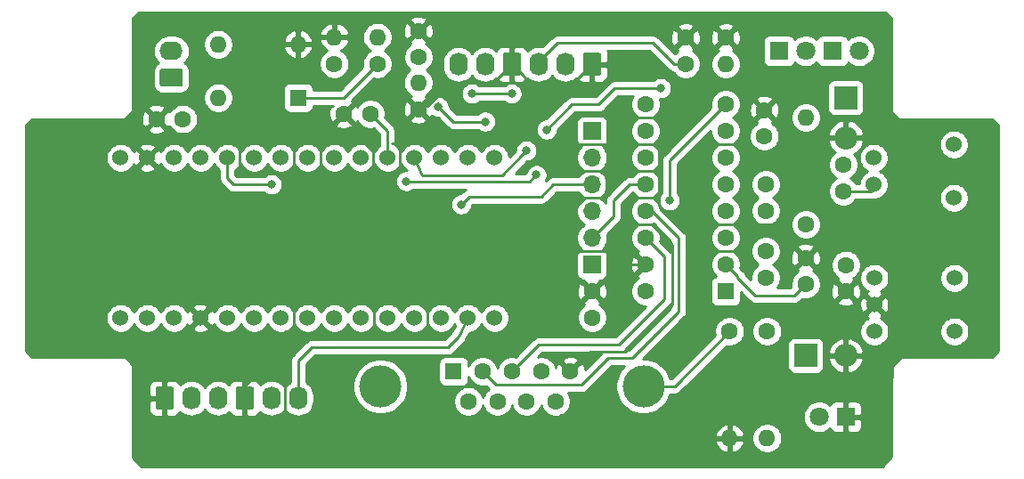
<source format=gbr>
G04 #@! TF.GenerationSoftware,KiCad,Pcbnew,5.1.5+dfsg1-2build2*
G04 #@! TF.CreationDate,2021-04-21T09:21:45+02:00*
G04 #@! TF.ProjectId,opto_board,6f70746f-5f62-46f6-9172-642e6b696361,rev?*
G04 #@! TF.SameCoordinates,Original*
G04 #@! TF.FileFunction,Copper,L1,Top*
G04 #@! TF.FilePolarity,Positive*
%FSLAX46Y46*%
G04 Gerber Fmt 4.6, Leading zero omitted, Abs format (unit mm)*
G04 Created by KiCad (PCBNEW 5.1.5+dfsg1-2build2) date 2021-04-21 09:21:45*
%MOMM*%
%LPD*%
G04 APERTURE LIST*
%ADD10O,1.600000X1.600000*%
%ADD11C,1.600000*%
%ADD12R,1.600000X1.600000*%
%ADD13C,4.000000*%
%ADD14C,0.100000*%
%ADD15O,2.200000X1.740000*%
%ADD16O,1.740000X2.200000*%
%ADD17C,1.524000*%
%ADD18R,2.200000X2.200000*%
%ADD19O,2.200000X2.200000*%
%ADD20R,1.800000X1.800000*%
%ADD21C,1.800000*%
%ADD22O,1.700000X1.700000*%
%ADD23R,1.700000X1.700000*%
%ADD24C,0.800000*%
%ADD25C,0.250000*%
%ADD26C,0.254000*%
G04 APERTURE END LIST*
D10*
X101498400Y-69799200D03*
D11*
X101498400Y-72339200D03*
D10*
X97409000Y-69799200D03*
D11*
X97409000Y-72339200D03*
X135001000Y-97790000D03*
D10*
X135001000Y-107950000D03*
D12*
X108760000Y-101600000D03*
D11*
X111530000Y-101600000D03*
X114300000Y-101600000D03*
X117070000Y-101600000D03*
X119840000Y-101600000D03*
X110145000Y-104440000D03*
X112915000Y-104440000D03*
X115685000Y-104440000D03*
X118455000Y-104440000D03*
D13*
X101800000Y-103020000D03*
X126800000Y-103020000D03*
D11*
X138303000Y-76748000D03*
X138303000Y-79248000D03*
X98323400Y-77114400D03*
X100823400Y-77114400D03*
G04 #@! TA.AperFunction,ComponentPad*
D14*
G36*
X82789505Y-72791204D02*
G01*
X82813773Y-72794804D01*
X82837572Y-72800765D01*
X82860671Y-72809030D01*
X82882850Y-72819520D01*
X82903893Y-72832132D01*
X82923599Y-72846747D01*
X82941777Y-72863223D01*
X82958253Y-72881401D01*
X82972868Y-72901107D01*
X82985480Y-72922150D01*
X82995970Y-72944329D01*
X83004235Y-72967428D01*
X83010196Y-72991227D01*
X83013796Y-73015495D01*
X83015000Y-73039999D01*
X83015000Y-74280001D01*
X83013796Y-74304505D01*
X83010196Y-74328773D01*
X83004235Y-74352572D01*
X82995970Y-74375671D01*
X82985480Y-74397850D01*
X82972868Y-74418893D01*
X82958253Y-74438599D01*
X82941777Y-74456777D01*
X82923599Y-74473253D01*
X82903893Y-74487868D01*
X82882850Y-74500480D01*
X82860671Y-74510970D01*
X82837572Y-74519235D01*
X82813773Y-74525196D01*
X82789505Y-74528796D01*
X82765001Y-74530000D01*
X81064999Y-74530000D01*
X81040495Y-74528796D01*
X81016227Y-74525196D01*
X80992428Y-74519235D01*
X80969329Y-74510970D01*
X80947150Y-74500480D01*
X80926107Y-74487868D01*
X80906401Y-74473253D01*
X80888223Y-74456777D01*
X80871747Y-74438599D01*
X80857132Y-74418893D01*
X80844520Y-74397850D01*
X80834030Y-74375671D01*
X80825765Y-74352572D01*
X80819804Y-74328773D01*
X80816204Y-74304505D01*
X80815000Y-74280001D01*
X80815000Y-73039999D01*
X80816204Y-73015495D01*
X80819804Y-72991227D01*
X80825765Y-72967428D01*
X80834030Y-72944329D01*
X80844520Y-72922150D01*
X80857132Y-72901107D01*
X80871747Y-72881401D01*
X80888223Y-72863223D01*
X80906401Y-72846747D01*
X80926107Y-72832132D01*
X80947150Y-72819520D01*
X80969329Y-72809030D01*
X80992428Y-72800765D01*
X81016227Y-72794804D01*
X81040495Y-72791204D01*
X81064999Y-72790000D01*
X82765001Y-72790000D01*
X82789505Y-72791204D01*
G37*
G04 #@! TD.AperFunction*
D15*
X81915000Y-71120000D03*
D10*
X86360000Y-75565000D03*
X93980000Y-70485000D03*
X86360000Y-70485000D03*
D12*
X93980000Y-75565000D03*
G04 #@! TA.AperFunction,ComponentPad*
D14*
G36*
X114944505Y-71291204D02*
G01*
X114968773Y-71294804D01*
X114992572Y-71300765D01*
X115015671Y-71309030D01*
X115037850Y-71319520D01*
X115058893Y-71332132D01*
X115078599Y-71346747D01*
X115096777Y-71363223D01*
X115113253Y-71381401D01*
X115127868Y-71401107D01*
X115140480Y-71422150D01*
X115150970Y-71444329D01*
X115159235Y-71467428D01*
X115165196Y-71491227D01*
X115168796Y-71515495D01*
X115170000Y-71539999D01*
X115170000Y-73240001D01*
X115168796Y-73264505D01*
X115165196Y-73288773D01*
X115159235Y-73312572D01*
X115150970Y-73335671D01*
X115140480Y-73357850D01*
X115127868Y-73378893D01*
X115113253Y-73398599D01*
X115096777Y-73416777D01*
X115078599Y-73433253D01*
X115058893Y-73447868D01*
X115037850Y-73460480D01*
X115015671Y-73470970D01*
X114992572Y-73479235D01*
X114968773Y-73485196D01*
X114944505Y-73488796D01*
X114920001Y-73490000D01*
X113679999Y-73490000D01*
X113655495Y-73488796D01*
X113631227Y-73485196D01*
X113607428Y-73479235D01*
X113584329Y-73470970D01*
X113562150Y-73460480D01*
X113541107Y-73447868D01*
X113521401Y-73433253D01*
X113503223Y-73416777D01*
X113486747Y-73398599D01*
X113472132Y-73378893D01*
X113459520Y-73357850D01*
X113449030Y-73335671D01*
X113440765Y-73312572D01*
X113434804Y-73288773D01*
X113431204Y-73264505D01*
X113430000Y-73240001D01*
X113430000Y-71539999D01*
X113431204Y-71515495D01*
X113434804Y-71491227D01*
X113440765Y-71467428D01*
X113449030Y-71444329D01*
X113459520Y-71422150D01*
X113472132Y-71401107D01*
X113486747Y-71381401D01*
X113503223Y-71363223D01*
X113521401Y-71346747D01*
X113541107Y-71332132D01*
X113562150Y-71319520D01*
X113584329Y-71309030D01*
X113607428Y-71300765D01*
X113631227Y-71294804D01*
X113655495Y-71291204D01*
X113679999Y-71290000D01*
X114920001Y-71290000D01*
X114944505Y-71291204D01*
G37*
G04 #@! TD.AperFunction*
D16*
X111760000Y-72390000D03*
X109220000Y-72390000D03*
D10*
X105384600Y-74117200D03*
D11*
X105384600Y-76657200D03*
X134620000Y-69850000D03*
D10*
X134620000Y-72390000D03*
D11*
X130810000Y-72350000D03*
X130810000Y-69850000D03*
X105410000Y-69215000D03*
X105410000Y-71715000D03*
D17*
X77085000Y-96520000D03*
X79625000Y-96520000D03*
X82165000Y-96520000D03*
X84705000Y-96520000D03*
X87245000Y-96520000D03*
X89785000Y-96520000D03*
X92325000Y-96520000D03*
X94865000Y-96520000D03*
X97405000Y-96520000D03*
X99945000Y-96520000D03*
X102485000Y-96520000D03*
X105025000Y-96520000D03*
X107565000Y-96520000D03*
X110105000Y-96520000D03*
X112645000Y-96520000D03*
X112645000Y-81280000D03*
X110105000Y-81280000D03*
X107565000Y-81280000D03*
X105025000Y-81280000D03*
X102485000Y-81280000D03*
X99945000Y-81280000D03*
X97405000Y-81280000D03*
X94865000Y-81280000D03*
X92325000Y-81280000D03*
X89785000Y-81280000D03*
X87245000Y-81280000D03*
X84705000Y-81280000D03*
X82165000Y-81280000D03*
X79625000Y-81280000D03*
X77085000Y-81280000D03*
X148710000Y-81280000D03*
X148710000Y-83820000D03*
X156330000Y-80010000D03*
X156330000Y-85090000D03*
D16*
X116840000Y-72390000D03*
X119380000Y-72390000D03*
G04 #@! TA.AperFunction,ComponentPad*
D14*
G36*
X122564505Y-71291204D02*
G01*
X122588773Y-71294804D01*
X122612572Y-71300765D01*
X122635671Y-71309030D01*
X122657850Y-71319520D01*
X122678893Y-71332132D01*
X122698599Y-71346747D01*
X122716777Y-71363223D01*
X122733253Y-71381401D01*
X122747868Y-71401107D01*
X122760480Y-71422150D01*
X122770970Y-71444329D01*
X122779235Y-71467428D01*
X122785196Y-71491227D01*
X122788796Y-71515495D01*
X122790000Y-71539999D01*
X122790000Y-73240001D01*
X122788796Y-73264505D01*
X122785196Y-73288773D01*
X122779235Y-73312572D01*
X122770970Y-73335671D01*
X122760480Y-73357850D01*
X122747868Y-73378893D01*
X122733253Y-73398599D01*
X122716777Y-73416777D01*
X122698599Y-73433253D01*
X122678893Y-73447868D01*
X122657850Y-73460480D01*
X122635671Y-73470970D01*
X122612572Y-73479235D01*
X122588773Y-73485196D01*
X122564505Y-73488796D01*
X122540001Y-73490000D01*
X121299999Y-73490000D01*
X121275495Y-73488796D01*
X121251227Y-73485196D01*
X121227428Y-73479235D01*
X121204329Y-73470970D01*
X121182150Y-73460480D01*
X121161107Y-73447868D01*
X121141401Y-73433253D01*
X121123223Y-73416777D01*
X121106747Y-73398599D01*
X121092132Y-73378893D01*
X121079520Y-73357850D01*
X121069030Y-73335671D01*
X121060765Y-73312572D01*
X121054804Y-73288773D01*
X121051204Y-73264505D01*
X121050000Y-73240001D01*
X121050000Y-71539999D01*
X121051204Y-71515495D01*
X121054804Y-71491227D01*
X121060765Y-71467428D01*
X121069030Y-71444329D01*
X121079520Y-71422150D01*
X121092132Y-71401107D01*
X121106747Y-71381401D01*
X121123223Y-71363223D01*
X121141401Y-71346747D01*
X121161107Y-71332132D01*
X121182150Y-71319520D01*
X121204329Y-71309030D01*
X121227428Y-71300765D01*
X121251227Y-71294804D01*
X121275495Y-71291204D01*
X121299999Y-71290000D01*
X122540001Y-71290000D01*
X122564505Y-71291204D01*
G37*
G04 #@! TD.AperFunction*
D16*
X93980000Y-104140000D03*
X91440000Y-104140000D03*
G04 #@! TA.AperFunction,ComponentPad*
D14*
G36*
X89544505Y-103041204D02*
G01*
X89568773Y-103044804D01*
X89592572Y-103050765D01*
X89615671Y-103059030D01*
X89637850Y-103069520D01*
X89658893Y-103082132D01*
X89678599Y-103096747D01*
X89696777Y-103113223D01*
X89713253Y-103131401D01*
X89727868Y-103151107D01*
X89740480Y-103172150D01*
X89750970Y-103194329D01*
X89759235Y-103217428D01*
X89765196Y-103241227D01*
X89768796Y-103265495D01*
X89770000Y-103289999D01*
X89770000Y-104990001D01*
X89768796Y-105014505D01*
X89765196Y-105038773D01*
X89759235Y-105062572D01*
X89750970Y-105085671D01*
X89740480Y-105107850D01*
X89727868Y-105128893D01*
X89713253Y-105148599D01*
X89696777Y-105166777D01*
X89678599Y-105183253D01*
X89658893Y-105197868D01*
X89637850Y-105210480D01*
X89615671Y-105220970D01*
X89592572Y-105229235D01*
X89568773Y-105235196D01*
X89544505Y-105238796D01*
X89520001Y-105240000D01*
X88279999Y-105240000D01*
X88255495Y-105238796D01*
X88231227Y-105235196D01*
X88207428Y-105229235D01*
X88184329Y-105220970D01*
X88162150Y-105210480D01*
X88141107Y-105197868D01*
X88121401Y-105183253D01*
X88103223Y-105166777D01*
X88086747Y-105148599D01*
X88072132Y-105128893D01*
X88059520Y-105107850D01*
X88049030Y-105085671D01*
X88040765Y-105062572D01*
X88034804Y-105038773D01*
X88031204Y-105014505D01*
X88030000Y-104990001D01*
X88030000Y-103289999D01*
X88031204Y-103265495D01*
X88034804Y-103241227D01*
X88040765Y-103217428D01*
X88049030Y-103194329D01*
X88059520Y-103172150D01*
X88072132Y-103151107D01*
X88086747Y-103131401D01*
X88103223Y-103113223D01*
X88121401Y-103096747D01*
X88141107Y-103082132D01*
X88162150Y-103069520D01*
X88184329Y-103059030D01*
X88207428Y-103050765D01*
X88231227Y-103044804D01*
X88255495Y-103041204D01*
X88279999Y-103040000D01*
X89520001Y-103040000D01*
X89544505Y-103041204D01*
G37*
G04 #@! TD.AperFunction*
G04 #@! TA.AperFunction,ComponentPad*
G36*
X81924505Y-103041204D02*
G01*
X81948773Y-103044804D01*
X81972572Y-103050765D01*
X81995671Y-103059030D01*
X82017850Y-103069520D01*
X82038893Y-103082132D01*
X82058599Y-103096747D01*
X82076777Y-103113223D01*
X82093253Y-103131401D01*
X82107868Y-103151107D01*
X82120480Y-103172150D01*
X82130970Y-103194329D01*
X82139235Y-103217428D01*
X82145196Y-103241227D01*
X82148796Y-103265495D01*
X82150000Y-103289999D01*
X82150000Y-104990001D01*
X82148796Y-105014505D01*
X82145196Y-105038773D01*
X82139235Y-105062572D01*
X82130970Y-105085671D01*
X82120480Y-105107850D01*
X82107868Y-105128893D01*
X82093253Y-105148599D01*
X82076777Y-105166777D01*
X82058599Y-105183253D01*
X82038893Y-105197868D01*
X82017850Y-105210480D01*
X81995671Y-105220970D01*
X81972572Y-105229235D01*
X81948773Y-105235196D01*
X81924505Y-105238796D01*
X81900001Y-105240000D01*
X80659999Y-105240000D01*
X80635495Y-105238796D01*
X80611227Y-105235196D01*
X80587428Y-105229235D01*
X80564329Y-105220970D01*
X80542150Y-105210480D01*
X80521107Y-105197868D01*
X80501401Y-105183253D01*
X80483223Y-105166777D01*
X80466747Y-105148599D01*
X80452132Y-105128893D01*
X80439520Y-105107850D01*
X80429030Y-105085671D01*
X80420765Y-105062572D01*
X80414804Y-105038773D01*
X80411204Y-105014505D01*
X80410000Y-104990001D01*
X80410000Y-103289999D01*
X80411204Y-103265495D01*
X80414804Y-103241227D01*
X80420765Y-103217428D01*
X80429030Y-103194329D01*
X80439520Y-103172150D01*
X80452132Y-103151107D01*
X80466747Y-103131401D01*
X80483223Y-103113223D01*
X80501401Y-103096747D01*
X80521107Y-103082132D01*
X80542150Y-103069520D01*
X80564329Y-103059030D01*
X80587428Y-103050765D01*
X80611227Y-103044804D01*
X80635495Y-103041204D01*
X80659999Y-103040000D01*
X81900001Y-103040000D01*
X81924505Y-103041204D01*
G37*
G04 #@! TD.AperFunction*
D16*
X83820000Y-104140000D03*
X86360000Y-104140000D03*
D11*
X121920000Y-93980000D03*
X121920000Y-96480000D03*
D18*
X142240000Y-100076000D03*
D19*
X146050000Y-100076000D03*
D18*
X146050000Y-75565000D03*
D19*
X146050000Y-79375000D03*
D20*
X146050000Y-105918000D03*
D21*
X143510000Y-105918000D03*
X147320000Y-71120000D03*
D20*
X144780000Y-71120000D03*
D21*
X142240000Y-71120000D03*
D20*
X139700000Y-71120000D03*
D11*
X138430000Y-83820000D03*
X138430000Y-86320000D03*
X142240000Y-93305000D03*
X142240000Y-90805000D03*
X138430000Y-90170000D03*
X138430000Y-92670000D03*
X83018000Y-77597000D03*
X80518000Y-77597000D03*
X146050000Y-93980000D03*
X146050000Y-91480000D03*
D22*
X121920000Y-86360000D03*
X121920000Y-88900000D03*
D23*
X121920000Y-91440000D03*
X121920000Y-78740000D03*
D22*
X121920000Y-81280000D03*
X121920000Y-83820000D03*
D10*
X138557000Y-107950000D03*
D11*
X138557000Y-97790000D03*
D12*
X134620000Y-93980000D03*
D11*
X134620000Y-91440000D03*
X134620000Y-88900000D03*
X134620000Y-86360000D03*
X134620000Y-83820000D03*
X134620000Y-81280000D03*
X134620000Y-78740000D03*
X127000000Y-78740000D03*
X127000000Y-81280000D03*
X127000000Y-83820000D03*
X127000000Y-86360000D03*
X127000000Y-88900000D03*
X127000000Y-91440000D03*
X127000000Y-93980000D03*
X134620000Y-76200000D03*
X127000000Y-76200000D03*
X145800000Y-81955000D03*
X145800000Y-84455000D03*
X142240000Y-87630000D03*
D10*
X142240000Y-77470000D03*
D17*
X148760000Y-92710000D03*
X148760000Y-95250000D03*
X148760000Y-97790000D03*
X156380000Y-92710000D03*
X156380000Y-97790000D03*
D24*
X116633358Y-82909042D03*
X104241600Y-83515200D03*
X111760000Y-77851000D03*
X107315000Y-76454000D03*
X91440000Y-83820000D03*
X109474000Y-85725002D03*
X129286000Y-85344000D03*
X117602000Y-78612998D03*
X128466323Y-74676000D03*
X115679208Y-80608010D03*
X110490000Y-75184000D03*
X114276000Y-75184000D03*
D25*
X148532370Y-84455000D02*
X145800000Y-84455000D01*
X148710000Y-83820000D02*
X148532370Y-84455000D01*
X124460000Y-91440000D02*
X121920000Y-93980000D01*
X127000000Y-91440000D02*
X124460000Y-91440000D01*
X128778000Y-86360000D02*
X131826000Y-89408000D01*
X137668000Y-81788000D02*
X135890000Y-80010000D01*
X133385998Y-80010000D02*
X131318000Y-82077998D01*
X135890000Y-80010000D02*
X133385998Y-80010000D01*
X144272000Y-86868000D02*
X139192000Y-81788000D01*
X143764000Y-88392000D02*
X144272000Y-87884000D01*
X144272000Y-87884000D02*
X144272000Y-86868000D01*
X139192000Y-81788000D02*
X137668000Y-81788000D01*
X128270000Y-85852000D02*
X128778000Y-86360000D01*
X128270000Y-85090000D02*
X128270000Y-85852000D01*
X128270000Y-85090000D02*
X126238000Y-85090000D01*
X125476000Y-89916000D02*
X127000000Y-91440000D01*
X126238000Y-85090000D02*
X125476000Y-85852000D01*
X143764000Y-89916000D02*
X143764000Y-88392000D01*
X143764000Y-91694000D02*
X143764000Y-89916000D01*
X92710000Y-101600000D02*
X92710000Y-106172000D01*
X92271010Y-101161010D02*
X92710000Y-101600000D01*
X90678990Y-101161010D02*
X92271010Y-101161010D01*
X88900000Y-104140000D02*
X88900000Y-102940000D01*
X88900000Y-102940000D02*
X90678990Y-101161010D01*
X131826000Y-90170000D02*
X136398000Y-90170000D01*
X131826000Y-89408000D02*
X131826000Y-90170000D01*
X124079000Y-80010000D02*
X119253000Y-80010000D01*
X128016000Y-80010000D02*
X128270000Y-80264000D01*
X128016000Y-80010000D02*
X124079000Y-80010000D01*
X128270000Y-82550000D02*
X124333000Y-82550000D01*
X128270000Y-82550000D02*
X128270000Y-85090000D01*
X128270000Y-80264000D02*
X128270000Y-82550000D01*
X95377000Y-82804000D02*
X100330000Y-82804000D01*
X93472000Y-82804000D02*
X95377000Y-82804000D01*
X123317000Y-82677000D02*
X123190000Y-82550000D01*
X123190000Y-82550000D02*
X119634000Y-82550000D01*
X125730000Y-90170000D02*
X119888000Y-90170000D01*
X119634000Y-82550000D02*
X118999000Y-81915000D01*
X118999000Y-81915000D02*
X118999000Y-78994000D01*
X123825000Y-77089000D02*
X124079000Y-77343000D01*
X121286410Y-85090000D02*
X123317000Y-85090000D01*
X120904000Y-77089000D02*
X123825000Y-77089000D01*
X123317000Y-85090000D02*
X123317000Y-82677000D01*
X119888000Y-86488410D02*
X121286410Y-85090000D01*
X127000000Y-91440000D02*
X125730000Y-90170000D01*
X119888000Y-90170000D02*
X119888000Y-86488410D01*
X118999000Y-78994000D02*
X120904000Y-77089000D01*
X133096000Y-72263000D02*
X133096000Y-71374000D01*
X131572000Y-73787000D02*
X133096000Y-72263000D01*
X130048000Y-73787000D02*
X131572000Y-73787000D01*
X133096000Y-71374000D02*
X134620000Y-69850000D01*
X121920000Y-72390000D02*
X128651000Y-72390000D01*
X128651000Y-72390000D02*
X130048000Y-73787000D01*
X127889000Y-77470000D02*
X124841000Y-77470000D01*
X130048000Y-73787000D02*
X130048000Y-75311000D01*
X130048000Y-75311000D02*
X127889000Y-77470000D01*
X116368999Y-74458999D02*
X115239773Y-73329773D01*
X115239773Y-73329773D02*
X114300000Y-72390000D01*
X119851001Y-74458999D02*
X116368999Y-74458999D01*
X121920000Y-72390000D02*
X119851001Y-74458999D01*
X116368999Y-74458999D02*
X116368999Y-79411999D01*
X116368999Y-79411999D02*
X118110000Y-81153000D01*
X118110000Y-81153000D02*
X118110000Y-81661000D01*
X89916000Y-76454000D02*
X87630000Y-78740000D01*
X89916000Y-72782630D02*
X89916000Y-76454000D01*
X81915000Y-78994000D02*
X87630000Y-78994000D01*
X80518000Y-77597000D02*
X81915000Y-78994000D01*
X87630000Y-78994000D02*
X87630000Y-78740000D01*
X114300000Y-72390000D02*
X112522000Y-74168000D01*
X108458000Y-74168000D02*
X106299000Y-76327000D01*
X112522000Y-74168000D02*
X108458000Y-74168000D01*
X114808000Y-79883000D02*
X102870000Y-79883000D01*
X116368999Y-79411999D02*
X115279001Y-79411999D01*
X115279001Y-79411999D02*
X114808000Y-79883000D01*
X139192000Y-87630000D02*
X140716000Y-89154000D01*
X133350000Y-87630000D02*
X139192000Y-87630000D01*
X131826000Y-89408000D02*
X131826000Y-89154000D01*
X131826000Y-89154000D02*
X133350000Y-87630000D01*
X88392000Y-79756000D02*
X87630000Y-78994000D01*
X93472000Y-82804000D02*
X88392000Y-82804000D01*
X88392000Y-82804000D02*
X88392000Y-79756000D01*
X93599000Y-82677000D02*
X93472000Y-82804000D01*
X92710000Y-77724000D02*
X93599000Y-78613000D01*
X93599000Y-78613000D02*
X93599000Y-82677000D01*
X96139000Y-82042000D02*
X95377000Y-82804000D01*
X95250000Y-77978000D02*
X96139000Y-78867000D01*
X96139000Y-78867000D02*
X96139000Y-82042000D01*
X100330000Y-82804000D02*
X101092000Y-82042000D01*
X101092000Y-80645000D02*
X100330000Y-79883000D01*
X101092000Y-82042000D02*
X101092000Y-80645000D01*
X103632000Y-80010000D02*
X103505000Y-79883000D01*
X103632000Y-82296000D02*
X103632000Y-80010000D01*
X100330000Y-82804000D02*
X103124000Y-82804000D01*
X103124000Y-82804000D02*
X103632000Y-82296000D01*
X106299000Y-95885000D02*
X105410000Y-94996000D01*
X101219000Y-95885000D02*
X101219000Y-98425000D01*
X100330000Y-94996000D02*
X101219000Y-95885000D01*
X101219000Y-98425000D02*
X101092000Y-98552000D01*
X106299000Y-97282000D02*
X106299000Y-95885000D01*
X101092000Y-98552000D02*
X105029000Y-98552000D01*
X105029000Y-98552000D02*
X106299000Y-97282000D01*
X93599000Y-97282000D02*
X93091000Y-97790000D01*
X93599000Y-95631000D02*
X93599000Y-97282000D01*
X92202000Y-94234000D02*
X93599000Y-95631000D01*
X93091000Y-97790000D02*
X92710000Y-97790000D01*
X84705000Y-96520000D02*
X86106000Y-94234000D01*
X86106000Y-94234000D02*
X92202000Y-94234000D01*
X125476000Y-87630000D02*
X125476000Y-89916000D01*
X125476000Y-85852000D02*
X125476000Y-87630000D01*
X127633590Y-87630000D02*
X129540000Y-89536410D01*
X125476000Y-87630000D02*
X127633590Y-87630000D01*
X129540000Y-89536410D02*
X129540000Y-95250000D01*
X129540000Y-95250000D02*
X125095000Y-99695000D01*
X125095000Y-99695000D02*
X121745000Y-99695000D01*
X120639999Y-100800001D02*
X119840000Y-101600000D01*
X121745000Y-99695000D02*
X120639999Y-100800001D01*
X105714800Y-76327000D02*
X105384600Y-76657200D01*
X106299000Y-76327000D02*
X105714800Y-76327000D01*
X83820000Y-104370000D02*
X83820000Y-104140000D01*
X116027200Y-83515200D02*
X104241600Y-83515200D01*
X116633358Y-82909042D02*
X116027200Y-83515200D01*
X108712000Y-77851000D02*
X107714999Y-76853999D01*
X111760000Y-77851000D02*
X108712000Y-77851000D01*
X107714999Y-76853999D02*
X107315000Y-76454000D01*
X109873999Y-85325003D02*
X109474000Y-85725002D01*
X117094000Y-84963000D02*
X110236002Y-84963000D01*
X121920000Y-83820000D02*
X118237000Y-83820000D01*
X110236002Y-84963000D02*
X109873999Y-85325003D01*
X118237000Y-83820000D02*
X117094000Y-84963000D01*
X87822370Y-83820000D02*
X91440000Y-83820000D01*
X87245000Y-81280000D02*
X87245000Y-83242630D01*
X87245000Y-83242630D02*
X87822370Y-83820000D01*
X135745001Y-92565001D02*
X135745001Y-92692001D01*
X134620000Y-91440000D02*
X135745001Y-92565001D01*
X135745001Y-92692001D02*
X137414000Y-94361000D01*
X141184000Y-94361000D02*
X142240000Y-93305000D01*
X137414000Y-94361000D02*
X141184000Y-94361000D01*
X123952000Y-86868000D02*
X121920000Y-88900000D01*
X123952000Y-85344000D02*
X123952000Y-86868000D01*
X127000000Y-83820000D02*
X125476000Y-83820000D01*
X125476000Y-83820000D02*
X123952000Y-85344000D01*
X129286000Y-84778315D02*
X129286000Y-85344000D01*
X129286000Y-81534000D02*
X129286000Y-84778315D01*
X134620000Y-76200000D02*
X129286000Y-81534000D01*
X127635000Y-86360000D02*
X127000000Y-86360000D01*
X130175000Y-88900000D02*
X127635000Y-86360000D01*
X111530000Y-101600000D02*
X112800000Y-102870000D01*
X125730000Y-100330000D02*
X130175000Y-95885000D01*
X120904000Y-102870000D02*
X123444000Y-100330000D01*
X112800000Y-102870000D02*
X120904000Y-102870000D01*
X123444000Y-100330000D02*
X125730000Y-100330000D01*
X130175000Y-95885000D02*
X130175000Y-88900000D01*
X128778000Y-90678000D02*
X127000000Y-88900000D01*
X128778000Y-94742000D02*
X128778000Y-90678000D01*
X124460000Y-99060000D02*
X128778000Y-94742000D01*
X114300000Y-101600000D02*
X116840000Y-99060000D01*
X116840000Y-99060000D02*
X124460000Y-99060000D01*
X129771000Y-103020000D02*
X126800000Y-103020000D01*
X135001000Y-97790000D02*
X129771000Y-103020000D01*
X127900638Y-74676000D02*
X128466323Y-74676000D01*
X122555000Y-76200000D02*
X124079000Y-74676000D01*
X124079000Y-74676000D02*
X127900638Y-74676000D01*
X120014998Y-76200000D02*
X122555000Y-76200000D01*
X117602000Y-78612998D02*
X120014998Y-76200000D01*
X115279209Y-81008009D02*
X115679208Y-80608010D01*
X113356218Y-82931000D02*
X115279209Y-81008009D01*
X105025000Y-81280000D02*
X105791000Y-82931000D01*
X105791000Y-82931000D02*
X113356218Y-82931000D01*
X109220000Y-98298000D02*
X110105000Y-96520000D01*
X108204000Y-99314000D02*
X109220000Y-98298000D01*
X95250000Y-99314000D02*
X108204000Y-99314000D01*
X93980000Y-104140000D02*
X93980000Y-100584000D01*
X93980000Y-100584000D02*
X95250000Y-99314000D01*
X116840000Y-72160000D02*
X116840000Y-72390000D01*
X118642000Y-70358000D02*
X116840000Y-72160000D01*
X127686630Y-70358000D02*
X118642000Y-70358000D01*
X130810000Y-72350000D02*
X129678630Y-72350000D01*
X129678630Y-72350000D02*
X127686630Y-70358000D01*
X111055685Y-75184000D02*
X110490000Y-75184000D01*
X114276000Y-75184000D02*
X111055685Y-75184000D01*
X105384600Y-71740400D02*
X105410000Y-71715000D01*
X102485000Y-81280000D02*
X102235000Y-80645000D01*
X102419990Y-78710990D02*
X100823400Y-77114400D01*
X102485000Y-80202370D02*
X102419990Y-80137360D01*
X102419990Y-80137360D02*
X102419990Y-78710990D01*
X102485000Y-81280000D02*
X102485000Y-80202370D01*
X98272600Y-75565000D02*
X101498400Y-72339200D01*
X93980000Y-75565000D02*
X98272600Y-75565000D01*
D26*
G36*
X150368000Y-67997606D02*
G01*
X150368000Y-76835000D01*
X150370440Y-76859776D01*
X150377667Y-76883601D01*
X150389403Y-76905557D01*
X150405197Y-76924803D01*
X151040197Y-77559803D01*
X151059443Y-77575597D01*
X151081399Y-77587333D01*
X151105224Y-77594560D01*
X151130000Y-77597000D01*
X159967394Y-77597000D01*
X160528000Y-78157606D01*
X160528000Y-99642394D01*
X159967394Y-100203000D01*
X151384000Y-100203000D01*
X151359224Y-100205440D01*
X151335399Y-100212667D01*
X151313443Y-100224403D01*
X151294197Y-100240197D01*
X150532197Y-101002197D01*
X150516403Y-101021443D01*
X150504667Y-101043399D01*
X150497440Y-101067224D01*
X150495000Y-101092000D01*
X150495000Y-101715180D01*
X150474491Y-101783108D01*
X150461997Y-101846205D01*
X150448612Y-101909179D01*
X150447576Y-101919038D01*
X150423513Y-102164454D01*
X150420000Y-102200124D01*
X150420001Y-109750393D01*
X149553394Y-110617000D01*
X79046606Y-110617000D01*
X78232000Y-109802394D01*
X78232000Y-108299040D01*
X133609091Y-108299040D01*
X133703930Y-108563881D01*
X133848615Y-108805131D01*
X134037586Y-109013519D01*
X134263580Y-109181037D01*
X134517913Y-109301246D01*
X134651961Y-109341904D01*
X134874000Y-109219915D01*
X134874000Y-108077000D01*
X135128000Y-108077000D01*
X135128000Y-109219915D01*
X135350039Y-109341904D01*
X135484087Y-109301246D01*
X135738420Y-109181037D01*
X135964414Y-109013519D01*
X136153385Y-108805131D01*
X136298070Y-108563881D01*
X136392909Y-108299040D01*
X136271624Y-108077000D01*
X135128000Y-108077000D01*
X134874000Y-108077000D01*
X133730376Y-108077000D01*
X133609091Y-108299040D01*
X78232000Y-108299040D01*
X78232000Y-107600960D01*
X133609091Y-107600960D01*
X133730376Y-107823000D01*
X134874000Y-107823000D01*
X134874000Y-106680085D01*
X135128000Y-106680085D01*
X135128000Y-107823000D01*
X136271624Y-107823000D01*
X136279454Y-107808665D01*
X137122000Y-107808665D01*
X137122000Y-108091335D01*
X137177147Y-108368574D01*
X137285320Y-108629727D01*
X137442363Y-108864759D01*
X137642241Y-109064637D01*
X137877273Y-109221680D01*
X138138426Y-109329853D01*
X138415665Y-109385000D01*
X138698335Y-109385000D01*
X138975574Y-109329853D01*
X139236727Y-109221680D01*
X139471759Y-109064637D01*
X139671637Y-108864759D01*
X139828680Y-108629727D01*
X139936853Y-108368574D01*
X139992000Y-108091335D01*
X139992000Y-107808665D01*
X139936853Y-107531426D01*
X139828680Y-107270273D01*
X139671637Y-107035241D01*
X139471759Y-106835363D01*
X139236727Y-106678320D01*
X138975574Y-106570147D01*
X138698335Y-106515000D01*
X138415665Y-106515000D01*
X138138426Y-106570147D01*
X137877273Y-106678320D01*
X137642241Y-106835363D01*
X137442363Y-107035241D01*
X137285320Y-107270273D01*
X137177147Y-107531426D01*
X137122000Y-107808665D01*
X136279454Y-107808665D01*
X136392909Y-107600960D01*
X136298070Y-107336119D01*
X136153385Y-107094869D01*
X135964414Y-106886481D01*
X135738420Y-106718963D01*
X135484087Y-106598754D01*
X135350039Y-106558096D01*
X135128000Y-106680085D01*
X134874000Y-106680085D01*
X134651961Y-106558096D01*
X134517913Y-106598754D01*
X134263580Y-106718963D01*
X134037586Y-106886481D01*
X133848615Y-107094869D01*
X133703930Y-107336119D01*
X133609091Y-107600960D01*
X78232000Y-107600960D01*
X78232000Y-105240000D01*
X79771928Y-105240000D01*
X79784188Y-105364482D01*
X79820498Y-105484180D01*
X79879463Y-105594494D01*
X79958815Y-105691185D01*
X80055506Y-105770537D01*
X80165820Y-105829502D01*
X80285518Y-105865812D01*
X80410000Y-105878072D01*
X80994250Y-105875000D01*
X81153000Y-105716250D01*
X81153000Y-104267000D01*
X79933750Y-104267000D01*
X79775000Y-104425750D01*
X79771928Y-105240000D01*
X78232000Y-105240000D01*
X78232000Y-103040000D01*
X79771928Y-103040000D01*
X79775000Y-103854250D01*
X79933750Y-104013000D01*
X81153000Y-104013000D01*
X81153000Y-102563750D01*
X81407000Y-102563750D01*
X81407000Y-104013000D01*
X81427000Y-104013000D01*
X81427000Y-104267000D01*
X81407000Y-104267000D01*
X81407000Y-105716250D01*
X81565750Y-105875000D01*
X82150000Y-105878072D01*
X82274482Y-105865812D01*
X82394180Y-105829502D01*
X82504494Y-105770537D01*
X82601185Y-105691185D01*
X82680537Y-105594494D01*
X82739502Y-105484180D01*
X82752615Y-105440953D01*
X82979822Y-105627417D01*
X83241276Y-105767166D01*
X83524969Y-105853224D01*
X83820000Y-105882282D01*
X84115032Y-105853224D01*
X84398725Y-105767166D01*
X84660179Y-105627417D01*
X84889345Y-105439345D01*
X85077417Y-105210179D01*
X85090000Y-105186638D01*
X85102583Y-105210179D01*
X85290655Y-105439345D01*
X85519822Y-105627417D01*
X85781276Y-105767166D01*
X86064969Y-105853224D01*
X86360000Y-105882282D01*
X86655032Y-105853224D01*
X86938725Y-105767166D01*
X87200179Y-105627417D01*
X87427385Y-105440953D01*
X87440498Y-105484180D01*
X87499463Y-105594494D01*
X87578815Y-105691185D01*
X87675506Y-105770537D01*
X87785820Y-105829502D01*
X87905518Y-105865812D01*
X88030000Y-105878072D01*
X88614250Y-105875000D01*
X88773000Y-105716250D01*
X88773000Y-104267000D01*
X88753000Y-104267000D01*
X88753000Y-104013000D01*
X88773000Y-104013000D01*
X88773000Y-102563750D01*
X88614250Y-102405000D01*
X88030000Y-102401928D01*
X87905518Y-102414188D01*
X87785820Y-102450498D01*
X87675506Y-102509463D01*
X87578815Y-102588815D01*
X87499463Y-102685506D01*
X87440498Y-102795820D01*
X87427385Y-102839047D01*
X87200178Y-102652583D01*
X86938724Y-102512834D01*
X86655031Y-102426776D01*
X86360000Y-102397718D01*
X86064968Y-102426776D01*
X85781275Y-102512834D01*
X85519821Y-102652583D01*
X85290655Y-102840655D01*
X85102583Y-103069822D01*
X85090000Y-103093363D01*
X85077417Y-103069821D01*
X84889345Y-102840655D01*
X84660178Y-102652583D01*
X84398724Y-102512834D01*
X84115031Y-102426776D01*
X83820000Y-102397718D01*
X83524968Y-102426776D01*
X83241275Y-102512834D01*
X82979821Y-102652583D01*
X82752615Y-102839047D01*
X82739502Y-102795820D01*
X82680537Y-102685506D01*
X82601185Y-102588815D01*
X82504494Y-102509463D01*
X82394180Y-102450498D01*
X82274482Y-102414188D01*
X82150000Y-102401928D01*
X81565750Y-102405000D01*
X81407000Y-102563750D01*
X81153000Y-102563750D01*
X80994250Y-102405000D01*
X80410000Y-102401928D01*
X80285518Y-102414188D01*
X80165820Y-102450498D01*
X80055506Y-102509463D01*
X79958815Y-102588815D01*
X79879463Y-102685506D01*
X79820498Y-102795820D01*
X79784188Y-102915518D01*
X79771928Y-103040000D01*
X78232000Y-103040000D01*
X78232000Y-100965000D01*
X78229560Y-100940224D01*
X78222333Y-100916399D01*
X78210597Y-100894443D01*
X78194803Y-100875197D01*
X77559803Y-100240197D01*
X77540557Y-100224403D01*
X77518601Y-100212667D01*
X77494776Y-100205440D01*
X77470000Y-100203000D01*
X68632606Y-100203000D01*
X68072000Y-99642394D01*
X68072000Y-96382408D01*
X75688000Y-96382408D01*
X75688000Y-96657592D01*
X75741686Y-96927490D01*
X75846995Y-97181727D01*
X75999880Y-97410535D01*
X76194465Y-97605120D01*
X76423273Y-97758005D01*
X76677510Y-97863314D01*
X76947408Y-97917000D01*
X77222592Y-97917000D01*
X77492490Y-97863314D01*
X77746727Y-97758005D01*
X77975535Y-97605120D01*
X78170120Y-97410535D01*
X78323005Y-97181727D01*
X78355000Y-97104485D01*
X78386995Y-97181727D01*
X78539880Y-97410535D01*
X78734465Y-97605120D01*
X78963273Y-97758005D01*
X79217510Y-97863314D01*
X79487408Y-97917000D01*
X79762592Y-97917000D01*
X80032490Y-97863314D01*
X80286727Y-97758005D01*
X80515535Y-97605120D01*
X80710120Y-97410535D01*
X80863005Y-97181727D01*
X80895000Y-97104485D01*
X80926995Y-97181727D01*
X81079880Y-97410535D01*
X81274465Y-97605120D01*
X81503273Y-97758005D01*
X81757510Y-97863314D01*
X82027408Y-97917000D01*
X82302592Y-97917000D01*
X82572490Y-97863314D01*
X82826727Y-97758005D01*
X83055535Y-97605120D01*
X83175090Y-97485565D01*
X83919040Y-97485565D01*
X83986020Y-97725656D01*
X84235048Y-97842756D01*
X84502135Y-97909023D01*
X84777017Y-97921910D01*
X85049133Y-97880922D01*
X85308023Y-97787636D01*
X85423980Y-97725656D01*
X85490960Y-97485565D01*
X84705000Y-96699605D01*
X83919040Y-97485565D01*
X83175090Y-97485565D01*
X83250120Y-97410535D01*
X83403005Y-97181727D01*
X83432692Y-97110057D01*
X83437364Y-97123023D01*
X83499344Y-97238980D01*
X83739435Y-97305960D01*
X84525395Y-96520000D01*
X84884605Y-96520000D01*
X85670565Y-97305960D01*
X85910656Y-97238980D01*
X85974485Y-97103240D01*
X86006995Y-97181727D01*
X86159880Y-97410535D01*
X86354465Y-97605120D01*
X86583273Y-97758005D01*
X86837510Y-97863314D01*
X87107408Y-97917000D01*
X87382592Y-97917000D01*
X87652490Y-97863314D01*
X87906727Y-97758005D01*
X88135535Y-97605120D01*
X88330120Y-97410535D01*
X88483005Y-97181727D01*
X88515000Y-97104485D01*
X88546995Y-97181727D01*
X88699880Y-97410535D01*
X88894465Y-97605120D01*
X89123273Y-97758005D01*
X89377510Y-97863314D01*
X89647408Y-97917000D01*
X89922592Y-97917000D01*
X90192490Y-97863314D01*
X90446727Y-97758005D01*
X90675535Y-97605120D01*
X90870120Y-97410535D01*
X91023005Y-97181727D01*
X91055000Y-97104485D01*
X91086995Y-97181727D01*
X91239880Y-97410535D01*
X91434465Y-97605120D01*
X91663273Y-97758005D01*
X91917510Y-97863314D01*
X92187408Y-97917000D01*
X92462592Y-97917000D01*
X92732490Y-97863314D01*
X92986727Y-97758005D01*
X93215535Y-97605120D01*
X93410120Y-97410535D01*
X93563005Y-97181727D01*
X93595000Y-97104485D01*
X93626995Y-97181727D01*
X93779880Y-97410535D01*
X93974465Y-97605120D01*
X94203273Y-97758005D01*
X94457510Y-97863314D01*
X94727408Y-97917000D01*
X95002592Y-97917000D01*
X95272490Y-97863314D01*
X95526727Y-97758005D01*
X95755535Y-97605120D01*
X95950120Y-97410535D01*
X96103005Y-97181727D01*
X96135000Y-97104485D01*
X96166995Y-97181727D01*
X96319880Y-97410535D01*
X96514465Y-97605120D01*
X96743273Y-97758005D01*
X96997510Y-97863314D01*
X97267408Y-97917000D01*
X97542592Y-97917000D01*
X97812490Y-97863314D01*
X98066727Y-97758005D01*
X98295535Y-97605120D01*
X98490120Y-97410535D01*
X98643005Y-97181727D01*
X98675000Y-97104485D01*
X98706995Y-97181727D01*
X98859880Y-97410535D01*
X99054465Y-97605120D01*
X99283273Y-97758005D01*
X99537510Y-97863314D01*
X99807408Y-97917000D01*
X100082592Y-97917000D01*
X100352490Y-97863314D01*
X100606727Y-97758005D01*
X100835535Y-97605120D01*
X101030120Y-97410535D01*
X101183005Y-97181727D01*
X101215000Y-97104485D01*
X101246995Y-97181727D01*
X101399880Y-97410535D01*
X101594465Y-97605120D01*
X101823273Y-97758005D01*
X102077510Y-97863314D01*
X102347408Y-97917000D01*
X102622592Y-97917000D01*
X102892490Y-97863314D01*
X103146727Y-97758005D01*
X103375535Y-97605120D01*
X103570120Y-97410535D01*
X103723005Y-97181727D01*
X103755000Y-97104485D01*
X103786995Y-97181727D01*
X103939880Y-97410535D01*
X104134465Y-97605120D01*
X104363273Y-97758005D01*
X104617510Y-97863314D01*
X104887408Y-97917000D01*
X105162592Y-97917000D01*
X105432490Y-97863314D01*
X105686727Y-97758005D01*
X105915535Y-97605120D01*
X106110120Y-97410535D01*
X106263005Y-97181727D01*
X106295000Y-97104485D01*
X106326995Y-97181727D01*
X106479880Y-97410535D01*
X106674465Y-97605120D01*
X106903273Y-97758005D01*
X107157510Y-97863314D01*
X107427408Y-97917000D01*
X107702592Y-97917000D01*
X107972490Y-97863314D01*
X108226727Y-97758005D01*
X108455535Y-97605120D01*
X108650120Y-97410535D01*
X108803005Y-97181727D01*
X108835000Y-97104485D01*
X108866995Y-97181727D01*
X108901201Y-97232920D01*
X108594895Y-97848303D01*
X107889199Y-98554000D01*
X95287322Y-98554000D01*
X95249999Y-98550324D01*
X95212676Y-98554000D01*
X95212667Y-98554000D01*
X95101014Y-98564997D01*
X94957753Y-98608454D01*
X94825724Y-98679026D01*
X94709999Y-98773999D01*
X94686201Y-98802997D01*
X93468998Y-100020201D01*
X93440000Y-100043999D01*
X93416202Y-100072997D01*
X93416201Y-100072998D01*
X93345026Y-100159724D01*
X93274454Y-100291754D01*
X93254322Y-100358123D01*
X93230998Y-100435014D01*
X93230125Y-100443874D01*
X93216324Y-100584000D01*
X93220001Y-100621332D01*
X93220000Y-102609727D01*
X93139821Y-102652583D01*
X92910655Y-102840655D01*
X92722583Y-103069822D01*
X92710000Y-103093363D01*
X92697417Y-103069821D01*
X92509345Y-102840655D01*
X92280178Y-102652583D01*
X92018724Y-102512834D01*
X91735031Y-102426776D01*
X91440000Y-102397718D01*
X91144968Y-102426776D01*
X90861275Y-102512834D01*
X90599821Y-102652583D01*
X90372615Y-102839047D01*
X90359502Y-102795820D01*
X90300537Y-102685506D01*
X90221185Y-102588815D01*
X90124494Y-102509463D01*
X90014180Y-102450498D01*
X89894482Y-102414188D01*
X89770000Y-102401928D01*
X89185750Y-102405000D01*
X89027000Y-102563750D01*
X89027000Y-104013000D01*
X89047000Y-104013000D01*
X89047000Y-104267000D01*
X89027000Y-104267000D01*
X89027000Y-105716250D01*
X89185750Y-105875000D01*
X89770000Y-105878072D01*
X89894482Y-105865812D01*
X90014180Y-105829502D01*
X90124494Y-105770537D01*
X90221185Y-105691185D01*
X90300537Y-105594494D01*
X90359502Y-105484180D01*
X90372615Y-105440953D01*
X90599822Y-105627417D01*
X90861276Y-105767166D01*
X91144969Y-105853224D01*
X91440000Y-105882282D01*
X91735032Y-105853224D01*
X92018725Y-105767166D01*
X92280179Y-105627417D01*
X92509345Y-105439345D01*
X92697417Y-105210179D01*
X92710000Y-105186638D01*
X92722583Y-105210179D01*
X92910655Y-105439345D01*
X93139822Y-105627417D01*
X93401276Y-105767166D01*
X93684969Y-105853224D01*
X93980000Y-105882282D01*
X94275032Y-105853224D01*
X94558725Y-105767166D01*
X94820179Y-105627417D01*
X95049345Y-105439345D01*
X95237417Y-105210179D01*
X95377166Y-104948724D01*
X95463224Y-104665031D01*
X95485000Y-104443935D01*
X95485000Y-103836064D01*
X95463224Y-103614968D01*
X95377166Y-103331275D01*
X95237417Y-103069821D01*
X95049345Y-102840655D01*
X94951646Y-102760475D01*
X99165000Y-102760475D01*
X99165000Y-103279525D01*
X99266261Y-103788601D01*
X99464893Y-104268141D01*
X99753262Y-104699715D01*
X100120285Y-105066738D01*
X100551859Y-105355107D01*
X101031399Y-105553739D01*
X101540475Y-105655000D01*
X102059525Y-105655000D01*
X102568601Y-105553739D01*
X103048141Y-105355107D01*
X103479715Y-105066738D01*
X103846738Y-104699715D01*
X104135107Y-104268141D01*
X104333739Y-103788601D01*
X104435000Y-103279525D01*
X104435000Y-102760475D01*
X104333739Y-102251399D01*
X104135107Y-101771859D01*
X103846738Y-101340285D01*
X103479715Y-100973262D01*
X103048141Y-100684893D01*
X102568601Y-100486261D01*
X102059525Y-100385000D01*
X101540475Y-100385000D01*
X101031399Y-100486261D01*
X100551859Y-100684893D01*
X100120285Y-100973262D01*
X99753262Y-101340285D01*
X99464893Y-101771859D01*
X99266261Y-102251399D01*
X99165000Y-102760475D01*
X94951646Y-102760475D01*
X94820178Y-102652583D01*
X94740000Y-102609727D01*
X94740000Y-100898801D01*
X95564802Y-100074000D01*
X108166678Y-100074000D01*
X108204000Y-100077676D01*
X108241322Y-100074000D01*
X108241333Y-100074000D01*
X108352986Y-100063003D01*
X108496247Y-100019546D01*
X108628276Y-99948974D01*
X108744001Y-99854001D01*
X108767804Y-99824998D01*
X109712335Y-98880467D01*
X109721401Y-98874021D01*
X109765192Y-98827610D01*
X109783799Y-98809003D01*
X109790816Y-98800453D01*
X109824142Y-98765133D01*
X109838188Y-98742731D01*
X109854974Y-98722277D01*
X109877876Y-98679431D01*
X109883740Y-98670078D01*
X109895449Y-98646554D01*
X109925546Y-98590247D01*
X109928776Y-98579599D01*
X110260342Y-97913469D01*
X110512490Y-97863314D01*
X110766727Y-97758005D01*
X110995535Y-97605120D01*
X111190120Y-97410535D01*
X111343005Y-97181727D01*
X111375000Y-97104485D01*
X111406995Y-97181727D01*
X111559880Y-97410535D01*
X111754465Y-97605120D01*
X111983273Y-97758005D01*
X112237510Y-97863314D01*
X112507408Y-97917000D01*
X112782592Y-97917000D01*
X113052490Y-97863314D01*
X113306727Y-97758005D01*
X113535535Y-97605120D01*
X113730120Y-97410535D01*
X113883005Y-97181727D01*
X113988314Y-96927490D01*
X114042000Y-96657592D01*
X114042000Y-96382408D01*
X114033299Y-96338665D01*
X120485000Y-96338665D01*
X120485000Y-96621335D01*
X120540147Y-96898574D01*
X120648320Y-97159727D01*
X120805363Y-97394759D01*
X121005241Y-97594637D01*
X121240273Y-97751680D01*
X121501426Y-97859853D01*
X121778665Y-97915000D01*
X122061335Y-97915000D01*
X122338574Y-97859853D01*
X122599727Y-97751680D01*
X122834759Y-97594637D01*
X123034637Y-97394759D01*
X123191680Y-97159727D01*
X123299853Y-96898574D01*
X123355000Y-96621335D01*
X123355000Y-96338665D01*
X123299853Y-96061426D01*
X123191680Y-95800273D01*
X123034637Y-95565241D01*
X122834759Y-95365363D01*
X122634131Y-95231308D01*
X122661514Y-95216671D01*
X122733097Y-94972702D01*
X121920000Y-94159605D01*
X121106903Y-94972702D01*
X121178486Y-95216671D01*
X121207341Y-95230324D01*
X121005241Y-95365363D01*
X120805363Y-95565241D01*
X120648320Y-95800273D01*
X120540147Y-96061426D01*
X120485000Y-96338665D01*
X114033299Y-96338665D01*
X113988314Y-96112510D01*
X113883005Y-95858273D01*
X113730120Y-95629465D01*
X113535535Y-95434880D01*
X113306727Y-95281995D01*
X113052490Y-95176686D01*
X112782592Y-95123000D01*
X112507408Y-95123000D01*
X112237510Y-95176686D01*
X111983273Y-95281995D01*
X111754465Y-95434880D01*
X111559880Y-95629465D01*
X111406995Y-95858273D01*
X111375000Y-95935515D01*
X111343005Y-95858273D01*
X111190120Y-95629465D01*
X110995535Y-95434880D01*
X110766727Y-95281995D01*
X110512490Y-95176686D01*
X110242592Y-95123000D01*
X109967408Y-95123000D01*
X109697510Y-95176686D01*
X109443273Y-95281995D01*
X109214465Y-95434880D01*
X109019880Y-95629465D01*
X108866995Y-95858273D01*
X108835000Y-95935515D01*
X108803005Y-95858273D01*
X108650120Y-95629465D01*
X108455535Y-95434880D01*
X108226727Y-95281995D01*
X107972490Y-95176686D01*
X107702592Y-95123000D01*
X107427408Y-95123000D01*
X107157510Y-95176686D01*
X106903273Y-95281995D01*
X106674465Y-95434880D01*
X106479880Y-95629465D01*
X106326995Y-95858273D01*
X106295000Y-95935515D01*
X106263005Y-95858273D01*
X106110120Y-95629465D01*
X105915535Y-95434880D01*
X105686727Y-95281995D01*
X105432490Y-95176686D01*
X105162592Y-95123000D01*
X104887408Y-95123000D01*
X104617510Y-95176686D01*
X104363273Y-95281995D01*
X104134465Y-95434880D01*
X103939880Y-95629465D01*
X103786995Y-95858273D01*
X103755000Y-95935515D01*
X103723005Y-95858273D01*
X103570120Y-95629465D01*
X103375535Y-95434880D01*
X103146727Y-95281995D01*
X102892490Y-95176686D01*
X102622592Y-95123000D01*
X102347408Y-95123000D01*
X102077510Y-95176686D01*
X101823273Y-95281995D01*
X101594465Y-95434880D01*
X101399880Y-95629465D01*
X101246995Y-95858273D01*
X101215000Y-95935515D01*
X101183005Y-95858273D01*
X101030120Y-95629465D01*
X100835535Y-95434880D01*
X100606727Y-95281995D01*
X100352490Y-95176686D01*
X100082592Y-95123000D01*
X99807408Y-95123000D01*
X99537510Y-95176686D01*
X99283273Y-95281995D01*
X99054465Y-95434880D01*
X98859880Y-95629465D01*
X98706995Y-95858273D01*
X98675000Y-95935515D01*
X98643005Y-95858273D01*
X98490120Y-95629465D01*
X98295535Y-95434880D01*
X98066727Y-95281995D01*
X97812490Y-95176686D01*
X97542592Y-95123000D01*
X97267408Y-95123000D01*
X96997510Y-95176686D01*
X96743273Y-95281995D01*
X96514465Y-95434880D01*
X96319880Y-95629465D01*
X96166995Y-95858273D01*
X96135000Y-95935515D01*
X96103005Y-95858273D01*
X95950120Y-95629465D01*
X95755535Y-95434880D01*
X95526727Y-95281995D01*
X95272490Y-95176686D01*
X95002592Y-95123000D01*
X94727408Y-95123000D01*
X94457510Y-95176686D01*
X94203273Y-95281995D01*
X93974465Y-95434880D01*
X93779880Y-95629465D01*
X93626995Y-95858273D01*
X93595000Y-95935515D01*
X93563005Y-95858273D01*
X93410120Y-95629465D01*
X93215535Y-95434880D01*
X92986727Y-95281995D01*
X92732490Y-95176686D01*
X92462592Y-95123000D01*
X92187408Y-95123000D01*
X91917510Y-95176686D01*
X91663273Y-95281995D01*
X91434465Y-95434880D01*
X91239880Y-95629465D01*
X91086995Y-95858273D01*
X91055000Y-95935515D01*
X91023005Y-95858273D01*
X90870120Y-95629465D01*
X90675535Y-95434880D01*
X90446727Y-95281995D01*
X90192490Y-95176686D01*
X89922592Y-95123000D01*
X89647408Y-95123000D01*
X89377510Y-95176686D01*
X89123273Y-95281995D01*
X88894465Y-95434880D01*
X88699880Y-95629465D01*
X88546995Y-95858273D01*
X88515000Y-95935515D01*
X88483005Y-95858273D01*
X88330120Y-95629465D01*
X88135535Y-95434880D01*
X87906727Y-95281995D01*
X87652490Y-95176686D01*
X87382592Y-95123000D01*
X87107408Y-95123000D01*
X86837510Y-95176686D01*
X86583273Y-95281995D01*
X86354465Y-95434880D01*
X86159880Y-95629465D01*
X86006995Y-95858273D01*
X85977308Y-95929943D01*
X85972636Y-95916977D01*
X85910656Y-95801020D01*
X85670565Y-95734040D01*
X84884605Y-96520000D01*
X84525395Y-96520000D01*
X83739435Y-95734040D01*
X83499344Y-95801020D01*
X83435515Y-95936760D01*
X83403005Y-95858273D01*
X83250120Y-95629465D01*
X83175090Y-95554435D01*
X83919040Y-95554435D01*
X84705000Y-96340395D01*
X85490960Y-95554435D01*
X85423980Y-95314344D01*
X85174952Y-95197244D01*
X84907865Y-95130977D01*
X84632983Y-95118090D01*
X84360867Y-95159078D01*
X84101977Y-95252364D01*
X83986020Y-95314344D01*
X83919040Y-95554435D01*
X83175090Y-95554435D01*
X83055535Y-95434880D01*
X82826727Y-95281995D01*
X82572490Y-95176686D01*
X82302592Y-95123000D01*
X82027408Y-95123000D01*
X81757510Y-95176686D01*
X81503273Y-95281995D01*
X81274465Y-95434880D01*
X81079880Y-95629465D01*
X80926995Y-95858273D01*
X80895000Y-95935515D01*
X80863005Y-95858273D01*
X80710120Y-95629465D01*
X80515535Y-95434880D01*
X80286727Y-95281995D01*
X80032490Y-95176686D01*
X79762592Y-95123000D01*
X79487408Y-95123000D01*
X79217510Y-95176686D01*
X78963273Y-95281995D01*
X78734465Y-95434880D01*
X78539880Y-95629465D01*
X78386995Y-95858273D01*
X78355000Y-95935515D01*
X78323005Y-95858273D01*
X78170120Y-95629465D01*
X77975535Y-95434880D01*
X77746727Y-95281995D01*
X77492490Y-95176686D01*
X77222592Y-95123000D01*
X76947408Y-95123000D01*
X76677510Y-95176686D01*
X76423273Y-95281995D01*
X76194465Y-95434880D01*
X75999880Y-95629465D01*
X75846995Y-95858273D01*
X75741686Y-96112510D01*
X75688000Y-96382408D01*
X68072000Y-96382408D01*
X68072000Y-94050512D01*
X120479783Y-94050512D01*
X120521213Y-94330130D01*
X120616397Y-94596292D01*
X120683329Y-94721514D01*
X120927298Y-94793097D01*
X121740395Y-93980000D01*
X122099605Y-93980000D01*
X122912702Y-94793097D01*
X123156671Y-94721514D01*
X123277571Y-94466004D01*
X123346300Y-94191816D01*
X123360217Y-93909488D01*
X123318787Y-93629870D01*
X123223603Y-93363708D01*
X123156671Y-93238486D01*
X122912702Y-93166903D01*
X122099605Y-93980000D01*
X121740395Y-93980000D01*
X120927298Y-93166903D01*
X120683329Y-93238486D01*
X120562429Y-93493996D01*
X120493700Y-93768184D01*
X120479783Y-94050512D01*
X68072000Y-94050512D01*
X68072000Y-81142408D01*
X75688000Y-81142408D01*
X75688000Y-81417592D01*
X75741686Y-81687490D01*
X75846995Y-81941727D01*
X75999880Y-82170535D01*
X76194465Y-82365120D01*
X76423273Y-82518005D01*
X76677510Y-82623314D01*
X76947408Y-82677000D01*
X77222592Y-82677000D01*
X77492490Y-82623314D01*
X77746727Y-82518005D01*
X77975535Y-82365120D01*
X78095090Y-82245565D01*
X78839040Y-82245565D01*
X78906020Y-82485656D01*
X79155048Y-82602756D01*
X79422135Y-82669023D01*
X79697017Y-82681910D01*
X79969133Y-82640922D01*
X80228023Y-82547636D01*
X80343980Y-82485656D01*
X80410960Y-82245565D01*
X79625000Y-81459605D01*
X78839040Y-82245565D01*
X78095090Y-82245565D01*
X78170120Y-82170535D01*
X78323005Y-81941727D01*
X78352692Y-81870057D01*
X78357364Y-81883023D01*
X78419344Y-81998980D01*
X78659435Y-82065960D01*
X79445395Y-81280000D01*
X79804605Y-81280000D01*
X80590565Y-82065960D01*
X80830656Y-81998980D01*
X80894485Y-81863240D01*
X80926995Y-81941727D01*
X81079880Y-82170535D01*
X81274465Y-82365120D01*
X81503273Y-82518005D01*
X81757510Y-82623314D01*
X82027408Y-82677000D01*
X82302592Y-82677000D01*
X82572490Y-82623314D01*
X82826727Y-82518005D01*
X83055535Y-82365120D01*
X83250120Y-82170535D01*
X83403005Y-81941727D01*
X83435000Y-81864485D01*
X83466995Y-81941727D01*
X83619880Y-82170535D01*
X83814465Y-82365120D01*
X84043273Y-82518005D01*
X84297510Y-82623314D01*
X84567408Y-82677000D01*
X84842592Y-82677000D01*
X85112490Y-82623314D01*
X85366727Y-82518005D01*
X85595535Y-82365120D01*
X85790120Y-82170535D01*
X85943005Y-81941727D01*
X85975000Y-81864485D01*
X86006995Y-81941727D01*
X86159880Y-82170535D01*
X86354465Y-82365120D01*
X86485001Y-82452341D01*
X86485001Y-83205298D01*
X86481324Y-83242630D01*
X86485001Y-83279963D01*
X86495998Y-83391616D01*
X86498974Y-83401426D01*
X86539454Y-83534876D01*
X86610026Y-83666906D01*
X86660678Y-83728625D01*
X86705000Y-83782631D01*
X86733997Y-83806428D01*
X87258575Y-84331007D01*
X87282369Y-84360001D01*
X87311362Y-84383795D01*
X87311366Y-84383799D01*
X87382055Y-84441811D01*
X87398094Y-84454974D01*
X87530123Y-84525546D01*
X87673384Y-84569003D01*
X87785037Y-84580000D01*
X87785046Y-84580000D01*
X87822369Y-84583676D01*
X87859692Y-84580000D01*
X90736289Y-84580000D01*
X90780226Y-84623937D01*
X90949744Y-84737205D01*
X91138102Y-84815226D01*
X91338061Y-84855000D01*
X91541939Y-84855000D01*
X91741898Y-84815226D01*
X91930256Y-84737205D01*
X92099774Y-84623937D01*
X92243937Y-84479774D01*
X92357205Y-84310256D01*
X92435226Y-84121898D01*
X92475000Y-83921939D01*
X92475000Y-83718061D01*
X92435226Y-83518102D01*
X92357205Y-83329744D01*
X92243937Y-83160226D01*
X92099774Y-83016063D01*
X91930256Y-82902795D01*
X91741898Y-82824774D01*
X91541939Y-82785000D01*
X91338061Y-82785000D01*
X91138102Y-82824774D01*
X90949744Y-82902795D01*
X90780226Y-83016063D01*
X90736289Y-83060000D01*
X88137172Y-83060000D01*
X88005000Y-82927828D01*
X88005000Y-82452341D01*
X88135535Y-82365120D01*
X88330120Y-82170535D01*
X88483005Y-81941727D01*
X88515000Y-81864485D01*
X88546995Y-81941727D01*
X88699880Y-82170535D01*
X88894465Y-82365120D01*
X89123273Y-82518005D01*
X89377510Y-82623314D01*
X89647408Y-82677000D01*
X89922592Y-82677000D01*
X90192490Y-82623314D01*
X90446727Y-82518005D01*
X90675535Y-82365120D01*
X90870120Y-82170535D01*
X91023005Y-81941727D01*
X91055000Y-81864485D01*
X91086995Y-81941727D01*
X91239880Y-82170535D01*
X91434465Y-82365120D01*
X91663273Y-82518005D01*
X91917510Y-82623314D01*
X92187408Y-82677000D01*
X92462592Y-82677000D01*
X92732490Y-82623314D01*
X92986727Y-82518005D01*
X93215535Y-82365120D01*
X93410120Y-82170535D01*
X93563005Y-81941727D01*
X93595000Y-81864485D01*
X93626995Y-81941727D01*
X93779880Y-82170535D01*
X93974465Y-82365120D01*
X94203273Y-82518005D01*
X94457510Y-82623314D01*
X94727408Y-82677000D01*
X95002592Y-82677000D01*
X95272490Y-82623314D01*
X95526727Y-82518005D01*
X95755535Y-82365120D01*
X95950120Y-82170535D01*
X96103005Y-81941727D01*
X96135000Y-81864485D01*
X96166995Y-81941727D01*
X96319880Y-82170535D01*
X96514465Y-82365120D01*
X96743273Y-82518005D01*
X96997510Y-82623314D01*
X97267408Y-82677000D01*
X97542592Y-82677000D01*
X97812490Y-82623314D01*
X98066727Y-82518005D01*
X98295535Y-82365120D01*
X98490120Y-82170535D01*
X98643005Y-81941727D01*
X98675000Y-81864485D01*
X98706995Y-81941727D01*
X98859880Y-82170535D01*
X99054465Y-82365120D01*
X99283273Y-82518005D01*
X99537510Y-82623314D01*
X99807408Y-82677000D01*
X100082592Y-82677000D01*
X100352490Y-82623314D01*
X100606727Y-82518005D01*
X100835535Y-82365120D01*
X101030120Y-82170535D01*
X101183005Y-81941727D01*
X101215000Y-81864485D01*
X101246995Y-81941727D01*
X101399880Y-82170535D01*
X101594465Y-82365120D01*
X101823273Y-82518005D01*
X102077510Y-82623314D01*
X102347408Y-82677000D01*
X102622592Y-82677000D01*
X102892490Y-82623314D01*
X103146727Y-82518005D01*
X103375535Y-82365120D01*
X103570120Y-82170535D01*
X103723005Y-81941727D01*
X103755000Y-81864485D01*
X103786995Y-81941727D01*
X103939880Y-82170535D01*
X104134465Y-82365120D01*
X104306694Y-82480200D01*
X104139661Y-82480200D01*
X103939702Y-82519974D01*
X103751344Y-82597995D01*
X103581826Y-82711263D01*
X103437663Y-82855426D01*
X103324395Y-83024944D01*
X103246374Y-83213302D01*
X103206600Y-83413261D01*
X103206600Y-83617139D01*
X103246374Y-83817098D01*
X103324395Y-84005456D01*
X103437663Y-84174974D01*
X103581826Y-84319137D01*
X103751344Y-84432405D01*
X103939702Y-84510426D01*
X104139661Y-84550200D01*
X104343539Y-84550200D01*
X104543498Y-84510426D01*
X104731856Y-84432405D01*
X104901374Y-84319137D01*
X104945311Y-84275200D01*
X109910555Y-84275200D01*
X109811726Y-84328026D01*
X109696001Y-84422999D01*
X109672198Y-84452003D01*
X109434199Y-84690002D01*
X109372061Y-84690002D01*
X109172102Y-84729776D01*
X108983744Y-84807797D01*
X108814226Y-84921065D01*
X108670063Y-85065228D01*
X108556795Y-85234746D01*
X108478774Y-85423104D01*
X108439000Y-85623063D01*
X108439000Y-85826941D01*
X108478774Y-86026900D01*
X108556795Y-86215258D01*
X108670063Y-86384776D01*
X108814226Y-86528939D01*
X108983744Y-86642207D01*
X109172102Y-86720228D01*
X109372061Y-86760002D01*
X109575939Y-86760002D01*
X109775898Y-86720228D01*
X109964256Y-86642207D01*
X110133774Y-86528939D01*
X110277937Y-86384776D01*
X110391205Y-86215258D01*
X110469226Y-86026900D01*
X110509000Y-85826941D01*
X110509000Y-85764803D01*
X110550803Y-85723000D01*
X117056678Y-85723000D01*
X117094000Y-85726676D01*
X117131322Y-85723000D01*
X117131333Y-85723000D01*
X117242986Y-85712003D01*
X117386247Y-85668546D01*
X117518276Y-85597974D01*
X117634001Y-85503001D01*
X117657804Y-85473998D01*
X118551802Y-84580000D01*
X120641822Y-84580000D01*
X120766525Y-84766632D01*
X120973368Y-84973475D01*
X121147760Y-85090000D01*
X120973368Y-85206525D01*
X120766525Y-85413368D01*
X120604010Y-85656589D01*
X120492068Y-85926842D01*
X120435000Y-86213740D01*
X120435000Y-86506260D01*
X120492068Y-86793158D01*
X120604010Y-87063411D01*
X120766525Y-87306632D01*
X120973368Y-87513475D01*
X121147760Y-87630000D01*
X120973368Y-87746525D01*
X120766525Y-87953368D01*
X120604010Y-88196589D01*
X120492068Y-88466842D01*
X120435000Y-88753740D01*
X120435000Y-89046260D01*
X120492068Y-89333158D01*
X120604010Y-89603411D01*
X120766525Y-89846632D01*
X120898380Y-89978487D01*
X120825820Y-90000498D01*
X120715506Y-90059463D01*
X120618815Y-90138815D01*
X120539463Y-90235506D01*
X120480498Y-90345820D01*
X120444188Y-90465518D01*
X120431928Y-90590000D01*
X120431928Y-92290000D01*
X120444188Y-92414482D01*
X120480498Y-92534180D01*
X120539463Y-92644494D01*
X120618815Y-92741185D01*
X120715506Y-92820537D01*
X120825820Y-92879502D01*
X120945518Y-92915812D01*
X121070000Y-92928072D01*
X121124281Y-92928072D01*
X121106903Y-92987298D01*
X121920000Y-93800395D01*
X122733097Y-92987298D01*
X122715719Y-92928072D01*
X122770000Y-92928072D01*
X122894482Y-92915812D01*
X123014180Y-92879502D01*
X123124494Y-92820537D01*
X123221185Y-92741185D01*
X123300537Y-92644494D01*
X123359502Y-92534180D01*
X123395812Y-92414482D01*
X123408072Y-92290000D01*
X123408072Y-91510512D01*
X125559783Y-91510512D01*
X125601213Y-91790130D01*
X125696397Y-92056292D01*
X125763329Y-92181514D01*
X126007298Y-92253097D01*
X126820395Y-91440000D01*
X126007298Y-90626903D01*
X125763329Y-90698486D01*
X125642429Y-90953996D01*
X125573700Y-91228184D01*
X125559783Y-91510512D01*
X123408072Y-91510512D01*
X123408072Y-90590000D01*
X123395812Y-90465518D01*
X123359502Y-90345820D01*
X123300537Y-90235506D01*
X123221185Y-90138815D01*
X123124494Y-90059463D01*
X123014180Y-90000498D01*
X122941620Y-89978487D01*
X123073475Y-89846632D01*
X123235990Y-89603411D01*
X123347932Y-89333158D01*
X123405000Y-89046260D01*
X123405000Y-88753740D01*
X123361209Y-88533592D01*
X124463003Y-87431799D01*
X124492001Y-87408001D01*
X124518332Y-87375917D01*
X124586974Y-87292277D01*
X124657546Y-87160247D01*
X124701003Y-87016986D01*
X124712000Y-86905333D01*
X124712000Y-86905323D01*
X124715676Y-86868000D01*
X124712000Y-86830677D01*
X124712000Y-85658801D01*
X125785500Y-84585303D01*
X125885363Y-84734759D01*
X126085241Y-84934637D01*
X126317759Y-85090000D01*
X126085241Y-85245363D01*
X125885363Y-85445241D01*
X125728320Y-85680273D01*
X125620147Y-85941426D01*
X125565000Y-86218665D01*
X125565000Y-86501335D01*
X125620147Y-86778574D01*
X125728320Y-87039727D01*
X125885363Y-87274759D01*
X126085241Y-87474637D01*
X126317759Y-87630000D01*
X126085241Y-87785363D01*
X125885363Y-87985241D01*
X125728320Y-88220273D01*
X125620147Y-88481426D01*
X125565000Y-88758665D01*
X125565000Y-89041335D01*
X125620147Y-89318574D01*
X125728320Y-89579727D01*
X125885363Y-89814759D01*
X126085241Y-90014637D01*
X126319128Y-90170915D01*
X126258486Y-90203329D01*
X126186903Y-90447298D01*
X127000000Y-91260395D01*
X127014143Y-91246253D01*
X127193748Y-91425858D01*
X127179605Y-91440000D01*
X127193748Y-91454143D01*
X127014143Y-91633748D01*
X127000000Y-91619605D01*
X126186903Y-92432702D01*
X126258486Y-92676671D01*
X126322992Y-92707194D01*
X126320273Y-92708320D01*
X126085241Y-92865363D01*
X125885363Y-93065241D01*
X125728320Y-93300273D01*
X125620147Y-93561426D01*
X125565000Y-93838665D01*
X125565000Y-94121335D01*
X125620147Y-94398574D01*
X125728320Y-94659727D01*
X125885363Y-94894759D01*
X126085241Y-95094637D01*
X126320273Y-95251680D01*
X126581426Y-95359853D01*
X126858665Y-95415000D01*
X127030198Y-95415000D01*
X124145199Y-98300000D01*
X116877322Y-98300000D01*
X116839999Y-98296324D01*
X116802676Y-98300000D01*
X116802667Y-98300000D01*
X116691014Y-98310997D01*
X116547753Y-98354454D01*
X116415724Y-98425026D01*
X116415722Y-98425027D01*
X116415723Y-98425027D01*
X116328996Y-98496201D01*
X116328992Y-98496205D01*
X116299999Y-98519999D01*
X116276205Y-98548992D01*
X114623886Y-100201312D01*
X114441335Y-100165000D01*
X114158665Y-100165000D01*
X113881426Y-100220147D01*
X113620273Y-100328320D01*
X113385241Y-100485363D01*
X113185363Y-100685241D01*
X113028320Y-100920273D01*
X112920147Y-101181426D01*
X112915000Y-101207301D01*
X112909853Y-101181426D01*
X112801680Y-100920273D01*
X112644637Y-100685241D01*
X112444759Y-100485363D01*
X112209727Y-100328320D01*
X111948574Y-100220147D01*
X111671335Y-100165000D01*
X111388665Y-100165000D01*
X111111426Y-100220147D01*
X110850273Y-100328320D01*
X110615241Y-100485363D01*
X110415363Y-100685241D01*
X110258320Y-100920273D01*
X110198072Y-101065725D01*
X110198072Y-100800000D01*
X110185812Y-100675518D01*
X110149502Y-100555820D01*
X110090537Y-100445506D01*
X110011185Y-100348815D01*
X109914494Y-100269463D01*
X109804180Y-100210498D01*
X109684482Y-100174188D01*
X109560000Y-100161928D01*
X107960000Y-100161928D01*
X107835518Y-100174188D01*
X107715820Y-100210498D01*
X107605506Y-100269463D01*
X107508815Y-100348815D01*
X107429463Y-100445506D01*
X107370498Y-100555820D01*
X107334188Y-100675518D01*
X107321928Y-100800000D01*
X107321928Y-102400000D01*
X107334188Y-102524482D01*
X107370498Y-102644180D01*
X107429463Y-102754494D01*
X107508815Y-102851185D01*
X107605506Y-102930537D01*
X107715820Y-102989502D01*
X107835518Y-103025812D01*
X107960000Y-103038072D01*
X109560000Y-103038072D01*
X109684482Y-103025812D01*
X109804180Y-102989502D01*
X109914494Y-102930537D01*
X110011185Y-102851185D01*
X110090537Y-102754494D01*
X110149502Y-102644180D01*
X110185812Y-102524482D01*
X110198072Y-102400000D01*
X110198072Y-102134275D01*
X110258320Y-102279727D01*
X110415363Y-102514759D01*
X110615241Y-102714637D01*
X110850273Y-102871680D01*
X111111426Y-102979853D01*
X111388665Y-103035000D01*
X111671335Y-103035000D01*
X111853886Y-102998688D01*
X112108335Y-103253137D01*
X112000241Y-103325363D01*
X111800363Y-103525241D01*
X111643320Y-103760273D01*
X111535147Y-104021426D01*
X111530000Y-104047301D01*
X111524853Y-104021426D01*
X111416680Y-103760273D01*
X111259637Y-103525241D01*
X111059759Y-103325363D01*
X110824727Y-103168320D01*
X110563574Y-103060147D01*
X110286335Y-103005000D01*
X110003665Y-103005000D01*
X109726426Y-103060147D01*
X109465273Y-103168320D01*
X109230241Y-103325363D01*
X109030363Y-103525241D01*
X108873320Y-103760273D01*
X108765147Y-104021426D01*
X108710000Y-104298665D01*
X108710000Y-104581335D01*
X108765147Y-104858574D01*
X108873320Y-105119727D01*
X109030363Y-105354759D01*
X109230241Y-105554637D01*
X109465273Y-105711680D01*
X109726426Y-105819853D01*
X110003665Y-105875000D01*
X110286335Y-105875000D01*
X110563574Y-105819853D01*
X110824727Y-105711680D01*
X111059759Y-105554637D01*
X111259637Y-105354759D01*
X111416680Y-105119727D01*
X111524853Y-104858574D01*
X111530000Y-104832699D01*
X111535147Y-104858574D01*
X111643320Y-105119727D01*
X111800363Y-105354759D01*
X112000241Y-105554637D01*
X112235273Y-105711680D01*
X112496426Y-105819853D01*
X112773665Y-105875000D01*
X113056335Y-105875000D01*
X113333574Y-105819853D01*
X113594727Y-105711680D01*
X113829759Y-105554637D01*
X114029637Y-105354759D01*
X114186680Y-105119727D01*
X114294853Y-104858574D01*
X114300000Y-104832699D01*
X114305147Y-104858574D01*
X114413320Y-105119727D01*
X114570363Y-105354759D01*
X114770241Y-105554637D01*
X115005273Y-105711680D01*
X115266426Y-105819853D01*
X115543665Y-105875000D01*
X115826335Y-105875000D01*
X116103574Y-105819853D01*
X116364727Y-105711680D01*
X116599759Y-105554637D01*
X116799637Y-105354759D01*
X116956680Y-105119727D01*
X117064853Y-104858574D01*
X117070000Y-104832699D01*
X117075147Y-104858574D01*
X117183320Y-105119727D01*
X117340363Y-105354759D01*
X117540241Y-105554637D01*
X117775273Y-105711680D01*
X118036426Y-105819853D01*
X118313665Y-105875000D01*
X118596335Y-105875000D01*
X118873574Y-105819853D01*
X119001616Y-105766816D01*
X141975000Y-105766816D01*
X141975000Y-106069184D01*
X142033989Y-106365743D01*
X142149701Y-106645095D01*
X142317688Y-106896505D01*
X142531495Y-107110312D01*
X142782905Y-107278299D01*
X143062257Y-107394011D01*
X143358816Y-107453000D01*
X143661184Y-107453000D01*
X143957743Y-107394011D01*
X144237095Y-107278299D01*
X144488505Y-107110312D01*
X144554944Y-107043873D01*
X144560498Y-107062180D01*
X144619463Y-107172494D01*
X144698815Y-107269185D01*
X144795506Y-107348537D01*
X144905820Y-107407502D01*
X145025518Y-107443812D01*
X145150000Y-107456072D01*
X145764250Y-107453000D01*
X145923000Y-107294250D01*
X145923000Y-106045000D01*
X146177000Y-106045000D01*
X146177000Y-107294250D01*
X146335750Y-107453000D01*
X146950000Y-107456072D01*
X147074482Y-107443812D01*
X147194180Y-107407502D01*
X147304494Y-107348537D01*
X147401185Y-107269185D01*
X147480537Y-107172494D01*
X147539502Y-107062180D01*
X147575812Y-106942482D01*
X147588072Y-106818000D01*
X147585000Y-106203750D01*
X147426250Y-106045000D01*
X146177000Y-106045000D01*
X145923000Y-106045000D01*
X145903000Y-106045000D01*
X145903000Y-105791000D01*
X145923000Y-105791000D01*
X145923000Y-104541750D01*
X146177000Y-104541750D01*
X146177000Y-105791000D01*
X147426250Y-105791000D01*
X147585000Y-105632250D01*
X147588072Y-105018000D01*
X147575812Y-104893518D01*
X147539502Y-104773820D01*
X147480537Y-104663506D01*
X147401185Y-104566815D01*
X147304494Y-104487463D01*
X147194180Y-104428498D01*
X147074482Y-104392188D01*
X146950000Y-104379928D01*
X146335750Y-104383000D01*
X146177000Y-104541750D01*
X145923000Y-104541750D01*
X145764250Y-104383000D01*
X145150000Y-104379928D01*
X145025518Y-104392188D01*
X144905820Y-104428498D01*
X144795506Y-104487463D01*
X144698815Y-104566815D01*
X144619463Y-104663506D01*
X144560498Y-104773820D01*
X144554944Y-104792127D01*
X144488505Y-104725688D01*
X144237095Y-104557701D01*
X143957743Y-104441989D01*
X143661184Y-104383000D01*
X143358816Y-104383000D01*
X143062257Y-104441989D01*
X142782905Y-104557701D01*
X142531495Y-104725688D01*
X142317688Y-104939495D01*
X142149701Y-105190905D01*
X142033989Y-105470257D01*
X141975000Y-105766816D01*
X119001616Y-105766816D01*
X119134727Y-105711680D01*
X119369759Y-105554637D01*
X119569637Y-105354759D01*
X119726680Y-105119727D01*
X119834853Y-104858574D01*
X119890000Y-104581335D01*
X119890000Y-104298665D01*
X119834853Y-104021426D01*
X119726680Y-103760273D01*
X119639635Y-103630000D01*
X120866678Y-103630000D01*
X120904000Y-103633676D01*
X120941322Y-103630000D01*
X120941333Y-103630000D01*
X121052986Y-103619003D01*
X121196247Y-103575546D01*
X121328276Y-103504974D01*
X121444001Y-103410001D01*
X121467804Y-103380997D01*
X123758803Y-101090000D01*
X125003547Y-101090000D01*
X124753262Y-101340285D01*
X124464893Y-101771859D01*
X124266261Y-102251399D01*
X124165000Y-102760475D01*
X124165000Y-103279525D01*
X124266261Y-103788601D01*
X124464893Y-104268141D01*
X124753262Y-104699715D01*
X125120285Y-105066738D01*
X125551859Y-105355107D01*
X126031399Y-105553739D01*
X126540475Y-105655000D01*
X127059525Y-105655000D01*
X127568601Y-105553739D01*
X128048141Y-105355107D01*
X128479715Y-105066738D01*
X128846738Y-104699715D01*
X129135107Y-104268141D01*
X129333739Y-103788601D01*
X129335450Y-103780000D01*
X129733678Y-103780000D01*
X129771000Y-103783676D01*
X129808322Y-103780000D01*
X129808333Y-103780000D01*
X129919986Y-103769003D01*
X130063247Y-103725546D01*
X130195276Y-103654974D01*
X130311001Y-103560001D01*
X130334804Y-103530997D01*
X134677114Y-99188688D01*
X134859665Y-99225000D01*
X135142335Y-99225000D01*
X135419574Y-99169853D01*
X135680727Y-99061680D01*
X135915759Y-98904637D01*
X136115637Y-98704759D01*
X136272680Y-98469727D01*
X136380853Y-98208574D01*
X136436000Y-97931335D01*
X136436000Y-97648665D01*
X137122000Y-97648665D01*
X137122000Y-97931335D01*
X137177147Y-98208574D01*
X137285320Y-98469727D01*
X137442363Y-98704759D01*
X137642241Y-98904637D01*
X137877273Y-99061680D01*
X138138426Y-99169853D01*
X138415665Y-99225000D01*
X138698335Y-99225000D01*
X138975574Y-99169853D01*
X139236727Y-99061680D01*
X139364956Y-98976000D01*
X140501928Y-98976000D01*
X140501928Y-101176000D01*
X140514188Y-101300482D01*
X140550498Y-101420180D01*
X140609463Y-101530494D01*
X140688815Y-101627185D01*
X140785506Y-101706537D01*
X140895820Y-101765502D01*
X141015518Y-101801812D01*
X141140000Y-101814072D01*
X143340000Y-101814072D01*
X143464482Y-101801812D01*
X143584180Y-101765502D01*
X143694494Y-101706537D01*
X143791185Y-101627185D01*
X143870537Y-101530494D01*
X143929502Y-101420180D01*
X143965812Y-101300482D01*
X143978072Y-101176000D01*
X143978072Y-100472122D01*
X144360825Y-100472122D01*
X144425425Y-100685094D01*
X144575469Y-100990329D01*
X144782178Y-101260427D01*
X145037609Y-101485008D01*
X145331946Y-101655442D01*
X145653877Y-101765179D01*
X145923000Y-101647600D01*
X145923000Y-100203000D01*
X146177000Y-100203000D01*
X146177000Y-101647600D01*
X146446123Y-101765179D01*
X146768054Y-101655442D01*
X147062391Y-101485008D01*
X147317822Y-101260427D01*
X147524531Y-100990329D01*
X147674575Y-100685094D01*
X147739175Y-100472122D01*
X147621125Y-100203000D01*
X146177000Y-100203000D01*
X145923000Y-100203000D01*
X144478875Y-100203000D01*
X144360825Y-100472122D01*
X143978072Y-100472122D01*
X143978072Y-99679878D01*
X144360825Y-99679878D01*
X144478875Y-99949000D01*
X145923000Y-99949000D01*
X145923000Y-98504400D01*
X146177000Y-98504400D01*
X146177000Y-99949000D01*
X147621125Y-99949000D01*
X147739175Y-99679878D01*
X147674575Y-99466906D01*
X147524531Y-99161671D01*
X147317822Y-98891573D01*
X147062391Y-98666992D01*
X146768054Y-98496558D01*
X146446123Y-98386821D01*
X146177000Y-98504400D01*
X145923000Y-98504400D01*
X145653877Y-98386821D01*
X145331946Y-98496558D01*
X145037609Y-98666992D01*
X144782178Y-98891573D01*
X144575469Y-99161671D01*
X144425425Y-99466906D01*
X144360825Y-99679878D01*
X143978072Y-99679878D01*
X143978072Y-98976000D01*
X143965812Y-98851518D01*
X143929502Y-98731820D01*
X143870537Y-98621506D01*
X143791185Y-98524815D01*
X143694494Y-98445463D01*
X143584180Y-98386498D01*
X143464482Y-98350188D01*
X143340000Y-98337928D01*
X141140000Y-98337928D01*
X141015518Y-98350188D01*
X140895820Y-98386498D01*
X140785506Y-98445463D01*
X140688815Y-98524815D01*
X140609463Y-98621506D01*
X140550498Y-98731820D01*
X140514188Y-98851518D01*
X140501928Y-98976000D01*
X139364956Y-98976000D01*
X139471759Y-98904637D01*
X139671637Y-98704759D01*
X139828680Y-98469727D01*
X139936853Y-98208574D01*
X139992000Y-97931335D01*
X139992000Y-97652408D01*
X147363000Y-97652408D01*
X147363000Y-97927592D01*
X147416686Y-98197490D01*
X147521995Y-98451727D01*
X147674880Y-98680535D01*
X147869465Y-98875120D01*
X148098273Y-99028005D01*
X148352510Y-99133314D01*
X148622408Y-99187000D01*
X148897592Y-99187000D01*
X149167490Y-99133314D01*
X149421727Y-99028005D01*
X149650535Y-98875120D01*
X149845120Y-98680535D01*
X149998005Y-98451727D01*
X150103314Y-98197490D01*
X150157000Y-97927592D01*
X150157000Y-97652408D01*
X154983000Y-97652408D01*
X154983000Y-97927592D01*
X155036686Y-98197490D01*
X155141995Y-98451727D01*
X155294880Y-98680535D01*
X155489465Y-98875120D01*
X155718273Y-99028005D01*
X155972510Y-99133314D01*
X156242408Y-99187000D01*
X156517592Y-99187000D01*
X156787490Y-99133314D01*
X157041727Y-99028005D01*
X157270535Y-98875120D01*
X157465120Y-98680535D01*
X157618005Y-98451727D01*
X157723314Y-98197490D01*
X157777000Y-97927592D01*
X157777000Y-97652408D01*
X157723314Y-97382510D01*
X157618005Y-97128273D01*
X157465120Y-96899465D01*
X157270535Y-96704880D01*
X157041727Y-96551995D01*
X156787490Y-96446686D01*
X156517592Y-96393000D01*
X156242408Y-96393000D01*
X155972510Y-96446686D01*
X155718273Y-96551995D01*
X155489465Y-96704880D01*
X155294880Y-96899465D01*
X155141995Y-97128273D01*
X155036686Y-97382510D01*
X154983000Y-97652408D01*
X150157000Y-97652408D01*
X150103314Y-97382510D01*
X149998005Y-97128273D01*
X149845120Y-96899465D01*
X149650535Y-96704880D01*
X149421727Y-96551995D01*
X149350057Y-96522308D01*
X149363023Y-96517636D01*
X149478980Y-96455656D01*
X149545960Y-96215565D01*
X148760000Y-95429605D01*
X147974040Y-96215565D01*
X148041020Y-96455656D01*
X148176760Y-96519485D01*
X148098273Y-96551995D01*
X147869465Y-96704880D01*
X147674880Y-96899465D01*
X147521995Y-97128273D01*
X147416686Y-97382510D01*
X147363000Y-97652408D01*
X139992000Y-97652408D01*
X139992000Y-97648665D01*
X139936853Y-97371426D01*
X139828680Y-97110273D01*
X139671637Y-96875241D01*
X139471759Y-96675363D01*
X139236727Y-96518320D01*
X138975574Y-96410147D01*
X138698335Y-96355000D01*
X138415665Y-96355000D01*
X138138426Y-96410147D01*
X137877273Y-96518320D01*
X137642241Y-96675363D01*
X137442363Y-96875241D01*
X137285320Y-97110273D01*
X137177147Y-97371426D01*
X137122000Y-97648665D01*
X136436000Y-97648665D01*
X136380853Y-97371426D01*
X136272680Y-97110273D01*
X136115637Y-96875241D01*
X135915759Y-96675363D01*
X135680727Y-96518320D01*
X135419574Y-96410147D01*
X135142335Y-96355000D01*
X134859665Y-96355000D01*
X134582426Y-96410147D01*
X134321273Y-96518320D01*
X134086241Y-96675363D01*
X133886363Y-96875241D01*
X133729320Y-97110273D01*
X133621147Y-97371426D01*
X133566000Y-97648665D01*
X133566000Y-97931335D01*
X133602312Y-98113886D01*
X129456199Y-102260000D01*
X129335450Y-102260000D01*
X129333739Y-102251399D01*
X129135107Y-101771859D01*
X128846738Y-101340285D01*
X128479715Y-100973262D01*
X128048141Y-100684893D01*
X127568601Y-100486261D01*
X127059525Y-100385000D01*
X126749801Y-100385000D01*
X130686004Y-96448798D01*
X130715001Y-96425001D01*
X130809974Y-96309276D01*
X130880546Y-96177247D01*
X130924003Y-96033986D01*
X130935000Y-95922333D01*
X130935000Y-95922324D01*
X130938676Y-95885001D01*
X130935000Y-95847678D01*
X130935000Y-88937322D01*
X130938676Y-88899999D01*
X130935000Y-88862676D01*
X130935000Y-88862667D01*
X130924003Y-88751014D01*
X130880546Y-88607753D01*
X130809974Y-88475724D01*
X130796811Y-88459685D01*
X130738799Y-88388996D01*
X130738795Y-88388992D01*
X130715001Y-88359999D01*
X130686008Y-88336205D01*
X128401859Y-86052058D01*
X128379853Y-85941426D01*
X128271680Y-85680273D01*
X128114637Y-85445241D01*
X127914759Y-85245363D01*
X127909818Y-85242061D01*
X128251000Y-85242061D01*
X128251000Y-85445939D01*
X128290774Y-85645898D01*
X128368795Y-85834256D01*
X128482063Y-86003774D01*
X128626226Y-86147937D01*
X128795744Y-86261205D01*
X128984102Y-86339226D01*
X129184061Y-86379000D01*
X129387939Y-86379000D01*
X129587898Y-86339226D01*
X129776256Y-86261205D01*
X129945774Y-86147937D01*
X130089937Y-86003774D01*
X130203205Y-85834256D01*
X130281226Y-85645898D01*
X130321000Y-85445939D01*
X130321000Y-85242061D01*
X130281226Y-85042102D01*
X130203205Y-84853744D01*
X130089937Y-84684226D01*
X130046000Y-84640289D01*
X130046000Y-81848801D01*
X133185000Y-78709802D01*
X133185000Y-78881335D01*
X133240147Y-79158574D01*
X133348320Y-79419727D01*
X133505363Y-79654759D01*
X133705241Y-79854637D01*
X133937759Y-80010000D01*
X133705241Y-80165363D01*
X133505363Y-80365241D01*
X133348320Y-80600273D01*
X133240147Y-80861426D01*
X133185000Y-81138665D01*
X133185000Y-81421335D01*
X133240147Y-81698574D01*
X133348320Y-81959727D01*
X133505363Y-82194759D01*
X133705241Y-82394637D01*
X133937759Y-82550000D01*
X133705241Y-82705363D01*
X133505363Y-82905241D01*
X133348320Y-83140273D01*
X133240147Y-83401426D01*
X133185000Y-83678665D01*
X133185000Y-83961335D01*
X133240147Y-84238574D01*
X133348320Y-84499727D01*
X133505363Y-84734759D01*
X133705241Y-84934637D01*
X133937759Y-85090000D01*
X133705241Y-85245363D01*
X133505363Y-85445241D01*
X133348320Y-85680273D01*
X133240147Y-85941426D01*
X133185000Y-86218665D01*
X133185000Y-86501335D01*
X133240147Y-86778574D01*
X133348320Y-87039727D01*
X133505363Y-87274759D01*
X133705241Y-87474637D01*
X133937759Y-87630000D01*
X133705241Y-87785363D01*
X133505363Y-87985241D01*
X133348320Y-88220273D01*
X133240147Y-88481426D01*
X133185000Y-88758665D01*
X133185000Y-89041335D01*
X133240147Y-89318574D01*
X133348320Y-89579727D01*
X133505363Y-89814759D01*
X133705241Y-90014637D01*
X133937759Y-90170000D01*
X133705241Y-90325363D01*
X133505363Y-90525241D01*
X133348320Y-90760273D01*
X133240147Y-91021426D01*
X133185000Y-91298665D01*
X133185000Y-91581335D01*
X133240147Y-91858574D01*
X133348320Y-92119727D01*
X133505363Y-92354759D01*
X133703961Y-92553357D01*
X133695518Y-92554188D01*
X133575820Y-92590498D01*
X133465506Y-92649463D01*
X133368815Y-92728815D01*
X133289463Y-92825506D01*
X133230498Y-92935820D01*
X133194188Y-93055518D01*
X133181928Y-93180000D01*
X133181928Y-94780000D01*
X133194188Y-94904482D01*
X133230498Y-95024180D01*
X133289463Y-95134494D01*
X133368815Y-95231185D01*
X133465506Y-95310537D01*
X133575820Y-95369502D01*
X133695518Y-95405812D01*
X133820000Y-95418072D01*
X135420000Y-95418072D01*
X135544482Y-95405812D01*
X135664180Y-95369502D01*
X135774494Y-95310537D01*
X135871185Y-95231185D01*
X135950537Y-95134494D01*
X136009502Y-95024180D01*
X136045812Y-94904482D01*
X136058072Y-94780000D01*
X136058072Y-94079874D01*
X136850201Y-94872003D01*
X136873999Y-94901001D01*
X136902997Y-94924799D01*
X136989723Y-94995974D01*
X137081444Y-95045000D01*
X137121753Y-95066546D01*
X137265014Y-95110003D01*
X137376667Y-95121000D01*
X137376677Y-95121000D01*
X137413999Y-95124676D01*
X137451322Y-95121000D01*
X141146678Y-95121000D01*
X141184000Y-95124676D01*
X141221322Y-95121000D01*
X141221333Y-95121000D01*
X141332986Y-95110003D01*
X141476247Y-95066546D01*
X141608276Y-94995974D01*
X141636633Y-94972702D01*
X145236903Y-94972702D01*
X145308486Y-95216671D01*
X145563996Y-95337571D01*
X145838184Y-95406300D01*
X146120512Y-95420217D01*
X146400130Y-95378787D01*
X146558875Y-95322017D01*
X147358090Y-95322017D01*
X147399078Y-95594133D01*
X147492364Y-95853023D01*
X147554344Y-95968980D01*
X147794435Y-96035960D01*
X148580395Y-95250000D01*
X148939605Y-95250000D01*
X149725565Y-96035960D01*
X149965656Y-95968980D01*
X150082756Y-95719952D01*
X150149023Y-95452865D01*
X150161910Y-95177983D01*
X150120922Y-94905867D01*
X150027636Y-94646977D01*
X149965656Y-94531020D01*
X149725565Y-94464040D01*
X148939605Y-95250000D01*
X148580395Y-95250000D01*
X147794435Y-94464040D01*
X147554344Y-94531020D01*
X147437244Y-94780048D01*
X147370977Y-95047135D01*
X147358090Y-95322017D01*
X146558875Y-95322017D01*
X146666292Y-95283603D01*
X146791514Y-95216671D01*
X146863097Y-94972702D01*
X146050000Y-94159605D01*
X145236903Y-94972702D01*
X141636633Y-94972702D01*
X141724001Y-94901001D01*
X141747804Y-94871998D01*
X141916113Y-94703688D01*
X142098665Y-94740000D01*
X142381335Y-94740000D01*
X142658574Y-94684853D01*
X142919727Y-94576680D01*
X143154759Y-94419637D01*
X143354637Y-94219759D01*
X143467723Y-94050512D01*
X144609783Y-94050512D01*
X144651213Y-94330130D01*
X144746397Y-94596292D01*
X144813329Y-94721514D01*
X145057298Y-94793097D01*
X145870395Y-93980000D01*
X146229605Y-93980000D01*
X147042702Y-94793097D01*
X147286671Y-94721514D01*
X147407571Y-94466004D01*
X147476300Y-94191816D01*
X147490217Y-93909488D01*
X147448787Y-93629870D01*
X147353603Y-93363708D01*
X147286671Y-93238486D01*
X147042702Y-93166903D01*
X146229605Y-93980000D01*
X145870395Y-93980000D01*
X145057298Y-93166903D01*
X144813329Y-93238486D01*
X144692429Y-93493996D01*
X144623700Y-93768184D01*
X144609783Y-94050512D01*
X143467723Y-94050512D01*
X143511680Y-93984727D01*
X143619853Y-93723574D01*
X143675000Y-93446335D01*
X143675000Y-93163665D01*
X143619853Y-92886426D01*
X143511680Y-92625273D01*
X143354637Y-92390241D01*
X143154759Y-92190363D01*
X142954131Y-92056308D01*
X142981514Y-92041671D01*
X143053097Y-91797702D01*
X142240000Y-90984605D01*
X141426903Y-91797702D01*
X141498486Y-92041671D01*
X141527341Y-92055324D01*
X141325241Y-92190363D01*
X141125363Y-92390241D01*
X140968320Y-92625273D01*
X140860147Y-92886426D01*
X140805000Y-93163665D01*
X140805000Y-93446335D01*
X140835765Y-93601000D01*
X139528396Y-93601000D01*
X139544637Y-93584759D01*
X139701680Y-93349727D01*
X139809853Y-93088574D01*
X139865000Y-92811335D01*
X139865000Y-92528665D01*
X139809853Y-92251426D01*
X139701680Y-91990273D01*
X139544637Y-91755241D01*
X139344759Y-91555363D01*
X139142173Y-91420000D01*
X139344759Y-91284637D01*
X139544637Y-91084759D01*
X139684451Y-90875512D01*
X140799783Y-90875512D01*
X140841213Y-91155130D01*
X140936397Y-91421292D01*
X141003329Y-91546514D01*
X141247298Y-91618097D01*
X142060395Y-90805000D01*
X142419605Y-90805000D01*
X143232702Y-91618097D01*
X143476671Y-91546514D01*
X143575019Y-91338665D01*
X144615000Y-91338665D01*
X144615000Y-91621335D01*
X144670147Y-91898574D01*
X144778320Y-92159727D01*
X144935363Y-92394759D01*
X145135241Y-92594637D01*
X145335869Y-92728692D01*
X145308486Y-92743329D01*
X145236903Y-92987298D01*
X146050000Y-93800395D01*
X146863097Y-92987298D01*
X146791514Y-92743329D01*
X146762659Y-92729676D01*
X146964759Y-92594637D01*
X146986988Y-92572408D01*
X147363000Y-92572408D01*
X147363000Y-92847592D01*
X147416686Y-93117490D01*
X147521995Y-93371727D01*
X147674880Y-93600535D01*
X147869465Y-93795120D01*
X148098273Y-93948005D01*
X148169943Y-93977692D01*
X148156977Y-93982364D01*
X148041020Y-94044344D01*
X147974040Y-94284435D01*
X148760000Y-95070395D01*
X149545960Y-94284435D01*
X149478980Y-94044344D01*
X149343240Y-93980515D01*
X149421727Y-93948005D01*
X149650535Y-93795120D01*
X149845120Y-93600535D01*
X149998005Y-93371727D01*
X150103314Y-93117490D01*
X150157000Y-92847592D01*
X150157000Y-92572408D01*
X154983000Y-92572408D01*
X154983000Y-92847592D01*
X155036686Y-93117490D01*
X155141995Y-93371727D01*
X155294880Y-93600535D01*
X155489465Y-93795120D01*
X155718273Y-93948005D01*
X155972510Y-94053314D01*
X156242408Y-94107000D01*
X156517592Y-94107000D01*
X156787490Y-94053314D01*
X157041727Y-93948005D01*
X157270535Y-93795120D01*
X157465120Y-93600535D01*
X157618005Y-93371727D01*
X157723314Y-93117490D01*
X157777000Y-92847592D01*
X157777000Y-92572408D01*
X157723314Y-92302510D01*
X157618005Y-92048273D01*
X157465120Y-91819465D01*
X157270535Y-91624880D01*
X157041727Y-91471995D01*
X156787490Y-91366686D01*
X156517592Y-91313000D01*
X156242408Y-91313000D01*
X155972510Y-91366686D01*
X155718273Y-91471995D01*
X155489465Y-91624880D01*
X155294880Y-91819465D01*
X155141995Y-92048273D01*
X155036686Y-92302510D01*
X154983000Y-92572408D01*
X150157000Y-92572408D01*
X150103314Y-92302510D01*
X149998005Y-92048273D01*
X149845120Y-91819465D01*
X149650535Y-91624880D01*
X149421727Y-91471995D01*
X149167490Y-91366686D01*
X148897592Y-91313000D01*
X148622408Y-91313000D01*
X148352510Y-91366686D01*
X148098273Y-91471995D01*
X147869465Y-91624880D01*
X147674880Y-91819465D01*
X147521995Y-92048273D01*
X147416686Y-92302510D01*
X147363000Y-92572408D01*
X146986988Y-92572408D01*
X147164637Y-92394759D01*
X147321680Y-92159727D01*
X147429853Y-91898574D01*
X147485000Y-91621335D01*
X147485000Y-91338665D01*
X147429853Y-91061426D01*
X147321680Y-90800273D01*
X147164637Y-90565241D01*
X146964759Y-90365363D01*
X146729727Y-90208320D01*
X146468574Y-90100147D01*
X146191335Y-90045000D01*
X145908665Y-90045000D01*
X145631426Y-90100147D01*
X145370273Y-90208320D01*
X145135241Y-90365363D01*
X144935363Y-90565241D01*
X144778320Y-90800273D01*
X144670147Y-91061426D01*
X144615000Y-91338665D01*
X143575019Y-91338665D01*
X143597571Y-91291004D01*
X143666300Y-91016816D01*
X143680217Y-90734488D01*
X143638787Y-90454870D01*
X143543603Y-90188708D01*
X143476671Y-90063486D01*
X143232702Y-89991903D01*
X142419605Y-90805000D01*
X142060395Y-90805000D01*
X141247298Y-89991903D01*
X141003329Y-90063486D01*
X140882429Y-90318996D01*
X140813700Y-90593184D01*
X140799783Y-90875512D01*
X139684451Y-90875512D01*
X139701680Y-90849727D01*
X139809853Y-90588574D01*
X139865000Y-90311335D01*
X139865000Y-90028665D01*
X139821962Y-89812298D01*
X141426903Y-89812298D01*
X142240000Y-90625395D01*
X143053097Y-89812298D01*
X142981514Y-89568329D01*
X142726004Y-89447429D01*
X142451816Y-89378700D01*
X142169488Y-89364783D01*
X141889870Y-89406213D01*
X141623708Y-89501397D01*
X141498486Y-89568329D01*
X141426903Y-89812298D01*
X139821962Y-89812298D01*
X139809853Y-89751426D01*
X139701680Y-89490273D01*
X139544637Y-89255241D01*
X139344759Y-89055363D01*
X139109727Y-88898320D01*
X138848574Y-88790147D01*
X138571335Y-88735000D01*
X138288665Y-88735000D01*
X138011426Y-88790147D01*
X137750273Y-88898320D01*
X137515241Y-89055363D01*
X137315363Y-89255241D01*
X137158320Y-89490273D01*
X137050147Y-89751426D01*
X136995000Y-90028665D01*
X136995000Y-90311335D01*
X137050147Y-90588574D01*
X137158320Y-90849727D01*
X137315363Y-91084759D01*
X137515241Y-91284637D01*
X137717827Y-91420000D01*
X137515241Y-91555363D01*
X137315363Y-91755241D01*
X137158320Y-91990273D01*
X137050147Y-92251426D01*
X136995000Y-92528665D01*
X136995000Y-92811335D01*
X137008871Y-92881070D01*
X136472315Y-92344514D01*
X136450547Y-92272754D01*
X136379975Y-92140725D01*
X136285002Y-92025000D01*
X136256005Y-92001203D01*
X136018688Y-91763886D01*
X136055000Y-91581335D01*
X136055000Y-91298665D01*
X135999853Y-91021426D01*
X135891680Y-90760273D01*
X135734637Y-90525241D01*
X135534759Y-90325363D01*
X135302241Y-90170000D01*
X135534759Y-90014637D01*
X135734637Y-89814759D01*
X135891680Y-89579727D01*
X135999853Y-89318574D01*
X136055000Y-89041335D01*
X136055000Y-88758665D01*
X135999853Y-88481426D01*
X135891680Y-88220273D01*
X135734637Y-87985241D01*
X135534759Y-87785363D01*
X135302241Y-87630000D01*
X135534759Y-87474637D01*
X135734637Y-87274759D01*
X135891680Y-87039727D01*
X135999853Y-86778574D01*
X136055000Y-86501335D01*
X136055000Y-86218665D01*
X135999853Y-85941426D01*
X135891680Y-85680273D01*
X135734637Y-85445241D01*
X135534759Y-85245363D01*
X135302241Y-85090000D01*
X135534759Y-84934637D01*
X135734637Y-84734759D01*
X135891680Y-84499727D01*
X135999853Y-84238574D01*
X136055000Y-83961335D01*
X136055000Y-83678665D01*
X136995000Y-83678665D01*
X136995000Y-83961335D01*
X137050147Y-84238574D01*
X137158320Y-84499727D01*
X137315363Y-84734759D01*
X137515241Y-84934637D01*
X137717827Y-85070000D01*
X137515241Y-85205363D01*
X137315363Y-85405241D01*
X137158320Y-85640273D01*
X137050147Y-85901426D01*
X136995000Y-86178665D01*
X136995000Y-86461335D01*
X137050147Y-86738574D01*
X137158320Y-86999727D01*
X137315363Y-87234759D01*
X137515241Y-87434637D01*
X137750273Y-87591680D01*
X138011426Y-87699853D01*
X138288665Y-87755000D01*
X138571335Y-87755000D01*
X138848574Y-87699853D01*
X139109727Y-87591680D01*
X139263900Y-87488665D01*
X140805000Y-87488665D01*
X140805000Y-87771335D01*
X140860147Y-88048574D01*
X140968320Y-88309727D01*
X141125363Y-88544759D01*
X141325241Y-88744637D01*
X141560273Y-88901680D01*
X141821426Y-89009853D01*
X142098665Y-89065000D01*
X142381335Y-89065000D01*
X142658574Y-89009853D01*
X142919727Y-88901680D01*
X143154759Y-88744637D01*
X143354637Y-88544759D01*
X143511680Y-88309727D01*
X143619853Y-88048574D01*
X143675000Y-87771335D01*
X143675000Y-87488665D01*
X143619853Y-87211426D01*
X143511680Y-86950273D01*
X143354637Y-86715241D01*
X143154759Y-86515363D01*
X142919727Y-86358320D01*
X142658574Y-86250147D01*
X142381335Y-86195000D01*
X142098665Y-86195000D01*
X141821426Y-86250147D01*
X141560273Y-86358320D01*
X141325241Y-86515363D01*
X141125363Y-86715241D01*
X140968320Y-86950273D01*
X140860147Y-87211426D01*
X140805000Y-87488665D01*
X139263900Y-87488665D01*
X139344759Y-87434637D01*
X139544637Y-87234759D01*
X139701680Y-86999727D01*
X139809853Y-86738574D01*
X139865000Y-86461335D01*
X139865000Y-86178665D01*
X139809853Y-85901426D01*
X139701680Y-85640273D01*
X139544637Y-85405241D01*
X139344759Y-85205363D01*
X139142173Y-85070000D01*
X139344759Y-84934637D01*
X139544637Y-84734759D01*
X139701680Y-84499727D01*
X139809853Y-84238574D01*
X139865000Y-83961335D01*
X139865000Y-83678665D01*
X139809853Y-83401426D01*
X139701680Y-83140273D01*
X139544637Y-82905241D01*
X139344759Y-82705363D01*
X139109727Y-82548320D01*
X138848574Y-82440147D01*
X138571335Y-82385000D01*
X138288665Y-82385000D01*
X138011426Y-82440147D01*
X137750273Y-82548320D01*
X137515241Y-82705363D01*
X137315363Y-82905241D01*
X137158320Y-83140273D01*
X137050147Y-83401426D01*
X136995000Y-83678665D01*
X136055000Y-83678665D01*
X135999853Y-83401426D01*
X135891680Y-83140273D01*
X135734637Y-82905241D01*
X135534759Y-82705363D01*
X135302241Y-82550000D01*
X135534759Y-82394637D01*
X135734637Y-82194759D01*
X135891680Y-81959727D01*
X135999853Y-81698574D01*
X136055000Y-81421335D01*
X136055000Y-81138665D01*
X135999853Y-80861426D01*
X135891680Y-80600273D01*
X135734637Y-80365241D01*
X135534759Y-80165363D01*
X135302241Y-80010000D01*
X135534759Y-79854637D01*
X135734637Y-79654759D01*
X135891680Y-79419727D01*
X135999853Y-79158574D01*
X136010178Y-79106665D01*
X136868000Y-79106665D01*
X136868000Y-79389335D01*
X136923147Y-79666574D01*
X137031320Y-79927727D01*
X137188363Y-80162759D01*
X137388241Y-80362637D01*
X137623273Y-80519680D01*
X137884426Y-80627853D01*
X138161665Y-80683000D01*
X138444335Y-80683000D01*
X138721574Y-80627853D01*
X138982727Y-80519680D01*
X139217759Y-80362637D01*
X139417637Y-80162759D01*
X139574680Y-79927727D01*
X139639547Y-79771123D01*
X144360821Y-79771123D01*
X144470558Y-80093054D01*
X144640992Y-80387391D01*
X144865573Y-80642822D01*
X145012545Y-80755301D01*
X144885241Y-80840363D01*
X144685363Y-81040241D01*
X144528320Y-81275273D01*
X144420147Y-81536426D01*
X144365000Y-81813665D01*
X144365000Y-82096335D01*
X144420147Y-82373574D01*
X144528320Y-82634727D01*
X144685363Y-82869759D01*
X144885241Y-83069637D01*
X145087827Y-83205000D01*
X144885241Y-83340363D01*
X144685363Y-83540241D01*
X144528320Y-83775273D01*
X144420147Y-84036426D01*
X144365000Y-84313665D01*
X144365000Y-84596335D01*
X144420147Y-84873574D01*
X144528320Y-85134727D01*
X144685363Y-85369759D01*
X144885241Y-85569637D01*
X145120273Y-85726680D01*
X145381426Y-85834853D01*
X145658665Y-85890000D01*
X145941335Y-85890000D01*
X146218574Y-85834853D01*
X146479727Y-85726680D01*
X146714759Y-85569637D01*
X146914637Y-85369759D01*
X147018043Y-85215000D01*
X148465864Y-85215000D01*
X148474074Y-85216448D01*
X148540615Y-85215000D01*
X148562353Y-85215000D01*
X148572408Y-85217000D01*
X148847592Y-85217000D01*
X149117490Y-85163314D01*
X149371727Y-85058005D01*
X149529763Y-84952408D01*
X154933000Y-84952408D01*
X154933000Y-85227592D01*
X154986686Y-85497490D01*
X155091995Y-85751727D01*
X155244880Y-85980535D01*
X155439465Y-86175120D01*
X155668273Y-86328005D01*
X155922510Y-86433314D01*
X156192408Y-86487000D01*
X156467592Y-86487000D01*
X156737490Y-86433314D01*
X156991727Y-86328005D01*
X157220535Y-86175120D01*
X157415120Y-85980535D01*
X157568005Y-85751727D01*
X157673314Y-85497490D01*
X157727000Y-85227592D01*
X157727000Y-84952408D01*
X157673314Y-84682510D01*
X157568005Y-84428273D01*
X157415120Y-84199465D01*
X157220535Y-84004880D01*
X156991727Y-83851995D01*
X156737490Y-83746686D01*
X156467592Y-83693000D01*
X156192408Y-83693000D01*
X155922510Y-83746686D01*
X155668273Y-83851995D01*
X155439465Y-84004880D01*
X155244880Y-84199465D01*
X155091995Y-84428273D01*
X154986686Y-84682510D01*
X154933000Y-84952408D01*
X149529763Y-84952408D01*
X149600535Y-84905120D01*
X149795120Y-84710535D01*
X149948005Y-84481727D01*
X150053314Y-84227490D01*
X150107000Y-83957592D01*
X150107000Y-83682408D01*
X150053314Y-83412510D01*
X149948005Y-83158273D01*
X149795120Y-82929465D01*
X149600535Y-82734880D01*
X149371727Y-82581995D01*
X149294485Y-82550000D01*
X149371727Y-82518005D01*
X149600535Y-82365120D01*
X149795120Y-82170535D01*
X149948005Y-81941727D01*
X150053314Y-81687490D01*
X150107000Y-81417592D01*
X150107000Y-81142408D01*
X150053314Y-80872510D01*
X149948005Y-80618273D01*
X149795120Y-80389465D01*
X149600535Y-80194880D01*
X149371727Y-80041995D01*
X149117490Y-79936686D01*
X148847592Y-79883000D01*
X148572408Y-79883000D01*
X148302510Y-79936686D01*
X148048273Y-80041995D01*
X147819465Y-80194880D01*
X147624880Y-80389465D01*
X147471995Y-80618273D01*
X147366686Y-80872510D01*
X147313000Y-81142408D01*
X147313000Y-81417592D01*
X147366686Y-81687490D01*
X147471995Y-81941727D01*
X147624880Y-82170535D01*
X147819465Y-82365120D01*
X148048273Y-82518005D01*
X148125515Y-82550000D01*
X148048273Y-82581995D01*
X147819465Y-82734880D01*
X147624880Y-82929465D01*
X147471995Y-83158273D01*
X147366686Y-83412510D01*
X147313000Y-83682408D01*
X147313000Y-83695000D01*
X147018043Y-83695000D01*
X146914637Y-83540241D01*
X146714759Y-83340363D01*
X146512173Y-83205000D01*
X146714759Y-83069637D01*
X146914637Y-82869759D01*
X147071680Y-82634727D01*
X147179853Y-82373574D01*
X147235000Y-82096335D01*
X147235000Y-81813665D01*
X147179853Y-81536426D01*
X147071680Y-81275273D01*
X146914637Y-81040241D01*
X146803155Y-80928759D01*
X146964329Y-80849531D01*
X147234427Y-80642822D01*
X147459008Y-80387391D01*
X147629442Y-80093054D01*
X147704653Y-79872408D01*
X154933000Y-79872408D01*
X154933000Y-80147592D01*
X154986686Y-80417490D01*
X155091995Y-80671727D01*
X155244880Y-80900535D01*
X155439465Y-81095120D01*
X155668273Y-81248005D01*
X155922510Y-81353314D01*
X156192408Y-81407000D01*
X156467592Y-81407000D01*
X156737490Y-81353314D01*
X156991727Y-81248005D01*
X157220535Y-81095120D01*
X157415120Y-80900535D01*
X157568005Y-80671727D01*
X157673314Y-80417490D01*
X157727000Y-80147592D01*
X157727000Y-79872408D01*
X157673314Y-79602510D01*
X157568005Y-79348273D01*
X157415120Y-79119465D01*
X157220535Y-78924880D01*
X156991727Y-78771995D01*
X156737490Y-78666686D01*
X156467592Y-78613000D01*
X156192408Y-78613000D01*
X155922510Y-78666686D01*
X155668273Y-78771995D01*
X155439465Y-78924880D01*
X155244880Y-79119465D01*
X155091995Y-79348273D01*
X154986686Y-79602510D01*
X154933000Y-79872408D01*
X147704653Y-79872408D01*
X147739179Y-79771123D01*
X147621600Y-79502000D01*
X146177000Y-79502000D01*
X146177000Y-79522000D01*
X145923000Y-79522000D01*
X145923000Y-79502000D01*
X144478400Y-79502000D01*
X144360821Y-79771123D01*
X139639547Y-79771123D01*
X139682853Y-79666574D01*
X139738000Y-79389335D01*
X139738000Y-79106665D01*
X139712582Y-78978877D01*
X144360821Y-78978877D01*
X144478400Y-79248000D01*
X145923000Y-79248000D01*
X145923000Y-77803875D01*
X146177000Y-77803875D01*
X146177000Y-79248000D01*
X147621600Y-79248000D01*
X147739179Y-78978877D01*
X147629442Y-78656946D01*
X147459008Y-78362609D01*
X147234427Y-78107178D01*
X146964329Y-77900469D01*
X146659094Y-77750425D01*
X146446122Y-77685825D01*
X146177000Y-77803875D01*
X145923000Y-77803875D01*
X145653878Y-77685825D01*
X145440906Y-77750425D01*
X145135671Y-77900469D01*
X144865573Y-78107178D01*
X144640992Y-78362609D01*
X144470558Y-78656946D01*
X144360821Y-78978877D01*
X139712582Y-78978877D01*
X139682853Y-78829426D01*
X139574680Y-78568273D01*
X139417637Y-78333241D01*
X139217759Y-78133363D01*
X139017131Y-77999308D01*
X139044514Y-77984671D01*
X139116097Y-77740702D01*
X138303000Y-76927605D01*
X137489903Y-77740702D01*
X137561486Y-77984671D01*
X137590341Y-77998324D01*
X137388241Y-78133363D01*
X137188363Y-78333241D01*
X137031320Y-78568273D01*
X136923147Y-78829426D01*
X136868000Y-79106665D01*
X136010178Y-79106665D01*
X136055000Y-78881335D01*
X136055000Y-78598665D01*
X135999853Y-78321426D01*
X135891680Y-78060273D01*
X135734637Y-77825241D01*
X135534759Y-77625363D01*
X135302241Y-77470000D01*
X135534759Y-77314637D01*
X135734637Y-77114759D01*
X135891680Y-76879727D01*
X135917036Y-76818512D01*
X136862783Y-76818512D01*
X136904213Y-77098130D01*
X136999397Y-77364292D01*
X137066329Y-77489514D01*
X137310298Y-77561097D01*
X138123395Y-76748000D01*
X138482605Y-76748000D01*
X139295702Y-77561097D01*
X139539671Y-77489514D01*
X139615780Y-77328665D01*
X140805000Y-77328665D01*
X140805000Y-77611335D01*
X140860147Y-77888574D01*
X140968320Y-78149727D01*
X141125363Y-78384759D01*
X141325241Y-78584637D01*
X141560273Y-78741680D01*
X141821426Y-78849853D01*
X142098665Y-78905000D01*
X142381335Y-78905000D01*
X142658574Y-78849853D01*
X142919727Y-78741680D01*
X143154759Y-78584637D01*
X143354637Y-78384759D01*
X143511680Y-78149727D01*
X143619853Y-77888574D01*
X143675000Y-77611335D01*
X143675000Y-77328665D01*
X143619853Y-77051426D01*
X143511680Y-76790273D01*
X143354637Y-76555241D01*
X143154759Y-76355363D01*
X142919727Y-76198320D01*
X142658574Y-76090147D01*
X142381335Y-76035000D01*
X142098665Y-76035000D01*
X141821426Y-76090147D01*
X141560273Y-76198320D01*
X141325241Y-76355363D01*
X141125363Y-76555241D01*
X140968320Y-76790273D01*
X140860147Y-77051426D01*
X140805000Y-77328665D01*
X139615780Y-77328665D01*
X139660571Y-77234004D01*
X139729300Y-76959816D01*
X139743217Y-76677488D01*
X139701787Y-76397870D01*
X139606603Y-76131708D01*
X139539671Y-76006486D01*
X139295702Y-75934903D01*
X138482605Y-76748000D01*
X138123395Y-76748000D01*
X137310298Y-75934903D01*
X137066329Y-76006486D01*
X136945429Y-76261996D01*
X136876700Y-76536184D01*
X136862783Y-76818512D01*
X135917036Y-76818512D01*
X135999853Y-76618574D01*
X136055000Y-76341335D01*
X136055000Y-76058665D01*
X135999853Y-75781426D01*
X135989031Y-75755298D01*
X137489903Y-75755298D01*
X138303000Y-76568395D01*
X139116097Y-75755298D01*
X139044514Y-75511329D01*
X138789004Y-75390429D01*
X138514816Y-75321700D01*
X138232488Y-75307783D01*
X137952870Y-75349213D01*
X137686708Y-75444397D01*
X137561486Y-75511329D01*
X137489903Y-75755298D01*
X135989031Y-75755298D01*
X135891680Y-75520273D01*
X135734637Y-75285241D01*
X135534759Y-75085363D01*
X135299727Y-74928320D01*
X135038574Y-74820147D01*
X134761335Y-74765000D01*
X134478665Y-74765000D01*
X134201426Y-74820147D01*
X133940273Y-74928320D01*
X133705241Y-75085363D01*
X133505363Y-75285241D01*
X133348320Y-75520273D01*
X133240147Y-75781426D01*
X133185000Y-76058665D01*
X133185000Y-76341335D01*
X133221312Y-76523886D01*
X128775003Y-80970196D01*
X128745999Y-80993999D01*
X128708050Y-81040241D01*
X128651026Y-81109724D01*
X128625759Y-81156995D01*
X128580454Y-81241754D01*
X128536997Y-81385015D01*
X128526000Y-81496668D01*
X128526000Y-81496678D01*
X128522324Y-81534000D01*
X128526000Y-81571323D01*
X128526001Y-84640288D01*
X128482063Y-84684226D01*
X128368795Y-84853744D01*
X128290774Y-85042102D01*
X128251000Y-85242061D01*
X127909818Y-85242061D01*
X127682241Y-85090000D01*
X127914759Y-84934637D01*
X128114637Y-84734759D01*
X128271680Y-84499727D01*
X128379853Y-84238574D01*
X128435000Y-83961335D01*
X128435000Y-83678665D01*
X128379853Y-83401426D01*
X128271680Y-83140273D01*
X128114637Y-82905241D01*
X127914759Y-82705363D01*
X127682241Y-82550000D01*
X127914759Y-82394637D01*
X128114637Y-82194759D01*
X128271680Y-81959727D01*
X128379853Y-81698574D01*
X128435000Y-81421335D01*
X128435000Y-81138665D01*
X128379853Y-80861426D01*
X128271680Y-80600273D01*
X128114637Y-80365241D01*
X127914759Y-80165363D01*
X127682241Y-80010000D01*
X127914759Y-79854637D01*
X128114637Y-79654759D01*
X128271680Y-79419727D01*
X128379853Y-79158574D01*
X128435000Y-78881335D01*
X128435000Y-78598665D01*
X128379853Y-78321426D01*
X128271680Y-78060273D01*
X128114637Y-77825241D01*
X127914759Y-77625363D01*
X127682241Y-77470000D01*
X127914759Y-77314637D01*
X128114637Y-77114759D01*
X128271680Y-76879727D01*
X128379853Y-76618574D01*
X128435000Y-76341335D01*
X128435000Y-76058665D01*
X128379853Y-75781426D01*
X128349451Y-75708030D01*
X128364384Y-75711000D01*
X128568262Y-75711000D01*
X128768221Y-75671226D01*
X128956579Y-75593205D01*
X129126097Y-75479937D01*
X129270260Y-75335774D01*
X129383528Y-75166256D01*
X129461549Y-74977898D01*
X129501323Y-74777939D01*
X129501323Y-74574061D01*
X129479630Y-74465000D01*
X144311928Y-74465000D01*
X144311928Y-76665000D01*
X144324188Y-76789482D01*
X144360498Y-76909180D01*
X144419463Y-77019494D01*
X144498815Y-77116185D01*
X144595506Y-77195537D01*
X144705820Y-77254502D01*
X144825518Y-77290812D01*
X144950000Y-77303072D01*
X147150000Y-77303072D01*
X147274482Y-77290812D01*
X147394180Y-77254502D01*
X147504494Y-77195537D01*
X147601185Y-77116185D01*
X147680537Y-77019494D01*
X147739502Y-76909180D01*
X147775812Y-76789482D01*
X147788072Y-76665000D01*
X147788072Y-74465000D01*
X147775812Y-74340518D01*
X147739502Y-74220820D01*
X147680537Y-74110506D01*
X147601185Y-74013815D01*
X147504494Y-73934463D01*
X147394180Y-73875498D01*
X147274482Y-73839188D01*
X147150000Y-73826928D01*
X144950000Y-73826928D01*
X144825518Y-73839188D01*
X144705820Y-73875498D01*
X144595506Y-73934463D01*
X144498815Y-74013815D01*
X144419463Y-74110506D01*
X144360498Y-74220820D01*
X144324188Y-74340518D01*
X144311928Y-74465000D01*
X129479630Y-74465000D01*
X129461549Y-74374102D01*
X129383528Y-74185744D01*
X129270260Y-74016226D01*
X129126097Y-73872063D01*
X128956579Y-73758795D01*
X128768221Y-73680774D01*
X128568262Y-73641000D01*
X128364384Y-73641000D01*
X128164425Y-73680774D01*
X127976067Y-73758795D01*
X127806549Y-73872063D01*
X127762612Y-73916000D01*
X124116322Y-73916000D01*
X124078999Y-73912324D01*
X124041676Y-73916000D01*
X124041667Y-73916000D01*
X123930014Y-73926997D01*
X123786753Y-73970454D01*
X123654724Y-74041026D01*
X123654722Y-74041027D01*
X123654723Y-74041027D01*
X123567996Y-74112201D01*
X123567992Y-74112205D01*
X123538999Y-74135999D01*
X123515205Y-74164992D01*
X122240199Y-75440000D01*
X120052320Y-75440000D01*
X120014997Y-75436324D01*
X119977674Y-75440000D01*
X119977665Y-75440000D01*
X119866012Y-75450997D01*
X119722751Y-75494454D01*
X119590722Y-75565026D01*
X119590720Y-75565027D01*
X119590721Y-75565027D01*
X119503994Y-75636201D01*
X119503990Y-75636205D01*
X119474997Y-75659999D01*
X119451203Y-75688992D01*
X117562199Y-77577998D01*
X117500061Y-77577998D01*
X117300102Y-77617772D01*
X117111744Y-77695793D01*
X116942226Y-77809061D01*
X116798063Y-77953224D01*
X116684795Y-78122742D01*
X116606774Y-78311100D01*
X116567000Y-78511059D01*
X116567000Y-78714937D01*
X116606774Y-78914896D01*
X116684795Y-79103254D01*
X116798063Y-79272772D01*
X116942226Y-79416935D01*
X117111744Y-79530203D01*
X117300102Y-79608224D01*
X117500061Y-79647998D01*
X117703939Y-79647998D01*
X117903898Y-79608224D01*
X118092256Y-79530203D01*
X118261774Y-79416935D01*
X118405937Y-79272772D01*
X118519205Y-79103254D01*
X118597226Y-78914896D01*
X118637000Y-78714937D01*
X118637000Y-78652799D01*
X120329801Y-76960000D01*
X122517678Y-76960000D01*
X122555000Y-76963676D01*
X122592322Y-76960000D01*
X122592333Y-76960000D01*
X122703986Y-76949003D01*
X122847247Y-76905546D01*
X122979276Y-76834974D01*
X123095001Y-76740001D01*
X123118803Y-76710998D01*
X124393803Y-75436000D01*
X125784629Y-75436000D01*
X125728320Y-75520273D01*
X125620147Y-75781426D01*
X125565000Y-76058665D01*
X125565000Y-76341335D01*
X125620147Y-76618574D01*
X125728320Y-76879727D01*
X125885363Y-77114759D01*
X126085241Y-77314637D01*
X126317759Y-77470000D01*
X126085241Y-77625363D01*
X125885363Y-77825241D01*
X125728320Y-78060273D01*
X125620147Y-78321426D01*
X125565000Y-78598665D01*
X125565000Y-78881335D01*
X125620147Y-79158574D01*
X125728320Y-79419727D01*
X125885363Y-79654759D01*
X126085241Y-79854637D01*
X126317759Y-80010000D01*
X126085241Y-80165363D01*
X125885363Y-80365241D01*
X125728320Y-80600273D01*
X125620147Y-80861426D01*
X125565000Y-81138665D01*
X125565000Y-81421335D01*
X125620147Y-81698574D01*
X125728320Y-81959727D01*
X125885363Y-82194759D01*
X126085241Y-82394637D01*
X126317759Y-82550000D01*
X126085241Y-82705363D01*
X125885363Y-82905241D01*
X125781957Y-83060000D01*
X125513322Y-83060000D01*
X125475999Y-83056324D01*
X125438676Y-83060000D01*
X125438667Y-83060000D01*
X125327014Y-83070997D01*
X125183753Y-83114454D01*
X125051724Y-83185026D01*
X125051722Y-83185027D01*
X125051723Y-83185027D01*
X124964996Y-83256201D01*
X124964992Y-83256205D01*
X124935999Y-83279999D01*
X124912205Y-83308992D01*
X123441002Y-84780197D01*
X123411999Y-84803999D01*
X123371175Y-84853744D01*
X123317026Y-84919724D01*
X123256608Y-85032757D01*
X123246454Y-85051754D01*
X123202997Y-85195015D01*
X123192000Y-85306668D01*
X123192000Y-85306678D01*
X123188324Y-85344000D01*
X123192000Y-85381323D01*
X123192000Y-85590754D01*
X123073475Y-85413368D01*
X122866632Y-85206525D01*
X122692240Y-85090000D01*
X122866632Y-84973475D01*
X123073475Y-84766632D01*
X123235990Y-84523411D01*
X123347932Y-84253158D01*
X123405000Y-83966260D01*
X123405000Y-83673740D01*
X123347932Y-83386842D01*
X123235990Y-83116589D01*
X123073475Y-82873368D01*
X122866632Y-82666525D01*
X122692240Y-82550000D01*
X122866632Y-82433475D01*
X123073475Y-82226632D01*
X123235990Y-81983411D01*
X123347932Y-81713158D01*
X123405000Y-81426260D01*
X123405000Y-81133740D01*
X123347932Y-80846842D01*
X123235990Y-80576589D01*
X123073475Y-80333368D01*
X122941620Y-80201513D01*
X123014180Y-80179502D01*
X123124494Y-80120537D01*
X123221185Y-80041185D01*
X123300537Y-79944494D01*
X123359502Y-79834180D01*
X123395812Y-79714482D01*
X123408072Y-79590000D01*
X123408072Y-77890000D01*
X123395812Y-77765518D01*
X123359502Y-77645820D01*
X123300537Y-77535506D01*
X123221185Y-77438815D01*
X123124494Y-77359463D01*
X123014180Y-77300498D01*
X122894482Y-77264188D01*
X122770000Y-77251928D01*
X121070000Y-77251928D01*
X120945518Y-77264188D01*
X120825820Y-77300498D01*
X120715506Y-77359463D01*
X120618815Y-77438815D01*
X120539463Y-77535506D01*
X120480498Y-77645820D01*
X120444188Y-77765518D01*
X120431928Y-77890000D01*
X120431928Y-79590000D01*
X120444188Y-79714482D01*
X120480498Y-79834180D01*
X120539463Y-79944494D01*
X120618815Y-80041185D01*
X120715506Y-80120537D01*
X120825820Y-80179502D01*
X120898380Y-80201513D01*
X120766525Y-80333368D01*
X120604010Y-80576589D01*
X120492068Y-80846842D01*
X120435000Y-81133740D01*
X120435000Y-81426260D01*
X120492068Y-81713158D01*
X120604010Y-81983411D01*
X120766525Y-82226632D01*
X120973368Y-82433475D01*
X121147760Y-82550000D01*
X120973368Y-82666525D01*
X120766525Y-82873368D01*
X120641822Y-83060000D01*
X118274322Y-83060000D01*
X118236999Y-83056324D01*
X118199676Y-83060000D01*
X118199667Y-83060000D01*
X118088014Y-83070997D01*
X117944753Y-83114454D01*
X117812723Y-83185026D01*
X117761968Y-83226680D01*
X117696999Y-83279999D01*
X117673202Y-83308996D01*
X117485447Y-83496751D01*
X117550563Y-83399298D01*
X117628584Y-83210940D01*
X117668358Y-83010981D01*
X117668358Y-82807103D01*
X117628584Y-82607144D01*
X117550563Y-82418786D01*
X117437295Y-82249268D01*
X117293132Y-82105105D01*
X117123614Y-81991837D01*
X116935256Y-81913816D01*
X116735297Y-81874042D01*
X116531419Y-81874042D01*
X116331460Y-81913816D01*
X116143102Y-81991837D01*
X115973584Y-82105105D01*
X115829421Y-82249268D01*
X115716153Y-82418786D01*
X115638132Y-82607144D01*
X115608682Y-82755200D01*
X114606819Y-82755200D01*
X115719010Y-81643010D01*
X115781147Y-81643010D01*
X115981106Y-81603236D01*
X116169464Y-81525215D01*
X116338982Y-81411947D01*
X116483145Y-81267784D01*
X116596413Y-81098266D01*
X116674434Y-80909908D01*
X116714208Y-80709949D01*
X116714208Y-80506071D01*
X116674434Y-80306112D01*
X116596413Y-80117754D01*
X116483145Y-79948236D01*
X116338982Y-79804073D01*
X116169464Y-79690805D01*
X115981106Y-79612784D01*
X115781147Y-79573010D01*
X115577269Y-79573010D01*
X115377310Y-79612784D01*
X115188952Y-79690805D01*
X115019434Y-79804073D01*
X114875271Y-79948236D01*
X114762003Y-80117754D01*
X114683982Y-80306112D01*
X114644208Y-80506071D01*
X114644208Y-80568208D01*
X114042000Y-81170416D01*
X114042000Y-81142408D01*
X113988314Y-80872510D01*
X113883005Y-80618273D01*
X113730120Y-80389465D01*
X113535535Y-80194880D01*
X113306727Y-80041995D01*
X113052490Y-79936686D01*
X112782592Y-79883000D01*
X112507408Y-79883000D01*
X112237510Y-79936686D01*
X111983273Y-80041995D01*
X111754465Y-80194880D01*
X111559880Y-80389465D01*
X111406995Y-80618273D01*
X111375000Y-80695515D01*
X111343005Y-80618273D01*
X111190120Y-80389465D01*
X110995535Y-80194880D01*
X110766727Y-80041995D01*
X110512490Y-79936686D01*
X110242592Y-79883000D01*
X109967408Y-79883000D01*
X109697510Y-79936686D01*
X109443273Y-80041995D01*
X109214465Y-80194880D01*
X109019880Y-80389465D01*
X108866995Y-80618273D01*
X108835000Y-80695515D01*
X108803005Y-80618273D01*
X108650120Y-80389465D01*
X108455535Y-80194880D01*
X108226727Y-80041995D01*
X107972490Y-79936686D01*
X107702592Y-79883000D01*
X107427408Y-79883000D01*
X107157510Y-79936686D01*
X106903273Y-80041995D01*
X106674465Y-80194880D01*
X106479880Y-80389465D01*
X106326995Y-80618273D01*
X106295000Y-80695515D01*
X106263005Y-80618273D01*
X106110120Y-80389465D01*
X105915535Y-80194880D01*
X105686727Y-80041995D01*
X105432490Y-79936686D01*
X105162592Y-79883000D01*
X104887408Y-79883000D01*
X104617510Y-79936686D01*
X104363273Y-80041995D01*
X104134465Y-80194880D01*
X103939880Y-80389465D01*
X103786995Y-80618273D01*
X103755000Y-80695515D01*
X103723005Y-80618273D01*
X103570120Y-80389465D01*
X103375535Y-80194880D01*
X103238951Y-80103617D01*
X103234003Y-80053384D01*
X103190546Y-79910123D01*
X103179990Y-79890374D01*
X103179990Y-78748312D01*
X103183666Y-78710989D01*
X103179990Y-78673666D01*
X103179990Y-78673657D01*
X103168993Y-78562004D01*
X103125536Y-78418743D01*
X103054964Y-78286714D01*
X102959991Y-78170989D01*
X102930993Y-78147191D01*
X102433704Y-77649902D01*
X104571503Y-77649902D01*
X104643086Y-77893871D01*
X104898596Y-78014771D01*
X105172784Y-78083500D01*
X105455112Y-78097417D01*
X105734730Y-78055987D01*
X106000892Y-77960803D01*
X106126114Y-77893871D01*
X106197697Y-77649902D01*
X105384600Y-76836805D01*
X104571503Y-77649902D01*
X102433704Y-77649902D01*
X102222088Y-77438286D01*
X102258400Y-77255735D01*
X102258400Y-76973065D01*
X102209596Y-76727712D01*
X103944383Y-76727712D01*
X103985813Y-77007330D01*
X104080997Y-77273492D01*
X104147929Y-77398714D01*
X104391898Y-77470297D01*
X105204995Y-76657200D01*
X105564205Y-76657200D01*
X106377302Y-77470297D01*
X106621271Y-77398714D01*
X106680038Y-77274516D01*
X106824744Y-77371205D01*
X107013102Y-77449226D01*
X107213061Y-77489000D01*
X107275199Y-77489000D01*
X108148201Y-78362003D01*
X108171999Y-78391001D01*
X108287724Y-78485974D01*
X108419753Y-78556546D01*
X108563014Y-78600003D01*
X108674667Y-78611000D01*
X108674676Y-78611000D01*
X108711999Y-78614676D01*
X108749322Y-78611000D01*
X111056289Y-78611000D01*
X111100226Y-78654937D01*
X111269744Y-78768205D01*
X111458102Y-78846226D01*
X111658061Y-78886000D01*
X111861939Y-78886000D01*
X112061898Y-78846226D01*
X112250256Y-78768205D01*
X112419774Y-78654937D01*
X112563937Y-78510774D01*
X112677205Y-78341256D01*
X112755226Y-78152898D01*
X112795000Y-77952939D01*
X112795000Y-77749061D01*
X112755226Y-77549102D01*
X112677205Y-77360744D01*
X112563937Y-77191226D01*
X112419774Y-77047063D01*
X112250256Y-76933795D01*
X112061898Y-76855774D01*
X111861939Y-76816000D01*
X111658061Y-76816000D01*
X111458102Y-76855774D01*
X111269744Y-76933795D01*
X111100226Y-77047063D01*
X111056289Y-77091000D01*
X109026802Y-77091000D01*
X108350000Y-76414199D01*
X108350000Y-76352061D01*
X108310226Y-76152102D01*
X108232205Y-75963744D01*
X108118937Y-75794226D01*
X107974774Y-75650063D01*
X107805256Y-75536795D01*
X107616898Y-75458774D01*
X107416939Y-75419000D01*
X107213061Y-75419000D01*
X107013102Y-75458774D01*
X106824744Y-75536795D01*
X106655226Y-75650063D01*
X106511063Y-75794226D01*
X106461274Y-75868741D01*
X106377302Y-75844103D01*
X105564205Y-76657200D01*
X105204995Y-76657200D01*
X104391898Y-75844103D01*
X104147929Y-75915686D01*
X104027029Y-76171196D01*
X103958300Y-76445384D01*
X103944383Y-76727712D01*
X102209596Y-76727712D01*
X102203253Y-76695826D01*
X102095080Y-76434673D01*
X101938037Y-76199641D01*
X101738159Y-75999763D01*
X101503127Y-75842720D01*
X101241974Y-75734547D01*
X100964735Y-75679400D01*
X100682065Y-75679400D01*
X100404826Y-75734547D01*
X100143673Y-75842720D01*
X99908641Y-75999763D01*
X99708763Y-76199641D01*
X99574708Y-76400269D01*
X99560071Y-76372886D01*
X99316102Y-76301303D01*
X98503005Y-77114400D01*
X99316102Y-77927497D01*
X99560071Y-77855914D01*
X99573724Y-77827059D01*
X99708763Y-78029159D01*
X99908641Y-78229037D01*
X100143673Y-78386080D01*
X100404826Y-78494253D01*
X100682065Y-78549400D01*
X100964735Y-78549400D01*
X101147286Y-78513088D01*
X101659991Y-79025793D01*
X101659990Y-80100037D01*
X101656314Y-80137360D01*
X101657636Y-80150779D01*
X101653907Y-80155162D01*
X101594465Y-80194880D01*
X101399880Y-80389465D01*
X101246995Y-80618273D01*
X101215000Y-80695515D01*
X101183005Y-80618273D01*
X101030120Y-80389465D01*
X100835535Y-80194880D01*
X100606727Y-80041995D01*
X100352490Y-79936686D01*
X100082592Y-79883000D01*
X99807408Y-79883000D01*
X99537510Y-79936686D01*
X99283273Y-80041995D01*
X99054465Y-80194880D01*
X98859880Y-80389465D01*
X98706995Y-80618273D01*
X98675000Y-80695515D01*
X98643005Y-80618273D01*
X98490120Y-80389465D01*
X98295535Y-80194880D01*
X98066727Y-80041995D01*
X97812490Y-79936686D01*
X97542592Y-79883000D01*
X97267408Y-79883000D01*
X96997510Y-79936686D01*
X96743273Y-80041995D01*
X96514465Y-80194880D01*
X96319880Y-80389465D01*
X96166995Y-80618273D01*
X96135000Y-80695515D01*
X96103005Y-80618273D01*
X95950120Y-80389465D01*
X95755535Y-80194880D01*
X95526727Y-80041995D01*
X95272490Y-79936686D01*
X95002592Y-79883000D01*
X94727408Y-79883000D01*
X94457510Y-79936686D01*
X94203273Y-80041995D01*
X93974465Y-80194880D01*
X93779880Y-80389465D01*
X93626995Y-80618273D01*
X93595000Y-80695515D01*
X93563005Y-80618273D01*
X93410120Y-80389465D01*
X93215535Y-80194880D01*
X92986727Y-80041995D01*
X92732490Y-79936686D01*
X92462592Y-79883000D01*
X92187408Y-79883000D01*
X91917510Y-79936686D01*
X91663273Y-80041995D01*
X91434465Y-80194880D01*
X91239880Y-80389465D01*
X91086995Y-80618273D01*
X91055000Y-80695515D01*
X91023005Y-80618273D01*
X90870120Y-80389465D01*
X90675535Y-80194880D01*
X90446727Y-80041995D01*
X90192490Y-79936686D01*
X89922592Y-79883000D01*
X89647408Y-79883000D01*
X89377510Y-79936686D01*
X89123273Y-80041995D01*
X88894465Y-80194880D01*
X88699880Y-80389465D01*
X88546995Y-80618273D01*
X88515000Y-80695515D01*
X88483005Y-80618273D01*
X88330120Y-80389465D01*
X88135535Y-80194880D01*
X87906727Y-80041995D01*
X87652490Y-79936686D01*
X87382592Y-79883000D01*
X87107408Y-79883000D01*
X86837510Y-79936686D01*
X86583273Y-80041995D01*
X86354465Y-80194880D01*
X86159880Y-80389465D01*
X86006995Y-80618273D01*
X85975000Y-80695515D01*
X85943005Y-80618273D01*
X85790120Y-80389465D01*
X85595535Y-80194880D01*
X85366727Y-80041995D01*
X85112490Y-79936686D01*
X84842592Y-79883000D01*
X84567408Y-79883000D01*
X84297510Y-79936686D01*
X84043273Y-80041995D01*
X83814465Y-80194880D01*
X83619880Y-80389465D01*
X83466995Y-80618273D01*
X83435000Y-80695515D01*
X83403005Y-80618273D01*
X83250120Y-80389465D01*
X83055535Y-80194880D01*
X82826727Y-80041995D01*
X82572490Y-79936686D01*
X82302592Y-79883000D01*
X82027408Y-79883000D01*
X81757510Y-79936686D01*
X81503273Y-80041995D01*
X81274465Y-80194880D01*
X81079880Y-80389465D01*
X80926995Y-80618273D01*
X80897308Y-80689943D01*
X80892636Y-80676977D01*
X80830656Y-80561020D01*
X80590565Y-80494040D01*
X79804605Y-81280000D01*
X79445395Y-81280000D01*
X78659435Y-80494040D01*
X78419344Y-80561020D01*
X78355515Y-80696760D01*
X78323005Y-80618273D01*
X78170120Y-80389465D01*
X78095090Y-80314435D01*
X78839040Y-80314435D01*
X79625000Y-81100395D01*
X80410960Y-80314435D01*
X80343980Y-80074344D01*
X80094952Y-79957244D01*
X79827865Y-79890977D01*
X79552983Y-79878090D01*
X79280867Y-79919078D01*
X79021977Y-80012364D01*
X78906020Y-80074344D01*
X78839040Y-80314435D01*
X78095090Y-80314435D01*
X77975535Y-80194880D01*
X77746727Y-80041995D01*
X77492490Y-79936686D01*
X77222592Y-79883000D01*
X76947408Y-79883000D01*
X76677510Y-79936686D01*
X76423273Y-80041995D01*
X76194465Y-80194880D01*
X75999880Y-80389465D01*
X75846995Y-80618273D01*
X75741686Y-80872510D01*
X75688000Y-81142408D01*
X68072000Y-81142408D01*
X68072000Y-78589702D01*
X79704903Y-78589702D01*
X79776486Y-78833671D01*
X80031996Y-78954571D01*
X80306184Y-79023300D01*
X80588512Y-79037217D01*
X80868130Y-78995787D01*
X81134292Y-78900603D01*
X81259514Y-78833671D01*
X81331097Y-78589702D01*
X80518000Y-77776605D01*
X79704903Y-78589702D01*
X68072000Y-78589702D01*
X68072000Y-78157606D01*
X68562094Y-77667512D01*
X79077783Y-77667512D01*
X79119213Y-77947130D01*
X79214397Y-78213292D01*
X79281329Y-78338514D01*
X79525298Y-78410097D01*
X80338395Y-77597000D01*
X80697605Y-77597000D01*
X81510702Y-78410097D01*
X81754671Y-78338514D01*
X81768324Y-78309659D01*
X81903363Y-78511759D01*
X82103241Y-78711637D01*
X82338273Y-78868680D01*
X82599426Y-78976853D01*
X82876665Y-79032000D01*
X83159335Y-79032000D01*
X83436574Y-78976853D01*
X83697727Y-78868680D01*
X83932759Y-78711637D01*
X84132637Y-78511759D01*
X84289680Y-78276727D01*
X84359940Y-78107102D01*
X97510303Y-78107102D01*
X97581886Y-78351071D01*
X97837396Y-78471971D01*
X98111584Y-78540700D01*
X98393912Y-78554617D01*
X98673530Y-78513187D01*
X98939692Y-78418003D01*
X99064914Y-78351071D01*
X99136497Y-78107102D01*
X98323400Y-77294005D01*
X97510303Y-78107102D01*
X84359940Y-78107102D01*
X84397853Y-78015574D01*
X84453000Y-77738335D01*
X84453000Y-77455665D01*
X84397853Y-77178426D01*
X84289680Y-76917273D01*
X84132637Y-76682241D01*
X83932759Y-76482363D01*
X83697727Y-76325320D01*
X83436574Y-76217147D01*
X83159335Y-76162000D01*
X82876665Y-76162000D01*
X82599426Y-76217147D01*
X82338273Y-76325320D01*
X82103241Y-76482363D01*
X81903363Y-76682241D01*
X81769308Y-76882869D01*
X81754671Y-76855486D01*
X81510702Y-76783903D01*
X80697605Y-77597000D01*
X80338395Y-77597000D01*
X79525298Y-76783903D01*
X79281329Y-76855486D01*
X79160429Y-77110996D01*
X79091700Y-77385184D01*
X79077783Y-77667512D01*
X68562094Y-77667512D01*
X68632606Y-77597000D01*
X77470000Y-77597000D01*
X77494776Y-77594560D01*
X77518601Y-77587333D01*
X77540557Y-77575597D01*
X77559803Y-77559803D01*
X78194803Y-76924803D01*
X78210597Y-76905557D01*
X78222333Y-76883601D01*
X78229560Y-76859776D01*
X78232000Y-76835000D01*
X78232000Y-76604298D01*
X79704903Y-76604298D01*
X80518000Y-77417395D01*
X81331097Y-76604298D01*
X81259514Y-76360329D01*
X81004004Y-76239429D01*
X80729816Y-76170700D01*
X80447488Y-76156783D01*
X80167870Y-76198213D01*
X79901708Y-76293397D01*
X79776486Y-76360329D01*
X79704903Y-76604298D01*
X78232000Y-76604298D01*
X78232000Y-75423665D01*
X84925000Y-75423665D01*
X84925000Y-75706335D01*
X84980147Y-75983574D01*
X85088320Y-76244727D01*
X85245363Y-76479759D01*
X85445241Y-76679637D01*
X85680273Y-76836680D01*
X85941426Y-76944853D01*
X86218665Y-77000000D01*
X86501335Y-77000000D01*
X86778574Y-76944853D01*
X87039727Y-76836680D01*
X87274759Y-76679637D01*
X87474637Y-76479759D01*
X87631680Y-76244727D01*
X87739853Y-75983574D01*
X87795000Y-75706335D01*
X87795000Y-75423665D01*
X87739853Y-75146426D01*
X87631680Y-74885273D01*
X87551317Y-74765000D01*
X92541928Y-74765000D01*
X92541928Y-76365000D01*
X92554188Y-76489482D01*
X92590498Y-76609180D01*
X92649463Y-76719494D01*
X92728815Y-76816185D01*
X92825506Y-76895537D01*
X92935820Y-76954502D01*
X93055518Y-76990812D01*
X93180000Y-77003072D01*
X94780000Y-77003072D01*
X94904482Y-76990812D01*
X95024180Y-76954502D01*
X95134494Y-76895537D01*
X95231185Y-76816185D01*
X95310537Y-76719494D01*
X95369502Y-76609180D01*
X95405812Y-76489482D01*
X95418072Y-76365000D01*
X95418072Y-76325000D01*
X97249934Y-76325000D01*
X97086729Y-76372886D01*
X96965829Y-76628396D01*
X96897100Y-76902584D01*
X96883183Y-77184912D01*
X96924613Y-77464530D01*
X97019797Y-77730692D01*
X97086729Y-77855914D01*
X97330698Y-77927497D01*
X98143795Y-77114400D01*
X98129653Y-77100258D01*
X98309258Y-76920653D01*
X98323400Y-76934795D01*
X99136497Y-76121698D01*
X99064914Y-75877729D01*
X99044386Y-75868016D01*
X100936537Y-73975865D01*
X103949600Y-73975865D01*
X103949600Y-74258535D01*
X104004747Y-74535774D01*
X104112920Y-74796927D01*
X104269963Y-75031959D01*
X104469841Y-75231837D01*
X104703728Y-75388115D01*
X104643086Y-75420529D01*
X104571503Y-75664498D01*
X105384600Y-76477595D01*
X106197697Y-75664498D01*
X106126114Y-75420529D01*
X106061608Y-75390006D01*
X106064327Y-75388880D01*
X106299359Y-75231837D01*
X106449135Y-75082061D01*
X109455000Y-75082061D01*
X109455000Y-75285939D01*
X109494774Y-75485898D01*
X109572795Y-75674256D01*
X109686063Y-75843774D01*
X109830226Y-75987937D01*
X109999744Y-76101205D01*
X110188102Y-76179226D01*
X110388061Y-76219000D01*
X110591939Y-76219000D01*
X110791898Y-76179226D01*
X110980256Y-76101205D01*
X111149774Y-75987937D01*
X111193711Y-75944000D01*
X113572289Y-75944000D01*
X113616226Y-75987937D01*
X113785744Y-76101205D01*
X113974102Y-76179226D01*
X114174061Y-76219000D01*
X114377939Y-76219000D01*
X114577898Y-76179226D01*
X114766256Y-76101205D01*
X114935774Y-75987937D01*
X115079937Y-75843774D01*
X115193205Y-75674256D01*
X115271226Y-75485898D01*
X115311000Y-75285939D01*
X115311000Y-75082061D01*
X115271226Y-74882102D01*
X115193205Y-74693744D01*
X115079937Y-74524226D01*
X114935774Y-74380063D01*
X114766256Y-74266795D01*
X114577898Y-74188774D01*
X114377939Y-74149000D01*
X114174061Y-74149000D01*
X113974102Y-74188774D01*
X113785744Y-74266795D01*
X113616226Y-74380063D01*
X113572289Y-74424000D01*
X111193711Y-74424000D01*
X111149774Y-74380063D01*
X110980256Y-74266795D01*
X110791898Y-74188774D01*
X110591939Y-74149000D01*
X110388061Y-74149000D01*
X110188102Y-74188774D01*
X109999744Y-74266795D01*
X109830226Y-74380063D01*
X109686063Y-74524226D01*
X109572795Y-74693744D01*
X109494774Y-74882102D01*
X109455000Y-75082061D01*
X106449135Y-75082061D01*
X106499237Y-75031959D01*
X106656280Y-74796927D01*
X106764453Y-74535774D01*
X106819600Y-74258535D01*
X106819600Y-73975865D01*
X106764453Y-73698626D01*
X106656280Y-73437473D01*
X106499237Y-73202441D01*
X106299359Y-73002563D01*
X106182658Y-72924586D01*
X106324759Y-72829637D01*
X106524637Y-72629759D01*
X106681680Y-72394727D01*
X106789853Y-72133574D01*
X106799303Y-72086064D01*
X107715000Y-72086064D01*
X107715000Y-72693935D01*
X107736776Y-72915031D01*
X107822834Y-73198724D01*
X107962583Y-73460178D01*
X108150655Y-73689345D01*
X108379821Y-73877417D01*
X108641275Y-74017166D01*
X108924968Y-74103224D01*
X109220000Y-74132282D01*
X109515031Y-74103224D01*
X109798724Y-74017166D01*
X110060178Y-73877417D01*
X110289345Y-73689345D01*
X110477417Y-73460179D01*
X110490000Y-73436637D01*
X110502583Y-73460178D01*
X110690655Y-73689345D01*
X110919821Y-73877417D01*
X111181275Y-74017166D01*
X111464968Y-74103224D01*
X111760000Y-74132282D01*
X112055031Y-74103224D01*
X112338724Y-74017166D01*
X112600178Y-73877417D01*
X112827385Y-73690953D01*
X112840498Y-73734180D01*
X112899463Y-73844494D01*
X112978815Y-73941185D01*
X113075506Y-74020537D01*
X113185820Y-74079502D01*
X113305518Y-74115812D01*
X113430000Y-74128072D01*
X114014250Y-74125000D01*
X114173000Y-73966250D01*
X114173000Y-72517000D01*
X114153000Y-72517000D01*
X114153000Y-72263000D01*
X114173000Y-72263000D01*
X114173000Y-70813750D01*
X114427000Y-70813750D01*
X114427000Y-72263000D01*
X114447000Y-72263000D01*
X114447000Y-72517000D01*
X114427000Y-72517000D01*
X114427000Y-73966250D01*
X114585750Y-74125000D01*
X115170000Y-74128072D01*
X115294482Y-74115812D01*
X115414180Y-74079502D01*
X115524494Y-74020537D01*
X115621185Y-73941185D01*
X115700537Y-73844494D01*
X115759502Y-73734180D01*
X115772615Y-73690953D01*
X115999821Y-73877417D01*
X116261275Y-74017166D01*
X116544968Y-74103224D01*
X116840000Y-74132282D01*
X117135031Y-74103224D01*
X117418724Y-74017166D01*
X117680178Y-73877417D01*
X117909345Y-73689345D01*
X118097417Y-73460179D01*
X118110000Y-73436637D01*
X118122583Y-73460178D01*
X118310655Y-73689345D01*
X118539821Y-73877417D01*
X118801275Y-74017166D01*
X119084968Y-74103224D01*
X119380000Y-74132282D01*
X119675031Y-74103224D01*
X119958724Y-74017166D01*
X120220178Y-73877417D01*
X120447385Y-73690953D01*
X120460498Y-73734180D01*
X120519463Y-73844494D01*
X120598815Y-73941185D01*
X120695506Y-74020537D01*
X120805820Y-74079502D01*
X120925518Y-74115812D01*
X121050000Y-74128072D01*
X121634250Y-74125000D01*
X121793000Y-73966250D01*
X121793000Y-72517000D01*
X122047000Y-72517000D01*
X122047000Y-73966250D01*
X122205750Y-74125000D01*
X122790000Y-74128072D01*
X122914482Y-74115812D01*
X123034180Y-74079502D01*
X123144494Y-74020537D01*
X123241185Y-73941185D01*
X123320537Y-73844494D01*
X123379502Y-73734180D01*
X123415812Y-73614482D01*
X123428072Y-73490000D01*
X123425000Y-72675750D01*
X123266250Y-72517000D01*
X122047000Y-72517000D01*
X121793000Y-72517000D01*
X121773000Y-72517000D01*
X121773000Y-72263000D01*
X121793000Y-72263000D01*
X121793000Y-72243000D01*
X122047000Y-72243000D01*
X122047000Y-72263000D01*
X123266250Y-72263000D01*
X123425000Y-72104250D01*
X123428072Y-71290000D01*
X123415812Y-71165518D01*
X123401398Y-71118000D01*
X127371829Y-71118000D01*
X129114835Y-72861008D01*
X129138629Y-72890001D01*
X129167622Y-72913795D01*
X129167626Y-72913799D01*
X129238315Y-72971811D01*
X129254354Y-72984974D01*
X129386383Y-73055546D01*
X129529644Y-73099003D01*
X129588481Y-73104798D01*
X129695363Y-73264759D01*
X129895241Y-73464637D01*
X130130273Y-73621680D01*
X130391426Y-73729853D01*
X130668665Y-73785000D01*
X130951335Y-73785000D01*
X131228574Y-73729853D01*
X131489727Y-73621680D01*
X131724759Y-73464637D01*
X131924637Y-73264759D01*
X132081680Y-73029727D01*
X132189853Y-72768574D01*
X132245000Y-72491335D01*
X132245000Y-72248665D01*
X133185000Y-72248665D01*
X133185000Y-72531335D01*
X133240147Y-72808574D01*
X133348320Y-73069727D01*
X133505363Y-73304759D01*
X133705241Y-73504637D01*
X133940273Y-73661680D01*
X134201426Y-73769853D01*
X134478665Y-73825000D01*
X134761335Y-73825000D01*
X135038574Y-73769853D01*
X135299727Y-73661680D01*
X135534759Y-73504637D01*
X135734637Y-73304759D01*
X135891680Y-73069727D01*
X135999853Y-72808574D01*
X136055000Y-72531335D01*
X136055000Y-72248665D01*
X135999853Y-71971426D01*
X135891680Y-71710273D01*
X135734637Y-71475241D01*
X135534759Y-71275363D01*
X135300872Y-71119085D01*
X135361514Y-71086671D01*
X135433097Y-70842702D01*
X134620000Y-70029605D01*
X133806903Y-70842702D01*
X133878486Y-71086671D01*
X133942992Y-71117194D01*
X133940273Y-71118320D01*
X133705241Y-71275363D01*
X133505363Y-71475241D01*
X133348320Y-71710273D01*
X133240147Y-71971426D01*
X133185000Y-72248665D01*
X132245000Y-72248665D01*
X132245000Y-72208665D01*
X132189853Y-71931426D01*
X132081680Y-71670273D01*
X131924637Y-71435241D01*
X131724759Y-71235363D01*
X131524131Y-71101308D01*
X131551514Y-71086671D01*
X131623097Y-70842702D01*
X130810000Y-70029605D01*
X129996903Y-70842702D01*
X130068486Y-71086671D01*
X130097341Y-71100324D01*
X129895241Y-71235363D01*
X129767018Y-71363586D01*
X128323944Y-69920512D01*
X129369783Y-69920512D01*
X129411213Y-70200130D01*
X129506397Y-70466292D01*
X129573329Y-70591514D01*
X129817298Y-70663097D01*
X130630395Y-69850000D01*
X130989605Y-69850000D01*
X131802702Y-70663097D01*
X132046671Y-70591514D01*
X132167571Y-70336004D01*
X132236300Y-70061816D01*
X132243265Y-69920512D01*
X133179783Y-69920512D01*
X133221213Y-70200130D01*
X133316397Y-70466292D01*
X133383329Y-70591514D01*
X133627298Y-70663097D01*
X134440395Y-69850000D01*
X134799605Y-69850000D01*
X135612702Y-70663097D01*
X135856671Y-70591514D01*
X135977571Y-70336004D01*
X136006649Y-70220000D01*
X138161928Y-70220000D01*
X138161928Y-72020000D01*
X138174188Y-72144482D01*
X138210498Y-72264180D01*
X138269463Y-72374494D01*
X138348815Y-72471185D01*
X138445506Y-72550537D01*
X138555820Y-72609502D01*
X138675518Y-72645812D01*
X138800000Y-72658072D01*
X140600000Y-72658072D01*
X140724482Y-72645812D01*
X140844180Y-72609502D01*
X140954494Y-72550537D01*
X141051185Y-72471185D01*
X141130537Y-72374494D01*
X141189502Y-72264180D01*
X141195056Y-72245873D01*
X141261495Y-72312312D01*
X141512905Y-72480299D01*
X141792257Y-72596011D01*
X142088816Y-72655000D01*
X142391184Y-72655000D01*
X142687743Y-72596011D01*
X142967095Y-72480299D01*
X143218505Y-72312312D01*
X143284944Y-72245873D01*
X143290498Y-72264180D01*
X143349463Y-72374494D01*
X143428815Y-72471185D01*
X143525506Y-72550537D01*
X143635820Y-72609502D01*
X143755518Y-72645812D01*
X143880000Y-72658072D01*
X145680000Y-72658072D01*
X145804482Y-72645812D01*
X145924180Y-72609502D01*
X146034494Y-72550537D01*
X146131185Y-72471185D01*
X146210537Y-72374494D01*
X146269502Y-72264180D01*
X146275056Y-72245873D01*
X146341495Y-72312312D01*
X146592905Y-72480299D01*
X146872257Y-72596011D01*
X147168816Y-72655000D01*
X147471184Y-72655000D01*
X147767743Y-72596011D01*
X148047095Y-72480299D01*
X148298505Y-72312312D01*
X148512312Y-72098505D01*
X148680299Y-71847095D01*
X148796011Y-71567743D01*
X148855000Y-71271184D01*
X148855000Y-70968816D01*
X148796011Y-70672257D01*
X148680299Y-70392905D01*
X148512312Y-70141495D01*
X148298505Y-69927688D01*
X148047095Y-69759701D01*
X147767743Y-69643989D01*
X147471184Y-69585000D01*
X147168816Y-69585000D01*
X146872257Y-69643989D01*
X146592905Y-69759701D01*
X146341495Y-69927688D01*
X146275056Y-69994127D01*
X146269502Y-69975820D01*
X146210537Y-69865506D01*
X146131185Y-69768815D01*
X146034494Y-69689463D01*
X145924180Y-69630498D01*
X145804482Y-69594188D01*
X145680000Y-69581928D01*
X143880000Y-69581928D01*
X143755518Y-69594188D01*
X143635820Y-69630498D01*
X143525506Y-69689463D01*
X143428815Y-69768815D01*
X143349463Y-69865506D01*
X143290498Y-69975820D01*
X143284944Y-69994127D01*
X143218505Y-69927688D01*
X142967095Y-69759701D01*
X142687743Y-69643989D01*
X142391184Y-69585000D01*
X142088816Y-69585000D01*
X141792257Y-69643989D01*
X141512905Y-69759701D01*
X141261495Y-69927688D01*
X141195056Y-69994127D01*
X141189502Y-69975820D01*
X141130537Y-69865506D01*
X141051185Y-69768815D01*
X140954494Y-69689463D01*
X140844180Y-69630498D01*
X140724482Y-69594188D01*
X140600000Y-69581928D01*
X138800000Y-69581928D01*
X138675518Y-69594188D01*
X138555820Y-69630498D01*
X138445506Y-69689463D01*
X138348815Y-69768815D01*
X138269463Y-69865506D01*
X138210498Y-69975820D01*
X138174188Y-70095518D01*
X138161928Y-70220000D01*
X136006649Y-70220000D01*
X136046300Y-70061816D01*
X136060217Y-69779488D01*
X136018787Y-69499870D01*
X135923603Y-69233708D01*
X135856671Y-69108486D01*
X135612702Y-69036903D01*
X134799605Y-69850000D01*
X134440395Y-69850000D01*
X133627298Y-69036903D01*
X133383329Y-69108486D01*
X133262429Y-69363996D01*
X133193700Y-69638184D01*
X133179783Y-69920512D01*
X132243265Y-69920512D01*
X132250217Y-69779488D01*
X132208787Y-69499870D01*
X132113603Y-69233708D01*
X132046671Y-69108486D01*
X131802702Y-69036903D01*
X130989605Y-69850000D01*
X130630395Y-69850000D01*
X129817298Y-69036903D01*
X129573329Y-69108486D01*
X129452429Y-69363996D01*
X129383700Y-69638184D01*
X129369783Y-69920512D01*
X128323944Y-69920512D01*
X128250434Y-69847002D01*
X128226631Y-69817999D01*
X128110906Y-69723026D01*
X127978877Y-69652454D01*
X127835616Y-69608997D01*
X127723963Y-69598000D01*
X127723952Y-69598000D01*
X127686630Y-69594324D01*
X127649308Y-69598000D01*
X118679323Y-69598000D01*
X118642000Y-69594324D01*
X118604677Y-69598000D01*
X118604667Y-69598000D01*
X118493014Y-69608997D01*
X118349753Y-69652454D01*
X118217724Y-69723026D01*
X118101999Y-69817999D01*
X118078201Y-69846997D01*
X117222031Y-70703167D01*
X117135032Y-70676776D01*
X116840000Y-70647718D01*
X116544969Y-70676776D01*
X116261276Y-70762834D01*
X115999822Y-70902583D01*
X115772615Y-71089047D01*
X115759502Y-71045820D01*
X115700537Y-70935506D01*
X115621185Y-70838815D01*
X115524494Y-70759463D01*
X115414180Y-70700498D01*
X115294482Y-70664188D01*
X115170000Y-70651928D01*
X114585750Y-70655000D01*
X114427000Y-70813750D01*
X114173000Y-70813750D01*
X114014250Y-70655000D01*
X113430000Y-70651928D01*
X113305518Y-70664188D01*
X113185820Y-70700498D01*
X113075506Y-70759463D01*
X112978815Y-70838815D01*
X112899463Y-70935506D01*
X112840498Y-71045820D01*
X112827385Y-71089047D01*
X112600179Y-70902583D01*
X112338725Y-70762834D01*
X112055032Y-70676776D01*
X111760000Y-70647718D01*
X111464969Y-70676776D01*
X111181276Y-70762834D01*
X110919822Y-70902583D01*
X110690655Y-71090655D01*
X110502583Y-71319821D01*
X110490000Y-71343362D01*
X110477417Y-71319821D01*
X110289345Y-71090655D01*
X110060179Y-70902583D01*
X109798725Y-70762834D01*
X109515032Y-70676776D01*
X109220000Y-70647718D01*
X108924969Y-70676776D01*
X108641276Y-70762834D01*
X108379822Y-70902583D01*
X108150655Y-71090655D01*
X107962583Y-71319821D01*
X107822834Y-71581275D01*
X107736776Y-71864968D01*
X107715000Y-72086064D01*
X106799303Y-72086064D01*
X106845000Y-71856335D01*
X106845000Y-71573665D01*
X106789853Y-71296426D01*
X106681680Y-71035273D01*
X106524637Y-70800241D01*
X106324759Y-70600363D01*
X106124131Y-70466308D01*
X106151514Y-70451671D01*
X106223097Y-70207702D01*
X105410000Y-69394605D01*
X104596903Y-70207702D01*
X104668486Y-70451671D01*
X104697341Y-70465324D01*
X104495241Y-70600363D01*
X104295363Y-70800241D01*
X104138320Y-71035273D01*
X104030147Y-71296426D01*
X103975000Y-71573665D01*
X103975000Y-71856335D01*
X104030147Y-72133574D01*
X104138320Y-72394727D01*
X104295363Y-72629759D01*
X104495241Y-72829637D01*
X104611942Y-72907614D01*
X104469841Y-73002563D01*
X104269963Y-73202441D01*
X104112920Y-73437473D01*
X104004747Y-73698626D01*
X103949600Y-73975865D01*
X100936537Y-73975865D01*
X101174514Y-73737888D01*
X101357065Y-73774200D01*
X101639735Y-73774200D01*
X101916974Y-73719053D01*
X102178127Y-73610880D01*
X102413159Y-73453837D01*
X102613037Y-73253959D01*
X102770080Y-73018927D01*
X102878253Y-72757774D01*
X102933400Y-72480535D01*
X102933400Y-72197865D01*
X102878253Y-71920626D01*
X102770080Y-71659473D01*
X102613037Y-71424441D01*
X102413159Y-71224563D01*
X102180641Y-71069200D01*
X102413159Y-70913837D01*
X102613037Y-70713959D01*
X102770080Y-70478927D01*
X102878253Y-70217774D01*
X102933400Y-69940535D01*
X102933400Y-69657865D01*
X102878253Y-69380626D01*
X102838856Y-69285512D01*
X103969783Y-69285512D01*
X104011213Y-69565130D01*
X104106397Y-69831292D01*
X104173329Y-69956514D01*
X104417298Y-70028097D01*
X105230395Y-69215000D01*
X105589605Y-69215000D01*
X106402702Y-70028097D01*
X106646671Y-69956514D01*
X106767571Y-69701004D01*
X106836300Y-69426816D01*
X106850217Y-69144488D01*
X106808787Y-68864870D01*
X106806080Y-68857298D01*
X129996903Y-68857298D01*
X130810000Y-69670395D01*
X131623097Y-68857298D01*
X133806903Y-68857298D01*
X134620000Y-69670395D01*
X135433097Y-68857298D01*
X135361514Y-68613329D01*
X135106004Y-68492429D01*
X134831816Y-68423700D01*
X134549488Y-68409783D01*
X134269870Y-68451213D01*
X134003708Y-68546397D01*
X133878486Y-68613329D01*
X133806903Y-68857298D01*
X131623097Y-68857298D01*
X131551514Y-68613329D01*
X131296004Y-68492429D01*
X131021816Y-68423700D01*
X130739488Y-68409783D01*
X130459870Y-68451213D01*
X130193708Y-68546397D01*
X130068486Y-68613329D01*
X129996903Y-68857298D01*
X106806080Y-68857298D01*
X106713603Y-68598708D01*
X106646671Y-68473486D01*
X106402702Y-68401903D01*
X105589605Y-69215000D01*
X105230395Y-69215000D01*
X104417298Y-68401903D01*
X104173329Y-68473486D01*
X104052429Y-68728996D01*
X103983700Y-69003184D01*
X103969783Y-69285512D01*
X102838856Y-69285512D01*
X102770080Y-69119473D01*
X102613037Y-68884441D01*
X102413159Y-68684563D01*
X102178127Y-68527520D01*
X101916974Y-68419347D01*
X101639735Y-68364200D01*
X101357065Y-68364200D01*
X101079826Y-68419347D01*
X100818673Y-68527520D01*
X100583641Y-68684563D01*
X100383763Y-68884441D01*
X100226720Y-69119473D01*
X100118547Y-69380626D01*
X100063400Y-69657865D01*
X100063400Y-69940535D01*
X100118547Y-70217774D01*
X100226720Y-70478927D01*
X100383763Y-70713959D01*
X100583641Y-70913837D01*
X100816159Y-71069200D01*
X100583641Y-71224563D01*
X100383763Y-71424441D01*
X100226720Y-71659473D01*
X100118547Y-71920626D01*
X100063400Y-72197865D01*
X100063400Y-72480535D01*
X100099712Y-72663086D01*
X97957799Y-74805000D01*
X95418072Y-74805000D01*
X95418072Y-74765000D01*
X95405812Y-74640518D01*
X95369502Y-74520820D01*
X95310537Y-74410506D01*
X95231185Y-74313815D01*
X95134494Y-74234463D01*
X95024180Y-74175498D01*
X94904482Y-74139188D01*
X94780000Y-74126928D01*
X93180000Y-74126928D01*
X93055518Y-74139188D01*
X92935820Y-74175498D01*
X92825506Y-74234463D01*
X92728815Y-74313815D01*
X92649463Y-74410506D01*
X92590498Y-74520820D01*
X92554188Y-74640518D01*
X92541928Y-74765000D01*
X87551317Y-74765000D01*
X87474637Y-74650241D01*
X87274759Y-74450363D01*
X87039727Y-74293320D01*
X86778574Y-74185147D01*
X86501335Y-74130000D01*
X86218665Y-74130000D01*
X85941426Y-74185147D01*
X85680273Y-74293320D01*
X85445241Y-74450363D01*
X85245363Y-74650241D01*
X85088320Y-74885273D01*
X84980147Y-75146426D01*
X84925000Y-75423665D01*
X78232000Y-75423665D01*
X78232000Y-71120000D01*
X80172718Y-71120000D01*
X80201776Y-71415032D01*
X80287834Y-71698725D01*
X80427583Y-71960179D01*
X80615655Y-72189345D01*
X80681114Y-72243066D01*
X80571613Y-72301595D01*
X80437038Y-72412038D01*
X80326595Y-72546613D01*
X80244528Y-72700149D01*
X80193992Y-72866745D01*
X80176928Y-73039999D01*
X80176928Y-74280001D01*
X80193992Y-74453255D01*
X80244528Y-74619851D01*
X80326595Y-74773387D01*
X80437038Y-74907962D01*
X80571613Y-75018405D01*
X80725149Y-75100472D01*
X80891745Y-75151008D01*
X81064999Y-75168072D01*
X82765001Y-75168072D01*
X82938255Y-75151008D01*
X83104851Y-75100472D01*
X83258387Y-75018405D01*
X83392962Y-74907962D01*
X83503405Y-74773387D01*
X83585472Y-74619851D01*
X83636008Y-74453255D01*
X83653072Y-74280001D01*
X83653072Y-73039999D01*
X83636008Y-72866745D01*
X83585472Y-72700149D01*
X83503405Y-72546613D01*
X83392962Y-72412038D01*
X83258387Y-72301595D01*
X83148886Y-72243066D01*
X83203963Y-72197865D01*
X95974000Y-72197865D01*
X95974000Y-72480535D01*
X96029147Y-72757774D01*
X96137320Y-73018927D01*
X96294363Y-73253959D01*
X96494241Y-73453837D01*
X96729273Y-73610880D01*
X96990426Y-73719053D01*
X97267665Y-73774200D01*
X97550335Y-73774200D01*
X97827574Y-73719053D01*
X98088727Y-73610880D01*
X98323759Y-73453837D01*
X98523637Y-73253959D01*
X98680680Y-73018927D01*
X98788853Y-72757774D01*
X98844000Y-72480535D01*
X98844000Y-72197865D01*
X98788853Y-71920626D01*
X98680680Y-71659473D01*
X98523637Y-71424441D01*
X98323759Y-71224563D01*
X98088727Y-71067520D01*
X98077435Y-71062843D01*
X98146420Y-71030237D01*
X98372414Y-70862719D01*
X98561385Y-70654331D01*
X98706070Y-70413081D01*
X98800909Y-70148240D01*
X98679624Y-69926200D01*
X97536000Y-69926200D01*
X97536000Y-69946200D01*
X97282000Y-69946200D01*
X97282000Y-69926200D01*
X96138376Y-69926200D01*
X96017091Y-70148240D01*
X96111930Y-70413081D01*
X96256615Y-70654331D01*
X96445586Y-70862719D01*
X96671580Y-71030237D01*
X96740565Y-71062843D01*
X96729273Y-71067520D01*
X96494241Y-71224563D01*
X96294363Y-71424441D01*
X96137320Y-71659473D01*
X96029147Y-71920626D01*
X95974000Y-72197865D01*
X83203963Y-72197865D01*
X83214345Y-72189345D01*
X83402417Y-71960179D01*
X83542166Y-71698725D01*
X83628224Y-71415032D01*
X83657282Y-71120000D01*
X83628224Y-70824968D01*
X83542166Y-70541275D01*
X83436543Y-70343665D01*
X84925000Y-70343665D01*
X84925000Y-70626335D01*
X84980147Y-70903574D01*
X85088320Y-71164727D01*
X85245363Y-71399759D01*
X85445241Y-71599637D01*
X85680273Y-71756680D01*
X85941426Y-71864853D01*
X86218665Y-71920000D01*
X86501335Y-71920000D01*
X86778574Y-71864853D01*
X87039727Y-71756680D01*
X87274759Y-71599637D01*
X87474637Y-71399759D01*
X87631680Y-71164727D01*
X87739853Y-70903574D01*
X87753684Y-70834039D01*
X92588096Y-70834039D01*
X92628754Y-70968087D01*
X92748963Y-71222420D01*
X92916481Y-71448414D01*
X93124869Y-71637385D01*
X93366119Y-71782070D01*
X93630960Y-71876909D01*
X93853000Y-71755624D01*
X93853000Y-70612000D01*
X94107000Y-70612000D01*
X94107000Y-71755624D01*
X94329040Y-71876909D01*
X94593881Y-71782070D01*
X94835131Y-71637385D01*
X95043519Y-71448414D01*
X95211037Y-71222420D01*
X95331246Y-70968087D01*
X95371904Y-70834039D01*
X95249915Y-70612000D01*
X94107000Y-70612000D01*
X93853000Y-70612000D01*
X92710085Y-70612000D01*
X92588096Y-70834039D01*
X87753684Y-70834039D01*
X87795000Y-70626335D01*
X87795000Y-70343665D01*
X87753685Y-70135961D01*
X92588096Y-70135961D01*
X92710085Y-70358000D01*
X93853000Y-70358000D01*
X93853000Y-69214376D01*
X94107000Y-69214376D01*
X94107000Y-70358000D01*
X95249915Y-70358000D01*
X95371904Y-70135961D01*
X95331246Y-70001913D01*
X95211037Y-69747580D01*
X95043519Y-69521586D01*
X94964754Y-69450160D01*
X96017091Y-69450160D01*
X96138376Y-69672200D01*
X97282000Y-69672200D01*
X97282000Y-68529285D01*
X97536000Y-68529285D01*
X97536000Y-69672200D01*
X98679624Y-69672200D01*
X98800909Y-69450160D01*
X98706070Y-69185319D01*
X98561385Y-68944069D01*
X98372414Y-68735681D01*
X98146420Y-68568163D01*
X97892087Y-68447954D01*
X97758039Y-68407296D01*
X97536000Y-68529285D01*
X97282000Y-68529285D01*
X97059961Y-68407296D01*
X96925913Y-68447954D01*
X96671580Y-68568163D01*
X96445586Y-68735681D01*
X96256615Y-68944069D01*
X96111930Y-69185319D01*
X96017091Y-69450160D01*
X94964754Y-69450160D01*
X94835131Y-69332615D01*
X94593881Y-69187930D01*
X94329040Y-69093091D01*
X94107000Y-69214376D01*
X93853000Y-69214376D01*
X93630960Y-69093091D01*
X93366119Y-69187930D01*
X93124869Y-69332615D01*
X92916481Y-69521586D01*
X92748963Y-69747580D01*
X92628754Y-70001913D01*
X92588096Y-70135961D01*
X87753685Y-70135961D01*
X87739853Y-70066426D01*
X87631680Y-69805273D01*
X87474637Y-69570241D01*
X87274759Y-69370363D01*
X87039727Y-69213320D01*
X86778574Y-69105147D01*
X86501335Y-69050000D01*
X86218665Y-69050000D01*
X85941426Y-69105147D01*
X85680273Y-69213320D01*
X85445241Y-69370363D01*
X85245363Y-69570241D01*
X85088320Y-69805273D01*
X84980147Y-70066426D01*
X84925000Y-70343665D01*
X83436543Y-70343665D01*
X83402417Y-70279821D01*
X83214345Y-70050655D01*
X82985179Y-69862583D01*
X82723725Y-69722834D01*
X82440032Y-69636776D01*
X82218936Y-69615000D01*
X81611064Y-69615000D01*
X81389968Y-69636776D01*
X81106275Y-69722834D01*
X80844821Y-69862583D01*
X80615655Y-70050655D01*
X80427583Y-70279821D01*
X80287834Y-70541275D01*
X80201776Y-70824968D01*
X80172718Y-71120000D01*
X78232000Y-71120000D01*
X78232000Y-68222298D01*
X104596903Y-68222298D01*
X105410000Y-69035395D01*
X106223097Y-68222298D01*
X106151514Y-67978329D01*
X105896004Y-67857429D01*
X105621816Y-67788700D01*
X105339488Y-67774783D01*
X105059870Y-67816213D01*
X104793708Y-67911397D01*
X104668486Y-67978329D01*
X104596903Y-68222298D01*
X78232000Y-68222298D01*
X78232000Y-67997606D01*
X78792606Y-67437000D01*
X149807394Y-67437000D01*
X150368000Y-67997606D01*
G37*
X150368000Y-67997606D02*
X150368000Y-76835000D01*
X150370440Y-76859776D01*
X150377667Y-76883601D01*
X150389403Y-76905557D01*
X150405197Y-76924803D01*
X151040197Y-77559803D01*
X151059443Y-77575597D01*
X151081399Y-77587333D01*
X151105224Y-77594560D01*
X151130000Y-77597000D01*
X159967394Y-77597000D01*
X160528000Y-78157606D01*
X160528000Y-99642394D01*
X159967394Y-100203000D01*
X151384000Y-100203000D01*
X151359224Y-100205440D01*
X151335399Y-100212667D01*
X151313443Y-100224403D01*
X151294197Y-100240197D01*
X150532197Y-101002197D01*
X150516403Y-101021443D01*
X150504667Y-101043399D01*
X150497440Y-101067224D01*
X150495000Y-101092000D01*
X150495000Y-101715180D01*
X150474491Y-101783108D01*
X150461997Y-101846205D01*
X150448612Y-101909179D01*
X150447576Y-101919038D01*
X150423513Y-102164454D01*
X150420000Y-102200124D01*
X150420001Y-109750393D01*
X149553394Y-110617000D01*
X79046606Y-110617000D01*
X78232000Y-109802394D01*
X78232000Y-108299040D01*
X133609091Y-108299040D01*
X133703930Y-108563881D01*
X133848615Y-108805131D01*
X134037586Y-109013519D01*
X134263580Y-109181037D01*
X134517913Y-109301246D01*
X134651961Y-109341904D01*
X134874000Y-109219915D01*
X134874000Y-108077000D01*
X135128000Y-108077000D01*
X135128000Y-109219915D01*
X135350039Y-109341904D01*
X135484087Y-109301246D01*
X135738420Y-109181037D01*
X135964414Y-109013519D01*
X136153385Y-108805131D01*
X136298070Y-108563881D01*
X136392909Y-108299040D01*
X136271624Y-108077000D01*
X135128000Y-108077000D01*
X134874000Y-108077000D01*
X133730376Y-108077000D01*
X133609091Y-108299040D01*
X78232000Y-108299040D01*
X78232000Y-107600960D01*
X133609091Y-107600960D01*
X133730376Y-107823000D01*
X134874000Y-107823000D01*
X134874000Y-106680085D01*
X135128000Y-106680085D01*
X135128000Y-107823000D01*
X136271624Y-107823000D01*
X136279454Y-107808665D01*
X137122000Y-107808665D01*
X137122000Y-108091335D01*
X137177147Y-108368574D01*
X137285320Y-108629727D01*
X137442363Y-108864759D01*
X137642241Y-109064637D01*
X137877273Y-109221680D01*
X138138426Y-109329853D01*
X138415665Y-109385000D01*
X138698335Y-109385000D01*
X138975574Y-109329853D01*
X139236727Y-109221680D01*
X139471759Y-109064637D01*
X139671637Y-108864759D01*
X139828680Y-108629727D01*
X139936853Y-108368574D01*
X139992000Y-108091335D01*
X139992000Y-107808665D01*
X139936853Y-107531426D01*
X139828680Y-107270273D01*
X139671637Y-107035241D01*
X139471759Y-106835363D01*
X139236727Y-106678320D01*
X138975574Y-106570147D01*
X138698335Y-106515000D01*
X138415665Y-106515000D01*
X138138426Y-106570147D01*
X137877273Y-106678320D01*
X137642241Y-106835363D01*
X137442363Y-107035241D01*
X137285320Y-107270273D01*
X137177147Y-107531426D01*
X137122000Y-107808665D01*
X136279454Y-107808665D01*
X136392909Y-107600960D01*
X136298070Y-107336119D01*
X136153385Y-107094869D01*
X135964414Y-106886481D01*
X135738420Y-106718963D01*
X135484087Y-106598754D01*
X135350039Y-106558096D01*
X135128000Y-106680085D01*
X134874000Y-106680085D01*
X134651961Y-106558096D01*
X134517913Y-106598754D01*
X134263580Y-106718963D01*
X134037586Y-106886481D01*
X133848615Y-107094869D01*
X133703930Y-107336119D01*
X133609091Y-107600960D01*
X78232000Y-107600960D01*
X78232000Y-105240000D01*
X79771928Y-105240000D01*
X79784188Y-105364482D01*
X79820498Y-105484180D01*
X79879463Y-105594494D01*
X79958815Y-105691185D01*
X80055506Y-105770537D01*
X80165820Y-105829502D01*
X80285518Y-105865812D01*
X80410000Y-105878072D01*
X80994250Y-105875000D01*
X81153000Y-105716250D01*
X81153000Y-104267000D01*
X79933750Y-104267000D01*
X79775000Y-104425750D01*
X79771928Y-105240000D01*
X78232000Y-105240000D01*
X78232000Y-103040000D01*
X79771928Y-103040000D01*
X79775000Y-103854250D01*
X79933750Y-104013000D01*
X81153000Y-104013000D01*
X81153000Y-102563750D01*
X81407000Y-102563750D01*
X81407000Y-104013000D01*
X81427000Y-104013000D01*
X81427000Y-104267000D01*
X81407000Y-104267000D01*
X81407000Y-105716250D01*
X81565750Y-105875000D01*
X82150000Y-105878072D01*
X82274482Y-105865812D01*
X82394180Y-105829502D01*
X82504494Y-105770537D01*
X82601185Y-105691185D01*
X82680537Y-105594494D01*
X82739502Y-105484180D01*
X82752615Y-105440953D01*
X82979822Y-105627417D01*
X83241276Y-105767166D01*
X83524969Y-105853224D01*
X83820000Y-105882282D01*
X84115032Y-105853224D01*
X84398725Y-105767166D01*
X84660179Y-105627417D01*
X84889345Y-105439345D01*
X85077417Y-105210179D01*
X85090000Y-105186638D01*
X85102583Y-105210179D01*
X85290655Y-105439345D01*
X85519822Y-105627417D01*
X85781276Y-105767166D01*
X86064969Y-105853224D01*
X86360000Y-105882282D01*
X86655032Y-105853224D01*
X86938725Y-105767166D01*
X87200179Y-105627417D01*
X87427385Y-105440953D01*
X87440498Y-105484180D01*
X87499463Y-105594494D01*
X87578815Y-105691185D01*
X87675506Y-105770537D01*
X87785820Y-105829502D01*
X87905518Y-105865812D01*
X88030000Y-105878072D01*
X88614250Y-105875000D01*
X88773000Y-105716250D01*
X88773000Y-104267000D01*
X88753000Y-104267000D01*
X88753000Y-104013000D01*
X88773000Y-104013000D01*
X88773000Y-102563750D01*
X88614250Y-102405000D01*
X88030000Y-102401928D01*
X87905518Y-102414188D01*
X87785820Y-102450498D01*
X87675506Y-102509463D01*
X87578815Y-102588815D01*
X87499463Y-102685506D01*
X87440498Y-102795820D01*
X87427385Y-102839047D01*
X87200178Y-102652583D01*
X86938724Y-102512834D01*
X86655031Y-102426776D01*
X86360000Y-102397718D01*
X86064968Y-102426776D01*
X85781275Y-102512834D01*
X85519821Y-102652583D01*
X85290655Y-102840655D01*
X85102583Y-103069822D01*
X85090000Y-103093363D01*
X85077417Y-103069821D01*
X84889345Y-102840655D01*
X84660178Y-102652583D01*
X84398724Y-102512834D01*
X84115031Y-102426776D01*
X83820000Y-102397718D01*
X83524968Y-102426776D01*
X83241275Y-102512834D01*
X82979821Y-102652583D01*
X82752615Y-102839047D01*
X82739502Y-102795820D01*
X82680537Y-102685506D01*
X82601185Y-102588815D01*
X82504494Y-102509463D01*
X82394180Y-102450498D01*
X82274482Y-102414188D01*
X82150000Y-102401928D01*
X81565750Y-102405000D01*
X81407000Y-102563750D01*
X81153000Y-102563750D01*
X80994250Y-102405000D01*
X80410000Y-102401928D01*
X80285518Y-102414188D01*
X80165820Y-102450498D01*
X80055506Y-102509463D01*
X79958815Y-102588815D01*
X79879463Y-102685506D01*
X79820498Y-102795820D01*
X79784188Y-102915518D01*
X79771928Y-103040000D01*
X78232000Y-103040000D01*
X78232000Y-100965000D01*
X78229560Y-100940224D01*
X78222333Y-100916399D01*
X78210597Y-100894443D01*
X78194803Y-100875197D01*
X77559803Y-100240197D01*
X77540557Y-100224403D01*
X77518601Y-100212667D01*
X77494776Y-100205440D01*
X77470000Y-100203000D01*
X68632606Y-100203000D01*
X68072000Y-99642394D01*
X68072000Y-96382408D01*
X75688000Y-96382408D01*
X75688000Y-96657592D01*
X75741686Y-96927490D01*
X75846995Y-97181727D01*
X75999880Y-97410535D01*
X76194465Y-97605120D01*
X76423273Y-97758005D01*
X76677510Y-97863314D01*
X76947408Y-97917000D01*
X77222592Y-97917000D01*
X77492490Y-97863314D01*
X77746727Y-97758005D01*
X77975535Y-97605120D01*
X78170120Y-97410535D01*
X78323005Y-97181727D01*
X78355000Y-97104485D01*
X78386995Y-97181727D01*
X78539880Y-97410535D01*
X78734465Y-97605120D01*
X78963273Y-97758005D01*
X79217510Y-97863314D01*
X79487408Y-97917000D01*
X79762592Y-97917000D01*
X80032490Y-97863314D01*
X80286727Y-97758005D01*
X80515535Y-97605120D01*
X80710120Y-97410535D01*
X80863005Y-97181727D01*
X80895000Y-97104485D01*
X80926995Y-97181727D01*
X81079880Y-97410535D01*
X81274465Y-97605120D01*
X81503273Y-97758005D01*
X81757510Y-97863314D01*
X82027408Y-97917000D01*
X82302592Y-97917000D01*
X82572490Y-97863314D01*
X82826727Y-97758005D01*
X83055535Y-97605120D01*
X83175090Y-97485565D01*
X83919040Y-97485565D01*
X83986020Y-97725656D01*
X84235048Y-97842756D01*
X84502135Y-97909023D01*
X84777017Y-97921910D01*
X85049133Y-97880922D01*
X85308023Y-97787636D01*
X85423980Y-97725656D01*
X85490960Y-97485565D01*
X84705000Y-96699605D01*
X83919040Y-97485565D01*
X83175090Y-97485565D01*
X83250120Y-97410535D01*
X83403005Y-97181727D01*
X83432692Y-97110057D01*
X83437364Y-97123023D01*
X83499344Y-97238980D01*
X83739435Y-97305960D01*
X84525395Y-96520000D01*
X84884605Y-96520000D01*
X85670565Y-97305960D01*
X85910656Y-97238980D01*
X85974485Y-97103240D01*
X86006995Y-97181727D01*
X86159880Y-97410535D01*
X86354465Y-97605120D01*
X86583273Y-97758005D01*
X86837510Y-97863314D01*
X87107408Y-97917000D01*
X87382592Y-97917000D01*
X87652490Y-97863314D01*
X87906727Y-97758005D01*
X88135535Y-97605120D01*
X88330120Y-97410535D01*
X88483005Y-97181727D01*
X88515000Y-97104485D01*
X88546995Y-97181727D01*
X88699880Y-97410535D01*
X88894465Y-97605120D01*
X89123273Y-97758005D01*
X89377510Y-97863314D01*
X89647408Y-97917000D01*
X89922592Y-97917000D01*
X90192490Y-97863314D01*
X90446727Y-97758005D01*
X90675535Y-97605120D01*
X90870120Y-97410535D01*
X91023005Y-97181727D01*
X91055000Y-97104485D01*
X91086995Y-97181727D01*
X91239880Y-97410535D01*
X91434465Y-97605120D01*
X91663273Y-97758005D01*
X91917510Y-97863314D01*
X92187408Y-97917000D01*
X92462592Y-97917000D01*
X92732490Y-97863314D01*
X92986727Y-97758005D01*
X93215535Y-97605120D01*
X93410120Y-97410535D01*
X93563005Y-97181727D01*
X93595000Y-97104485D01*
X93626995Y-97181727D01*
X93779880Y-97410535D01*
X93974465Y-97605120D01*
X94203273Y-97758005D01*
X94457510Y-97863314D01*
X94727408Y-97917000D01*
X95002592Y-97917000D01*
X95272490Y-97863314D01*
X95526727Y-97758005D01*
X95755535Y-97605120D01*
X95950120Y-97410535D01*
X96103005Y-97181727D01*
X96135000Y-97104485D01*
X96166995Y-97181727D01*
X96319880Y-97410535D01*
X96514465Y-97605120D01*
X96743273Y-97758005D01*
X96997510Y-97863314D01*
X97267408Y-97917000D01*
X97542592Y-97917000D01*
X97812490Y-97863314D01*
X98066727Y-97758005D01*
X98295535Y-97605120D01*
X98490120Y-97410535D01*
X98643005Y-97181727D01*
X98675000Y-97104485D01*
X98706995Y-97181727D01*
X98859880Y-97410535D01*
X99054465Y-97605120D01*
X99283273Y-97758005D01*
X99537510Y-97863314D01*
X99807408Y-97917000D01*
X100082592Y-97917000D01*
X100352490Y-97863314D01*
X100606727Y-97758005D01*
X100835535Y-97605120D01*
X101030120Y-97410535D01*
X101183005Y-97181727D01*
X101215000Y-97104485D01*
X101246995Y-97181727D01*
X101399880Y-97410535D01*
X101594465Y-97605120D01*
X101823273Y-97758005D01*
X102077510Y-97863314D01*
X102347408Y-97917000D01*
X102622592Y-97917000D01*
X102892490Y-97863314D01*
X103146727Y-97758005D01*
X103375535Y-97605120D01*
X103570120Y-97410535D01*
X103723005Y-97181727D01*
X103755000Y-97104485D01*
X103786995Y-97181727D01*
X103939880Y-97410535D01*
X104134465Y-97605120D01*
X104363273Y-97758005D01*
X104617510Y-97863314D01*
X104887408Y-97917000D01*
X105162592Y-97917000D01*
X105432490Y-97863314D01*
X105686727Y-97758005D01*
X105915535Y-97605120D01*
X106110120Y-97410535D01*
X106263005Y-97181727D01*
X106295000Y-97104485D01*
X106326995Y-97181727D01*
X106479880Y-97410535D01*
X106674465Y-97605120D01*
X106903273Y-97758005D01*
X107157510Y-97863314D01*
X107427408Y-97917000D01*
X107702592Y-97917000D01*
X107972490Y-97863314D01*
X108226727Y-97758005D01*
X108455535Y-97605120D01*
X108650120Y-97410535D01*
X108803005Y-97181727D01*
X108835000Y-97104485D01*
X108866995Y-97181727D01*
X108901201Y-97232920D01*
X108594895Y-97848303D01*
X107889199Y-98554000D01*
X95287322Y-98554000D01*
X95249999Y-98550324D01*
X95212676Y-98554000D01*
X95212667Y-98554000D01*
X95101014Y-98564997D01*
X94957753Y-98608454D01*
X94825724Y-98679026D01*
X94709999Y-98773999D01*
X94686201Y-98802997D01*
X93468998Y-100020201D01*
X93440000Y-100043999D01*
X93416202Y-100072997D01*
X93416201Y-100072998D01*
X93345026Y-100159724D01*
X93274454Y-100291754D01*
X93254322Y-100358123D01*
X93230998Y-100435014D01*
X93230125Y-100443874D01*
X93216324Y-100584000D01*
X93220001Y-100621332D01*
X93220000Y-102609727D01*
X93139821Y-102652583D01*
X92910655Y-102840655D01*
X92722583Y-103069822D01*
X92710000Y-103093363D01*
X92697417Y-103069821D01*
X92509345Y-102840655D01*
X92280178Y-102652583D01*
X92018724Y-102512834D01*
X91735031Y-102426776D01*
X91440000Y-102397718D01*
X91144968Y-102426776D01*
X90861275Y-102512834D01*
X90599821Y-102652583D01*
X90372615Y-102839047D01*
X90359502Y-102795820D01*
X90300537Y-102685506D01*
X90221185Y-102588815D01*
X90124494Y-102509463D01*
X90014180Y-102450498D01*
X89894482Y-102414188D01*
X89770000Y-102401928D01*
X89185750Y-102405000D01*
X89027000Y-102563750D01*
X89027000Y-104013000D01*
X89047000Y-104013000D01*
X89047000Y-104267000D01*
X89027000Y-104267000D01*
X89027000Y-105716250D01*
X89185750Y-105875000D01*
X89770000Y-105878072D01*
X89894482Y-105865812D01*
X90014180Y-105829502D01*
X90124494Y-105770537D01*
X90221185Y-105691185D01*
X90300537Y-105594494D01*
X90359502Y-105484180D01*
X90372615Y-105440953D01*
X90599822Y-105627417D01*
X90861276Y-105767166D01*
X91144969Y-105853224D01*
X91440000Y-105882282D01*
X91735032Y-105853224D01*
X92018725Y-105767166D01*
X92280179Y-105627417D01*
X92509345Y-105439345D01*
X92697417Y-105210179D01*
X92710000Y-105186638D01*
X92722583Y-105210179D01*
X92910655Y-105439345D01*
X93139822Y-105627417D01*
X93401276Y-105767166D01*
X93684969Y-105853224D01*
X93980000Y-105882282D01*
X94275032Y-105853224D01*
X94558725Y-105767166D01*
X94820179Y-105627417D01*
X95049345Y-105439345D01*
X95237417Y-105210179D01*
X95377166Y-104948724D01*
X95463224Y-104665031D01*
X95485000Y-104443935D01*
X95485000Y-103836064D01*
X95463224Y-103614968D01*
X95377166Y-103331275D01*
X95237417Y-103069821D01*
X95049345Y-102840655D01*
X94951646Y-102760475D01*
X99165000Y-102760475D01*
X99165000Y-103279525D01*
X99266261Y-103788601D01*
X99464893Y-104268141D01*
X99753262Y-104699715D01*
X100120285Y-105066738D01*
X100551859Y-105355107D01*
X101031399Y-105553739D01*
X101540475Y-105655000D01*
X102059525Y-105655000D01*
X102568601Y-105553739D01*
X103048141Y-105355107D01*
X103479715Y-105066738D01*
X103846738Y-104699715D01*
X104135107Y-104268141D01*
X104333739Y-103788601D01*
X104435000Y-103279525D01*
X104435000Y-102760475D01*
X104333739Y-102251399D01*
X104135107Y-101771859D01*
X103846738Y-101340285D01*
X103479715Y-100973262D01*
X103048141Y-100684893D01*
X102568601Y-100486261D01*
X102059525Y-100385000D01*
X101540475Y-100385000D01*
X101031399Y-100486261D01*
X100551859Y-100684893D01*
X100120285Y-100973262D01*
X99753262Y-101340285D01*
X99464893Y-101771859D01*
X99266261Y-102251399D01*
X99165000Y-102760475D01*
X94951646Y-102760475D01*
X94820178Y-102652583D01*
X94740000Y-102609727D01*
X94740000Y-100898801D01*
X95564802Y-100074000D01*
X108166678Y-100074000D01*
X108204000Y-100077676D01*
X108241322Y-100074000D01*
X108241333Y-100074000D01*
X108352986Y-100063003D01*
X108496247Y-100019546D01*
X108628276Y-99948974D01*
X108744001Y-99854001D01*
X108767804Y-99824998D01*
X109712335Y-98880467D01*
X109721401Y-98874021D01*
X109765192Y-98827610D01*
X109783799Y-98809003D01*
X109790816Y-98800453D01*
X109824142Y-98765133D01*
X109838188Y-98742731D01*
X109854974Y-98722277D01*
X109877876Y-98679431D01*
X109883740Y-98670078D01*
X109895449Y-98646554D01*
X109925546Y-98590247D01*
X109928776Y-98579599D01*
X110260342Y-97913469D01*
X110512490Y-97863314D01*
X110766727Y-97758005D01*
X110995535Y-97605120D01*
X111190120Y-97410535D01*
X111343005Y-97181727D01*
X111375000Y-97104485D01*
X111406995Y-97181727D01*
X111559880Y-97410535D01*
X111754465Y-97605120D01*
X111983273Y-97758005D01*
X112237510Y-97863314D01*
X112507408Y-97917000D01*
X112782592Y-97917000D01*
X113052490Y-97863314D01*
X113306727Y-97758005D01*
X113535535Y-97605120D01*
X113730120Y-97410535D01*
X113883005Y-97181727D01*
X113988314Y-96927490D01*
X114042000Y-96657592D01*
X114042000Y-96382408D01*
X114033299Y-96338665D01*
X120485000Y-96338665D01*
X120485000Y-96621335D01*
X120540147Y-96898574D01*
X120648320Y-97159727D01*
X120805363Y-97394759D01*
X121005241Y-97594637D01*
X121240273Y-97751680D01*
X121501426Y-97859853D01*
X121778665Y-97915000D01*
X122061335Y-97915000D01*
X122338574Y-97859853D01*
X122599727Y-97751680D01*
X122834759Y-97594637D01*
X123034637Y-97394759D01*
X123191680Y-97159727D01*
X123299853Y-96898574D01*
X123355000Y-96621335D01*
X123355000Y-96338665D01*
X123299853Y-96061426D01*
X123191680Y-95800273D01*
X123034637Y-95565241D01*
X122834759Y-95365363D01*
X122634131Y-95231308D01*
X122661514Y-95216671D01*
X122733097Y-94972702D01*
X121920000Y-94159605D01*
X121106903Y-94972702D01*
X121178486Y-95216671D01*
X121207341Y-95230324D01*
X121005241Y-95365363D01*
X120805363Y-95565241D01*
X120648320Y-95800273D01*
X120540147Y-96061426D01*
X120485000Y-96338665D01*
X114033299Y-96338665D01*
X113988314Y-96112510D01*
X113883005Y-95858273D01*
X113730120Y-95629465D01*
X113535535Y-95434880D01*
X113306727Y-95281995D01*
X113052490Y-95176686D01*
X112782592Y-95123000D01*
X112507408Y-95123000D01*
X112237510Y-95176686D01*
X111983273Y-95281995D01*
X111754465Y-95434880D01*
X111559880Y-95629465D01*
X111406995Y-95858273D01*
X111375000Y-95935515D01*
X111343005Y-95858273D01*
X111190120Y-95629465D01*
X110995535Y-95434880D01*
X110766727Y-95281995D01*
X110512490Y-95176686D01*
X110242592Y-95123000D01*
X109967408Y-95123000D01*
X109697510Y-95176686D01*
X109443273Y-95281995D01*
X109214465Y-95434880D01*
X109019880Y-95629465D01*
X108866995Y-95858273D01*
X108835000Y-95935515D01*
X108803005Y-95858273D01*
X108650120Y-95629465D01*
X108455535Y-95434880D01*
X108226727Y-95281995D01*
X107972490Y-95176686D01*
X107702592Y-95123000D01*
X107427408Y-95123000D01*
X107157510Y-95176686D01*
X106903273Y-95281995D01*
X106674465Y-95434880D01*
X106479880Y-95629465D01*
X106326995Y-95858273D01*
X106295000Y-95935515D01*
X106263005Y-95858273D01*
X106110120Y-95629465D01*
X105915535Y-95434880D01*
X105686727Y-95281995D01*
X105432490Y-95176686D01*
X105162592Y-95123000D01*
X104887408Y-95123000D01*
X104617510Y-95176686D01*
X104363273Y-95281995D01*
X104134465Y-95434880D01*
X103939880Y-95629465D01*
X103786995Y-95858273D01*
X103755000Y-95935515D01*
X103723005Y-95858273D01*
X103570120Y-95629465D01*
X103375535Y-95434880D01*
X103146727Y-95281995D01*
X102892490Y-95176686D01*
X102622592Y-95123000D01*
X102347408Y-95123000D01*
X102077510Y-95176686D01*
X101823273Y-95281995D01*
X101594465Y-95434880D01*
X101399880Y-95629465D01*
X101246995Y-95858273D01*
X101215000Y-95935515D01*
X101183005Y-95858273D01*
X101030120Y-95629465D01*
X100835535Y-95434880D01*
X100606727Y-95281995D01*
X100352490Y-95176686D01*
X100082592Y-95123000D01*
X99807408Y-95123000D01*
X99537510Y-95176686D01*
X99283273Y-95281995D01*
X99054465Y-95434880D01*
X98859880Y-95629465D01*
X98706995Y-95858273D01*
X98675000Y-95935515D01*
X98643005Y-95858273D01*
X98490120Y-95629465D01*
X98295535Y-95434880D01*
X98066727Y-95281995D01*
X97812490Y-95176686D01*
X97542592Y-95123000D01*
X97267408Y-95123000D01*
X96997510Y-95176686D01*
X96743273Y-95281995D01*
X96514465Y-95434880D01*
X96319880Y-95629465D01*
X96166995Y-95858273D01*
X96135000Y-95935515D01*
X96103005Y-95858273D01*
X95950120Y-95629465D01*
X95755535Y-95434880D01*
X95526727Y-95281995D01*
X95272490Y-95176686D01*
X95002592Y-95123000D01*
X94727408Y-95123000D01*
X94457510Y-95176686D01*
X94203273Y-95281995D01*
X93974465Y-95434880D01*
X93779880Y-95629465D01*
X93626995Y-95858273D01*
X93595000Y-95935515D01*
X93563005Y-95858273D01*
X93410120Y-95629465D01*
X93215535Y-95434880D01*
X92986727Y-95281995D01*
X92732490Y-95176686D01*
X92462592Y-95123000D01*
X92187408Y-95123000D01*
X91917510Y-95176686D01*
X91663273Y-95281995D01*
X91434465Y-95434880D01*
X91239880Y-95629465D01*
X91086995Y-95858273D01*
X91055000Y-95935515D01*
X91023005Y-95858273D01*
X90870120Y-95629465D01*
X90675535Y-95434880D01*
X90446727Y-95281995D01*
X90192490Y-95176686D01*
X89922592Y-95123000D01*
X89647408Y-95123000D01*
X89377510Y-95176686D01*
X89123273Y-95281995D01*
X88894465Y-95434880D01*
X88699880Y-95629465D01*
X88546995Y-95858273D01*
X88515000Y-95935515D01*
X88483005Y-95858273D01*
X88330120Y-95629465D01*
X88135535Y-95434880D01*
X87906727Y-95281995D01*
X87652490Y-95176686D01*
X87382592Y-95123000D01*
X87107408Y-95123000D01*
X86837510Y-95176686D01*
X86583273Y-95281995D01*
X86354465Y-95434880D01*
X86159880Y-95629465D01*
X86006995Y-95858273D01*
X85977308Y-95929943D01*
X85972636Y-95916977D01*
X85910656Y-95801020D01*
X85670565Y-95734040D01*
X84884605Y-96520000D01*
X84525395Y-96520000D01*
X83739435Y-95734040D01*
X83499344Y-95801020D01*
X83435515Y-95936760D01*
X83403005Y-95858273D01*
X83250120Y-95629465D01*
X83175090Y-95554435D01*
X83919040Y-95554435D01*
X84705000Y-96340395D01*
X85490960Y-95554435D01*
X85423980Y-95314344D01*
X85174952Y-95197244D01*
X84907865Y-95130977D01*
X84632983Y-95118090D01*
X84360867Y-95159078D01*
X84101977Y-95252364D01*
X83986020Y-95314344D01*
X83919040Y-95554435D01*
X83175090Y-95554435D01*
X83055535Y-95434880D01*
X82826727Y-95281995D01*
X82572490Y-95176686D01*
X82302592Y-95123000D01*
X82027408Y-95123000D01*
X81757510Y-95176686D01*
X81503273Y-95281995D01*
X81274465Y-95434880D01*
X81079880Y-95629465D01*
X80926995Y-95858273D01*
X80895000Y-95935515D01*
X80863005Y-95858273D01*
X80710120Y-95629465D01*
X80515535Y-95434880D01*
X80286727Y-95281995D01*
X80032490Y-95176686D01*
X79762592Y-95123000D01*
X79487408Y-95123000D01*
X79217510Y-95176686D01*
X78963273Y-95281995D01*
X78734465Y-95434880D01*
X78539880Y-95629465D01*
X78386995Y-95858273D01*
X78355000Y-95935515D01*
X78323005Y-95858273D01*
X78170120Y-95629465D01*
X77975535Y-95434880D01*
X77746727Y-95281995D01*
X77492490Y-95176686D01*
X77222592Y-95123000D01*
X76947408Y-95123000D01*
X76677510Y-95176686D01*
X76423273Y-95281995D01*
X76194465Y-95434880D01*
X75999880Y-95629465D01*
X75846995Y-95858273D01*
X75741686Y-96112510D01*
X75688000Y-96382408D01*
X68072000Y-96382408D01*
X68072000Y-94050512D01*
X120479783Y-94050512D01*
X120521213Y-94330130D01*
X120616397Y-94596292D01*
X120683329Y-94721514D01*
X120927298Y-94793097D01*
X121740395Y-93980000D01*
X122099605Y-93980000D01*
X122912702Y-94793097D01*
X123156671Y-94721514D01*
X123277571Y-94466004D01*
X123346300Y-94191816D01*
X123360217Y-93909488D01*
X123318787Y-93629870D01*
X123223603Y-93363708D01*
X123156671Y-93238486D01*
X122912702Y-93166903D01*
X122099605Y-93980000D01*
X121740395Y-93980000D01*
X120927298Y-93166903D01*
X120683329Y-93238486D01*
X120562429Y-93493996D01*
X120493700Y-93768184D01*
X120479783Y-94050512D01*
X68072000Y-94050512D01*
X68072000Y-81142408D01*
X75688000Y-81142408D01*
X75688000Y-81417592D01*
X75741686Y-81687490D01*
X75846995Y-81941727D01*
X75999880Y-82170535D01*
X76194465Y-82365120D01*
X76423273Y-82518005D01*
X76677510Y-82623314D01*
X76947408Y-82677000D01*
X77222592Y-82677000D01*
X77492490Y-82623314D01*
X77746727Y-82518005D01*
X77975535Y-82365120D01*
X78095090Y-82245565D01*
X78839040Y-82245565D01*
X78906020Y-82485656D01*
X79155048Y-82602756D01*
X79422135Y-82669023D01*
X79697017Y-82681910D01*
X79969133Y-82640922D01*
X80228023Y-82547636D01*
X80343980Y-82485656D01*
X80410960Y-82245565D01*
X79625000Y-81459605D01*
X78839040Y-82245565D01*
X78095090Y-82245565D01*
X78170120Y-82170535D01*
X78323005Y-81941727D01*
X78352692Y-81870057D01*
X78357364Y-81883023D01*
X78419344Y-81998980D01*
X78659435Y-82065960D01*
X79445395Y-81280000D01*
X79804605Y-81280000D01*
X80590565Y-82065960D01*
X80830656Y-81998980D01*
X80894485Y-81863240D01*
X80926995Y-81941727D01*
X81079880Y-82170535D01*
X81274465Y-82365120D01*
X81503273Y-82518005D01*
X81757510Y-82623314D01*
X82027408Y-82677000D01*
X82302592Y-82677000D01*
X82572490Y-82623314D01*
X82826727Y-82518005D01*
X83055535Y-82365120D01*
X83250120Y-82170535D01*
X83403005Y-81941727D01*
X83435000Y-81864485D01*
X83466995Y-81941727D01*
X83619880Y-82170535D01*
X83814465Y-82365120D01*
X84043273Y-82518005D01*
X84297510Y-82623314D01*
X84567408Y-82677000D01*
X84842592Y-82677000D01*
X85112490Y-82623314D01*
X85366727Y-82518005D01*
X85595535Y-82365120D01*
X85790120Y-82170535D01*
X85943005Y-81941727D01*
X85975000Y-81864485D01*
X86006995Y-81941727D01*
X86159880Y-82170535D01*
X86354465Y-82365120D01*
X86485001Y-82452341D01*
X86485001Y-83205298D01*
X86481324Y-83242630D01*
X86485001Y-83279963D01*
X86495998Y-83391616D01*
X86498974Y-83401426D01*
X86539454Y-83534876D01*
X86610026Y-83666906D01*
X86660678Y-83728625D01*
X86705000Y-83782631D01*
X86733997Y-83806428D01*
X87258575Y-84331007D01*
X87282369Y-84360001D01*
X87311362Y-84383795D01*
X87311366Y-84383799D01*
X87382055Y-84441811D01*
X87398094Y-84454974D01*
X87530123Y-84525546D01*
X87673384Y-84569003D01*
X87785037Y-84580000D01*
X87785046Y-84580000D01*
X87822369Y-84583676D01*
X87859692Y-84580000D01*
X90736289Y-84580000D01*
X90780226Y-84623937D01*
X90949744Y-84737205D01*
X91138102Y-84815226D01*
X91338061Y-84855000D01*
X91541939Y-84855000D01*
X91741898Y-84815226D01*
X91930256Y-84737205D01*
X92099774Y-84623937D01*
X92243937Y-84479774D01*
X92357205Y-84310256D01*
X92435226Y-84121898D01*
X92475000Y-83921939D01*
X92475000Y-83718061D01*
X92435226Y-83518102D01*
X92357205Y-83329744D01*
X92243937Y-83160226D01*
X92099774Y-83016063D01*
X91930256Y-82902795D01*
X91741898Y-82824774D01*
X91541939Y-82785000D01*
X91338061Y-82785000D01*
X91138102Y-82824774D01*
X90949744Y-82902795D01*
X90780226Y-83016063D01*
X90736289Y-83060000D01*
X88137172Y-83060000D01*
X88005000Y-82927828D01*
X88005000Y-82452341D01*
X88135535Y-82365120D01*
X88330120Y-82170535D01*
X88483005Y-81941727D01*
X88515000Y-81864485D01*
X88546995Y-81941727D01*
X88699880Y-82170535D01*
X88894465Y-82365120D01*
X89123273Y-82518005D01*
X89377510Y-82623314D01*
X89647408Y-82677000D01*
X89922592Y-82677000D01*
X90192490Y-82623314D01*
X90446727Y-82518005D01*
X90675535Y-82365120D01*
X90870120Y-82170535D01*
X91023005Y-81941727D01*
X91055000Y-81864485D01*
X91086995Y-81941727D01*
X91239880Y-82170535D01*
X91434465Y-82365120D01*
X91663273Y-82518005D01*
X91917510Y-82623314D01*
X92187408Y-82677000D01*
X92462592Y-82677000D01*
X92732490Y-82623314D01*
X92986727Y-82518005D01*
X93215535Y-82365120D01*
X93410120Y-82170535D01*
X93563005Y-81941727D01*
X93595000Y-81864485D01*
X93626995Y-81941727D01*
X93779880Y-82170535D01*
X93974465Y-82365120D01*
X94203273Y-82518005D01*
X94457510Y-82623314D01*
X94727408Y-82677000D01*
X95002592Y-82677000D01*
X95272490Y-82623314D01*
X95526727Y-82518005D01*
X95755535Y-82365120D01*
X95950120Y-82170535D01*
X96103005Y-81941727D01*
X96135000Y-81864485D01*
X96166995Y-81941727D01*
X96319880Y-82170535D01*
X96514465Y-82365120D01*
X96743273Y-82518005D01*
X96997510Y-82623314D01*
X97267408Y-82677000D01*
X97542592Y-82677000D01*
X97812490Y-82623314D01*
X98066727Y-82518005D01*
X98295535Y-82365120D01*
X98490120Y-82170535D01*
X98643005Y-81941727D01*
X98675000Y-81864485D01*
X98706995Y-81941727D01*
X98859880Y-82170535D01*
X99054465Y-82365120D01*
X99283273Y-82518005D01*
X99537510Y-82623314D01*
X99807408Y-82677000D01*
X100082592Y-82677000D01*
X100352490Y-82623314D01*
X100606727Y-82518005D01*
X100835535Y-82365120D01*
X101030120Y-82170535D01*
X101183005Y-81941727D01*
X101215000Y-81864485D01*
X101246995Y-81941727D01*
X101399880Y-82170535D01*
X101594465Y-82365120D01*
X101823273Y-82518005D01*
X102077510Y-82623314D01*
X102347408Y-82677000D01*
X102622592Y-82677000D01*
X102892490Y-82623314D01*
X103146727Y-82518005D01*
X103375535Y-82365120D01*
X103570120Y-82170535D01*
X103723005Y-81941727D01*
X103755000Y-81864485D01*
X103786995Y-81941727D01*
X103939880Y-82170535D01*
X104134465Y-82365120D01*
X104306694Y-82480200D01*
X104139661Y-82480200D01*
X103939702Y-82519974D01*
X103751344Y-82597995D01*
X103581826Y-82711263D01*
X103437663Y-82855426D01*
X103324395Y-83024944D01*
X103246374Y-83213302D01*
X103206600Y-83413261D01*
X103206600Y-83617139D01*
X103246374Y-83817098D01*
X103324395Y-84005456D01*
X103437663Y-84174974D01*
X103581826Y-84319137D01*
X103751344Y-84432405D01*
X103939702Y-84510426D01*
X104139661Y-84550200D01*
X104343539Y-84550200D01*
X104543498Y-84510426D01*
X104731856Y-84432405D01*
X104901374Y-84319137D01*
X104945311Y-84275200D01*
X109910555Y-84275200D01*
X109811726Y-84328026D01*
X109696001Y-84422999D01*
X109672198Y-84452003D01*
X109434199Y-84690002D01*
X109372061Y-84690002D01*
X109172102Y-84729776D01*
X108983744Y-84807797D01*
X108814226Y-84921065D01*
X108670063Y-85065228D01*
X108556795Y-85234746D01*
X108478774Y-85423104D01*
X108439000Y-85623063D01*
X108439000Y-85826941D01*
X108478774Y-86026900D01*
X108556795Y-86215258D01*
X108670063Y-86384776D01*
X108814226Y-86528939D01*
X108983744Y-86642207D01*
X109172102Y-86720228D01*
X109372061Y-86760002D01*
X109575939Y-86760002D01*
X109775898Y-86720228D01*
X109964256Y-86642207D01*
X110133774Y-86528939D01*
X110277937Y-86384776D01*
X110391205Y-86215258D01*
X110469226Y-86026900D01*
X110509000Y-85826941D01*
X110509000Y-85764803D01*
X110550803Y-85723000D01*
X117056678Y-85723000D01*
X117094000Y-85726676D01*
X117131322Y-85723000D01*
X117131333Y-85723000D01*
X117242986Y-85712003D01*
X117386247Y-85668546D01*
X117518276Y-85597974D01*
X117634001Y-85503001D01*
X117657804Y-85473998D01*
X118551802Y-84580000D01*
X120641822Y-84580000D01*
X120766525Y-84766632D01*
X120973368Y-84973475D01*
X121147760Y-85090000D01*
X120973368Y-85206525D01*
X120766525Y-85413368D01*
X120604010Y-85656589D01*
X120492068Y-85926842D01*
X120435000Y-86213740D01*
X120435000Y-86506260D01*
X120492068Y-86793158D01*
X120604010Y-87063411D01*
X120766525Y-87306632D01*
X120973368Y-87513475D01*
X121147760Y-87630000D01*
X120973368Y-87746525D01*
X120766525Y-87953368D01*
X120604010Y-88196589D01*
X120492068Y-88466842D01*
X120435000Y-88753740D01*
X120435000Y-89046260D01*
X120492068Y-89333158D01*
X120604010Y-89603411D01*
X120766525Y-89846632D01*
X120898380Y-89978487D01*
X120825820Y-90000498D01*
X120715506Y-90059463D01*
X120618815Y-90138815D01*
X120539463Y-90235506D01*
X120480498Y-90345820D01*
X120444188Y-90465518D01*
X120431928Y-90590000D01*
X120431928Y-92290000D01*
X120444188Y-92414482D01*
X120480498Y-92534180D01*
X120539463Y-92644494D01*
X120618815Y-92741185D01*
X120715506Y-92820537D01*
X120825820Y-92879502D01*
X120945518Y-92915812D01*
X121070000Y-92928072D01*
X121124281Y-92928072D01*
X121106903Y-92987298D01*
X121920000Y-93800395D01*
X122733097Y-92987298D01*
X122715719Y-92928072D01*
X122770000Y-92928072D01*
X122894482Y-92915812D01*
X123014180Y-92879502D01*
X123124494Y-92820537D01*
X123221185Y-92741185D01*
X123300537Y-92644494D01*
X123359502Y-92534180D01*
X123395812Y-92414482D01*
X123408072Y-92290000D01*
X123408072Y-91510512D01*
X125559783Y-91510512D01*
X125601213Y-91790130D01*
X125696397Y-92056292D01*
X125763329Y-92181514D01*
X126007298Y-92253097D01*
X126820395Y-91440000D01*
X126007298Y-90626903D01*
X125763329Y-90698486D01*
X125642429Y-90953996D01*
X125573700Y-91228184D01*
X125559783Y-91510512D01*
X123408072Y-91510512D01*
X123408072Y-90590000D01*
X123395812Y-90465518D01*
X123359502Y-90345820D01*
X123300537Y-90235506D01*
X123221185Y-90138815D01*
X123124494Y-90059463D01*
X123014180Y-90000498D01*
X122941620Y-89978487D01*
X123073475Y-89846632D01*
X123235990Y-89603411D01*
X123347932Y-89333158D01*
X123405000Y-89046260D01*
X123405000Y-88753740D01*
X123361209Y-88533592D01*
X124463003Y-87431799D01*
X124492001Y-87408001D01*
X124518332Y-87375917D01*
X124586974Y-87292277D01*
X124657546Y-87160247D01*
X124701003Y-87016986D01*
X124712000Y-86905333D01*
X124712000Y-86905323D01*
X124715676Y-86868000D01*
X124712000Y-86830677D01*
X124712000Y-85658801D01*
X125785500Y-84585303D01*
X125885363Y-84734759D01*
X126085241Y-84934637D01*
X126317759Y-85090000D01*
X126085241Y-85245363D01*
X125885363Y-85445241D01*
X125728320Y-85680273D01*
X125620147Y-85941426D01*
X125565000Y-86218665D01*
X125565000Y-86501335D01*
X125620147Y-86778574D01*
X125728320Y-87039727D01*
X125885363Y-87274759D01*
X126085241Y-87474637D01*
X126317759Y-87630000D01*
X126085241Y-87785363D01*
X125885363Y-87985241D01*
X125728320Y-88220273D01*
X125620147Y-88481426D01*
X125565000Y-88758665D01*
X125565000Y-89041335D01*
X125620147Y-89318574D01*
X125728320Y-89579727D01*
X125885363Y-89814759D01*
X126085241Y-90014637D01*
X126319128Y-90170915D01*
X126258486Y-90203329D01*
X126186903Y-90447298D01*
X127000000Y-91260395D01*
X127014143Y-91246253D01*
X127193748Y-91425858D01*
X127179605Y-91440000D01*
X127193748Y-91454143D01*
X127014143Y-91633748D01*
X127000000Y-91619605D01*
X126186903Y-92432702D01*
X126258486Y-92676671D01*
X126322992Y-92707194D01*
X126320273Y-92708320D01*
X126085241Y-92865363D01*
X125885363Y-93065241D01*
X125728320Y-93300273D01*
X125620147Y-93561426D01*
X125565000Y-93838665D01*
X125565000Y-94121335D01*
X125620147Y-94398574D01*
X125728320Y-94659727D01*
X125885363Y-94894759D01*
X126085241Y-95094637D01*
X126320273Y-95251680D01*
X126581426Y-95359853D01*
X126858665Y-95415000D01*
X127030198Y-95415000D01*
X124145199Y-98300000D01*
X116877322Y-98300000D01*
X116839999Y-98296324D01*
X116802676Y-98300000D01*
X116802667Y-98300000D01*
X116691014Y-98310997D01*
X116547753Y-98354454D01*
X116415724Y-98425026D01*
X116415722Y-98425027D01*
X116415723Y-98425027D01*
X116328996Y-98496201D01*
X116328992Y-98496205D01*
X116299999Y-98519999D01*
X116276205Y-98548992D01*
X114623886Y-100201312D01*
X114441335Y-100165000D01*
X114158665Y-100165000D01*
X113881426Y-100220147D01*
X113620273Y-100328320D01*
X113385241Y-100485363D01*
X113185363Y-100685241D01*
X113028320Y-100920273D01*
X112920147Y-101181426D01*
X112915000Y-101207301D01*
X112909853Y-101181426D01*
X112801680Y-100920273D01*
X112644637Y-100685241D01*
X112444759Y-100485363D01*
X112209727Y-100328320D01*
X111948574Y-100220147D01*
X111671335Y-100165000D01*
X111388665Y-100165000D01*
X111111426Y-100220147D01*
X110850273Y-100328320D01*
X110615241Y-100485363D01*
X110415363Y-100685241D01*
X110258320Y-100920273D01*
X110198072Y-101065725D01*
X110198072Y-100800000D01*
X110185812Y-100675518D01*
X110149502Y-100555820D01*
X110090537Y-100445506D01*
X110011185Y-100348815D01*
X109914494Y-100269463D01*
X109804180Y-100210498D01*
X109684482Y-100174188D01*
X109560000Y-100161928D01*
X107960000Y-100161928D01*
X107835518Y-100174188D01*
X107715820Y-100210498D01*
X107605506Y-100269463D01*
X107508815Y-100348815D01*
X107429463Y-100445506D01*
X107370498Y-100555820D01*
X107334188Y-100675518D01*
X107321928Y-100800000D01*
X107321928Y-102400000D01*
X107334188Y-102524482D01*
X107370498Y-102644180D01*
X107429463Y-102754494D01*
X107508815Y-102851185D01*
X107605506Y-102930537D01*
X107715820Y-102989502D01*
X107835518Y-103025812D01*
X107960000Y-103038072D01*
X109560000Y-103038072D01*
X109684482Y-103025812D01*
X109804180Y-102989502D01*
X109914494Y-102930537D01*
X110011185Y-102851185D01*
X110090537Y-102754494D01*
X110149502Y-102644180D01*
X110185812Y-102524482D01*
X110198072Y-102400000D01*
X110198072Y-102134275D01*
X110258320Y-102279727D01*
X110415363Y-102514759D01*
X110615241Y-102714637D01*
X110850273Y-102871680D01*
X111111426Y-102979853D01*
X111388665Y-103035000D01*
X111671335Y-103035000D01*
X111853886Y-102998688D01*
X112108335Y-103253137D01*
X112000241Y-103325363D01*
X111800363Y-103525241D01*
X111643320Y-103760273D01*
X111535147Y-104021426D01*
X111530000Y-104047301D01*
X111524853Y-104021426D01*
X111416680Y-103760273D01*
X111259637Y-103525241D01*
X111059759Y-103325363D01*
X110824727Y-103168320D01*
X110563574Y-103060147D01*
X110286335Y-103005000D01*
X110003665Y-103005000D01*
X109726426Y-103060147D01*
X109465273Y-103168320D01*
X109230241Y-103325363D01*
X109030363Y-103525241D01*
X108873320Y-103760273D01*
X108765147Y-104021426D01*
X108710000Y-104298665D01*
X108710000Y-104581335D01*
X108765147Y-104858574D01*
X108873320Y-105119727D01*
X109030363Y-105354759D01*
X109230241Y-105554637D01*
X109465273Y-105711680D01*
X109726426Y-105819853D01*
X110003665Y-105875000D01*
X110286335Y-105875000D01*
X110563574Y-105819853D01*
X110824727Y-105711680D01*
X111059759Y-105554637D01*
X111259637Y-105354759D01*
X111416680Y-105119727D01*
X111524853Y-104858574D01*
X111530000Y-104832699D01*
X111535147Y-104858574D01*
X111643320Y-105119727D01*
X111800363Y-105354759D01*
X112000241Y-105554637D01*
X112235273Y-105711680D01*
X112496426Y-105819853D01*
X112773665Y-105875000D01*
X113056335Y-105875000D01*
X113333574Y-105819853D01*
X113594727Y-105711680D01*
X113829759Y-105554637D01*
X114029637Y-105354759D01*
X114186680Y-105119727D01*
X114294853Y-104858574D01*
X114300000Y-104832699D01*
X114305147Y-104858574D01*
X114413320Y-105119727D01*
X114570363Y-105354759D01*
X114770241Y-105554637D01*
X115005273Y-105711680D01*
X115266426Y-105819853D01*
X115543665Y-105875000D01*
X115826335Y-105875000D01*
X116103574Y-105819853D01*
X116364727Y-105711680D01*
X116599759Y-105554637D01*
X116799637Y-105354759D01*
X116956680Y-105119727D01*
X117064853Y-104858574D01*
X117070000Y-104832699D01*
X117075147Y-104858574D01*
X117183320Y-105119727D01*
X117340363Y-105354759D01*
X117540241Y-105554637D01*
X117775273Y-105711680D01*
X118036426Y-105819853D01*
X118313665Y-105875000D01*
X118596335Y-105875000D01*
X118873574Y-105819853D01*
X119001616Y-105766816D01*
X141975000Y-105766816D01*
X141975000Y-106069184D01*
X142033989Y-106365743D01*
X142149701Y-106645095D01*
X142317688Y-106896505D01*
X142531495Y-107110312D01*
X142782905Y-107278299D01*
X143062257Y-107394011D01*
X143358816Y-107453000D01*
X143661184Y-107453000D01*
X143957743Y-107394011D01*
X144237095Y-107278299D01*
X144488505Y-107110312D01*
X144554944Y-107043873D01*
X144560498Y-107062180D01*
X144619463Y-107172494D01*
X144698815Y-107269185D01*
X144795506Y-107348537D01*
X144905820Y-107407502D01*
X145025518Y-107443812D01*
X145150000Y-107456072D01*
X145764250Y-107453000D01*
X145923000Y-107294250D01*
X145923000Y-106045000D01*
X146177000Y-106045000D01*
X146177000Y-107294250D01*
X146335750Y-107453000D01*
X146950000Y-107456072D01*
X147074482Y-107443812D01*
X147194180Y-107407502D01*
X147304494Y-107348537D01*
X147401185Y-107269185D01*
X147480537Y-107172494D01*
X147539502Y-107062180D01*
X147575812Y-106942482D01*
X147588072Y-106818000D01*
X147585000Y-106203750D01*
X147426250Y-106045000D01*
X146177000Y-106045000D01*
X145923000Y-106045000D01*
X145903000Y-106045000D01*
X145903000Y-105791000D01*
X145923000Y-105791000D01*
X145923000Y-104541750D01*
X146177000Y-104541750D01*
X146177000Y-105791000D01*
X147426250Y-105791000D01*
X147585000Y-105632250D01*
X147588072Y-105018000D01*
X147575812Y-104893518D01*
X147539502Y-104773820D01*
X147480537Y-104663506D01*
X147401185Y-104566815D01*
X147304494Y-104487463D01*
X147194180Y-104428498D01*
X147074482Y-104392188D01*
X146950000Y-104379928D01*
X146335750Y-104383000D01*
X146177000Y-104541750D01*
X145923000Y-104541750D01*
X145764250Y-104383000D01*
X145150000Y-104379928D01*
X145025518Y-104392188D01*
X144905820Y-104428498D01*
X144795506Y-104487463D01*
X144698815Y-104566815D01*
X144619463Y-104663506D01*
X144560498Y-104773820D01*
X144554944Y-104792127D01*
X144488505Y-104725688D01*
X144237095Y-104557701D01*
X143957743Y-104441989D01*
X143661184Y-104383000D01*
X143358816Y-104383000D01*
X143062257Y-104441989D01*
X142782905Y-104557701D01*
X142531495Y-104725688D01*
X142317688Y-104939495D01*
X142149701Y-105190905D01*
X142033989Y-105470257D01*
X141975000Y-105766816D01*
X119001616Y-105766816D01*
X119134727Y-105711680D01*
X119369759Y-105554637D01*
X119569637Y-105354759D01*
X119726680Y-105119727D01*
X119834853Y-104858574D01*
X119890000Y-104581335D01*
X119890000Y-104298665D01*
X119834853Y-104021426D01*
X119726680Y-103760273D01*
X119639635Y-103630000D01*
X120866678Y-103630000D01*
X120904000Y-103633676D01*
X120941322Y-103630000D01*
X120941333Y-103630000D01*
X121052986Y-103619003D01*
X121196247Y-103575546D01*
X121328276Y-103504974D01*
X121444001Y-103410001D01*
X121467804Y-103380997D01*
X123758803Y-101090000D01*
X125003547Y-101090000D01*
X124753262Y-101340285D01*
X124464893Y-101771859D01*
X124266261Y-102251399D01*
X124165000Y-102760475D01*
X124165000Y-103279525D01*
X124266261Y-103788601D01*
X124464893Y-104268141D01*
X124753262Y-104699715D01*
X125120285Y-105066738D01*
X125551859Y-105355107D01*
X126031399Y-105553739D01*
X126540475Y-105655000D01*
X127059525Y-105655000D01*
X127568601Y-105553739D01*
X128048141Y-105355107D01*
X128479715Y-105066738D01*
X128846738Y-104699715D01*
X129135107Y-104268141D01*
X129333739Y-103788601D01*
X129335450Y-103780000D01*
X129733678Y-103780000D01*
X129771000Y-103783676D01*
X129808322Y-103780000D01*
X129808333Y-103780000D01*
X129919986Y-103769003D01*
X130063247Y-103725546D01*
X130195276Y-103654974D01*
X130311001Y-103560001D01*
X130334804Y-103530997D01*
X134677114Y-99188688D01*
X134859665Y-99225000D01*
X135142335Y-99225000D01*
X135419574Y-99169853D01*
X135680727Y-99061680D01*
X135915759Y-98904637D01*
X136115637Y-98704759D01*
X136272680Y-98469727D01*
X136380853Y-98208574D01*
X136436000Y-97931335D01*
X136436000Y-97648665D01*
X137122000Y-97648665D01*
X137122000Y-97931335D01*
X137177147Y-98208574D01*
X137285320Y-98469727D01*
X137442363Y-98704759D01*
X137642241Y-98904637D01*
X137877273Y-99061680D01*
X138138426Y-99169853D01*
X138415665Y-99225000D01*
X138698335Y-99225000D01*
X138975574Y-99169853D01*
X139236727Y-99061680D01*
X139364956Y-98976000D01*
X140501928Y-98976000D01*
X140501928Y-101176000D01*
X140514188Y-101300482D01*
X140550498Y-101420180D01*
X140609463Y-101530494D01*
X140688815Y-101627185D01*
X140785506Y-101706537D01*
X140895820Y-101765502D01*
X141015518Y-101801812D01*
X141140000Y-101814072D01*
X143340000Y-101814072D01*
X143464482Y-101801812D01*
X143584180Y-101765502D01*
X143694494Y-101706537D01*
X143791185Y-101627185D01*
X143870537Y-101530494D01*
X143929502Y-101420180D01*
X143965812Y-101300482D01*
X143978072Y-101176000D01*
X143978072Y-100472122D01*
X144360825Y-100472122D01*
X144425425Y-100685094D01*
X144575469Y-100990329D01*
X144782178Y-101260427D01*
X145037609Y-101485008D01*
X145331946Y-101655442D01*
X145653877Y-101765179D01*
X145923000Y-101647600D01*
X145923000Y-100203000D01*
X146177000Y-100203000D01*
X146177000Y-101647600D01*
X146446123Y-101765179D01*
X146768054Y-101655442D01*
X147062391Y-101485008D01*
X147317822Y-101260427D01*
X147524531Y-100990329D01*
X147674575Y-100685094D01*
X147739175Y-100472122D01*
X147621125Y-100203000D01*
X146177000Y-100203000D01*
X145923000Y-100203000D01*
X144478875Y-100203000D01*
X144360825Y-100472122D01*
X143978072Y-100472122D01*
X143978072Y-99679878D01*
X144360825Y-99679878D01*
X144478875Y-99949000D01*
X145923000Y-99949000D01*
X145923000Y-98504400D01*
X146177000Y-98504400D01*
X146177000Y-99949000D01*
X147621125Y-99949000D01*
X147739175Y-99679878D01*
X147674575Y-99466906D01*
X147524531Y-99161671D01*
X147317822Y-98891573D01*
X147062391Y-98666992D01*
X146768054Y-98496558D01*
X146446123Y-98386821D01*
X146177000Y-98504400D01*
X145923000Y-98504400D01*
X145653877Y-98386821D01*
X145331946Y-98496558D01*
X145037609Y-98666992D01*
X144782178Y-98891573D01*
X144575469Y-99161671D01*
X144425425Y-99466906D01*
X144360825Y-99679878D01*
X143978072Y-99679878D01*
X143978072Y-98976000D01*
X143965812Y-98851518D01*
X143929502Y-98731820D01*
X143870537Y-98621506D01*
X143791185Y-98524815D01*
X143694494Y-98445463D01*
X143584180Y-98386498D01*
X143464482Y-98350188D01*
X143340000Y-98337928D01*
X141140000Y-98337928D01*
X141015518Y-98350188D01*
X140895820Y-98386498D01*
X140785506Y-98445463D01*
X140688815Y-98524815D01*
X140609463Y-98621506D01*
X140550498Y-98731820D01*
X140514188Y-98851518D01*
X140501928Y-98976000D01*
X139364956Y-98976000D01*
X139471759Y-98904637D01*
X139671637Y-98704759D01*
X139828680Y-98469727D01*
X139936853Y-98208574D01*
X139992000Y-97931335D01*
X139992000Y-97652408D01*
X147363000Y-97652408D01*
X147363000Y-97927592D01*
X147416686Y-98197490D01*
X147521995Y-98451727D01*
X147674880Y-98680535D01*
X147869465Y-98875120D01*
X148098273Y-99028005D01*
X148352510Y-99133314D01*
X148622408Y-99187000D01*
X148897592Y-99187000D01*
X149167490Y-99133314D01*
X149421727Y-99028005D01*
X149650535Y-98875120D01*
X149845120Y-98680535D01*
X149998005Y-98451727D01*
X150103314Y-98197490D01*
X150157000Y-97927592D01*
X150157000Y-97652408D01*
X154983000Y-97652408D01*
X154983000Y-97927592D01*
X155036686Y-98197490D01*
X155141995Y-98451727D01*
X155294880Y-98680535D01*
X155489465Y-98875120D01*
X155718273Y-99028005D01*
X155972510Y-99133314D01*
X156242408Y-99187000D01*
X156517592Y-99187000D01*
X156787490Y-99133314D01*
X157041727Y-99028005D01*
X157270535Y-98875120D01*
X157465120Y-98680535D01*
X157618005Y-98451727D01*
X157723314Y-98197490D01*
X157777000Y-97927592D01*
X157777000Y-97652408D01*
X157723314Y-97382510D01*
X157618005Y-97128273D01*
X157465120Y-96899465D01*
X157270535Y-96704880D01*
X157041727Y-96551995D01*
X156787490Y-96446686D01*
X156517592Y-96393000D01*
X156242408Y-96393000D01*
X155972510Y-96446686D01*
X155718273Y-96551995D01*
X155489465Y-96704880D01*
X155294880Y-96899465D01*
X155141995Y-97128273D01*
X155036686Y-97382510D01*
X154983000Y-97652408D01*
X150157000Y-97652408D01*
X150103314Y-97382510D01*
X149998005Y-97128273D01*
X149845120Y-96899465D01*
X149650535Y-96704880D01*
X149421727Y-96551995D01*
X149350057Y-96522308D01*
X149363023Y-96517636D01*
X149478980Y-96455656D01*
X149545960Y-96215565D01*
X148760000Y-95429605D01*
X147974040Y-96215565D01*
X148041020Y-96455656D01*
X148176760Y-96519485D01*
X148098273Y-96551995D01*
X147869465Y-96704880D01*
X147674880Y-96899465D01*
X147521995Y-97128273D01*
X147416686Y-97382510D01*
X147363000Y-97652408D01*
X139992000Y-97652408D01*
X139992000Y-97648665D01*
X139936853Y-97371426D01*
X139828680Y-97110273D01*
X139671637Y-96875241D01*
X139471759Y-96675363D01*
X139236727Y-96518320D01*
X138975574Y-96410147D01*
X138698335Y-96355000D01*
X138415665Y-96355000D01*
X138138426Y-96410147D01*
X137877273Y-96518320D01*
X137642241Y-96675363D01*
X137442363Y-96875241D01*
X137285320Y-97110273D01*
X137177147Y-97371426D01*
X137122000Y-97648665D01*
X136436000Y-97648665D01*
X136380853Y-97371426D01*
X136272680Y-97110273D01*
X136115637Y-96875241D01*
X135915759Y-96675363D01*
X135680727Y-96518320D01*
X135419574Y-96410147D01*
X135142335Y-96355000D01*
X134859665Y-96355000D01*
X134582426Y-96410147D01*
X134321273Y-96518320D01*
X134086241Y-96675363D01*
X133886363Y-96875241D01*
X133729320Y-97110273D01*
X133621147Y-97371426D01*
X133566000Y-97648665D01*
X133566000Y-97931335D01*
X133602312Y-98113886D01*
X129456199Y-102260000D01*
X129335450Y-102260000D01*
X129333739Y-102251399D01*
X129135107Y-101771859D01*
X128846738Y-101340285D01*
X128479715Y-100973262D01*
X128048141Y-100684893D01*
X127568601Y-100486261D01*
X127059525Y-100385000D01*
X126749801Y-100385000D01*
X130686004Y-96448798D01*
X130715001Y-96425001D01*
X130809974Y-96309276D01*
X130880546Y-96177247D01*
X130924003Y-96033986D01*
X130935000Y-95922333D01*
X130935000Y-95922324D01*
X130938676Y-95885001D01*
X130935000Y-95847678D01*
X130935000Y-88937322D01*
X130938676Y-88899999D01*
X130935000Y-88862676D01*
X130935000Y-88862667D01*
X130924003Y-88751014D01*
X130880546Y-88607753D01*
X130809974Y-88475724D01*
X130796811Y-88459685D01*
X130738799Y-88388996D01*
X130738795Y-88388992D01*
X130715001Y-88359999D01*
X130686008Y-88336205D01*
X128401859Y-86052058D01*
X128379853Y-85941426D01*
X128271680Y-85680273D01*
X128114637Y-85445241D01*
X127914759Y-85245363D01*
X127909818Y-85242061D01*
X128251000Y-85242061D01*
X128251000Y-85445939D01*
X128290774Y-85645898D01*
X128368795Y-85834256D01*
X128482063Y-86003774D01*
X128626226Y-86147937D01*
X128795744Y-86261205D01*
X128984102Y-86339226D01*
X129184061Y-86379000D01*
X129387939Y-86379000D01*
X129587898Y-86339226D01*
X129776256Y-86261205D01*
X129945774Y-86147937D01*
X130089937Y-86003774D01*
X130203205Y-85834256D01*
X130281226Y-85645898D01*
X130321000Y-85445939D01*
X130321000Y-85242061D01*
X130281226Y-85042102D01*
X130203205Y-84853744D01*
X130089937Y-84684226D01*
X130046000Y-84640289D01*
X130046000Y-81848801D01*
X133185000Y-78709802D01*
X133185000Y-78881335D01*
X133240147Y-79158574D01*
X133348320Y-79419727D01*
X133505363Y-79654759D01*
X133705241Y-79854637D01*
X133937759Y-80010000D01*
X133705241Y-80165363D01*
X133505363Y-80365241D01*
X133348320Y-80600273D01*
X133240147Y-80861426D01*
X133185000Y-81138665D01*
X133185000Y-81421335D01*
X133240147Y-81698574D01*
X133348320Y-81959727D01*
X133505363Y-82194759D01*
X133705241Y-82394637D01*
X133937759Y-82550000D01*
X133705241Y-82705363D01*
X133505363Y-82905241D01*
X133348320Y-83140273D01*
X133240147Y-83401426D01*
X133185000Y-83678665D01*
X133185000Y-83961335D01*
X133240147Y-84238574D01*
X133348320Y-84499727D01*
X133505363Y-84734759D01*
X133705241Y-84934637D01*
X133937759Y-85090000D01*
X133705241Y-85245363D01*
X133505363Y-85445241D01*
X133348320Y-85680273D01*
X133240147Y-85941426D01*
X133185000Y-86218665D01*
X133185000Y-86501335D01*
X133240147Y-86778574D01*
X133348320Y-87039727D01*
X133505363Y-87274759D01*
X133705241Y-87474637D01*
X133937759Y-87630000D01*
X133705241Y-87785363D01*
X133505363Y-87985241D01*
X133348320Y-88220273D01*
X133240147Y-88481426D01*
X133185000Y-88758665D01*
X133185000Y-89041335D01*
X133240147Y-89318574D01*
X133348320Y-89579727D01*
X133505363Y-89814759D01*
X133705241Y-90014637D01*
X133937759Y-90170000D01*
X133705241Y-90325363D01*
X133505363Y-90525241D01*
X133348320Y-90760273D01*
X133240147Y-91021426D01*
X133185000Y-91298665D01*
X133185000Y-91581335D01*
X133240147Y-91858574D01*
X133348320Y-92119727D01*
X133505363Y-92354759D01*
X133703961Y-92553357D01*
X133695518Y-92554188D01*
X133575820Y-92590498D01*
X133465506Y-92649463D01*
X133368815Y-92728815D01*
X133289463Y-92825506D01*
X133230498Y-92935820D01*
X133194188Y-93055518D01*
X133181928Y-93180000D01*
X133181928Y-94780000D01*
X133194188Y-94904482D01*
X133230498Y-95024180D01*
X133289463Y-95134494D01*
X133368815Y-95231185D01*
X133465506Y-95310537D01*
X133575820Y-95369502D01*
X133695518Y-95405812D01*
X133820000Y-95418072D01*
X135420000Y-95418072D01*
X135544482Y-95405812D01*
X135664180Y-95369502D01*
X135774494Y-95310537D01*
X135871185Y-95231185D01*
X135950537Y-95134494D01*
X136009502Y-95024180D01*
X136045812Y-94904482D01*
X136058072Y-94780000D01*
X136058072Y-94079874D01*
X136850201Y-94872003D01*
X136873999Y-94901001D01*
X136902997Y-94924799D01*
X136989723Y-94995974D01*
X137081444Y-95045000D01*
X137121753Y-95066546D01*
X137265014Y-95110003D01*
X137376667Y-95121000D01*
X137376677Y-95121000D01*
X137413999Y-95124676D01*
X137451322Y-95121000D01*
X141146678Y-95121000D01*
X141184000Y-95124676D01*
X141221322Y-95121000D01*
X141221333Y-95121000D01*
X141332986Y-95110003D01*
X141476247Y-95066546D01*
X141608276Y-94995974D01*
X141636633Y-94972702D01*
X145236903Y-94972702D01*
X145308486Y-95216671D01*
X145563996Y-95337571D01*
X145838184Y-95406300D01*
X146120512Y-95420217D01*
X146400130Y-95378787D01*
X146558875Y-95322017D01*
X147358090Y-95322017D01*
X147399078Y-95594133D01*
X147492364Y-95853023D01*
X147554344Y-95968980D01*
X147794435Y-96035960D01*
X148580395Y-95250000D01*
X148939605Y-95250000D01*
X149725565Y-96035960D01*
X149965656Y-95968980D01*
X150082756Y-95719952D01*
X150149023Y-95452865D01*
X150161910Y-95177983D01*
X150120922Y-94905867D01*
X150027636Y-94646977D01*
X149965656Y-94531020D01*
X149725565Y-94464040D01*
X148939605Y-95250000D01*
X148580395Y-95250000D01*
X147794435Y-94464040D01*
X147554344Y-94531020D01*
X147437244Y-94780048D01*
X147370977Y-95047135D01*
X147358090Y-95322017D01*
X146558875Y-95322017D01*
X146666292Y-95283603D01*
X146791514Y-95216671D01*
X146863097Y-94972702D01*
X146050000Y-94159605D01*
X145236903Y-94972702D01*
X141636633Y-94972702D01*
X141724001Y-94901001D01*
X141747804Y-94871998D01*
X141916113Y-94703688D01*
X142098665Y-94740000D01*
X142381335Y-94740000D01*
X142658574Y-94684853D01*
X142919727Y-94576680D01*
X143154759Y-94419637D01*
X143354637Y-94219759D01*
X143467723Y-94050512D01*
X144609783Y-94050512D01*
X144651213Y-94330130D01*
X144746397Y-94596292D01*
X144813329Y-94721514D01*
X145057298Y-94793097D01*
X145870395Y-93980000D01*
X146229605Y-93980000D01*
X147042702Y-94793097D01*
X147286671Y-94721514D01*
X147407571Y-94466004D01*
X147476300Y-94191816D01*
X147490217Y-93909488D01*
X147448787Y-93629870D01*
X147353603Y-93363708D01*
X147286671Y-93238486D01*
X147042702Y-93166903D01*
X146229605Y-93980000D01*
X145870395Y-93980000D01*
X145057298Y-93166903D01*
X144813329Y-93238486D01*
X144692429Y-93493996D01*
X144623700Y-93768184D01*
X144609783Y-94050512D01*
X143467723Y-94050512D01*
X143511680Y-93984727D01*
X143619853Y-93723574D01*
X143675000Y-93446335D01*
X143675000Y-93163665D01*
X143619853Y-92886426D01*
X143511680Y-92625273D01*
X143354637Y-92390241D01*
X143154759Y-92190363D01*
X142954131Y-92056308D01*
X142981514Y-92041671D01*
X143053097Y-91797702D01*
X142240000Y-90984605D01*
X141426903Y-91797702D01*
X141498486Y-92041671D01*
X141527341Y-92055324D01*
X141325241Y-92190363D01*
X141125363Y-92390241D01*
X140968320Y-92625273D01*
X140860147Y-92886426D01*
X140805000Y-93163665D01*
X140805000Y-93446335D01*
X140835765Y-93601000D01*
X139528396Y-93601000D01*
X139544637Y-93584759D01*
X139701680Y-93349727D01*
X139809853Y-93088574D01*
X139865000Y-92811335D01*
X139865000Y-92528665D01*
X139809853Y-92251426D01*
X139701680Y-91990273D01*
X139544637Y-91755241D01*
X139344759Y-91555363D01*
X139142173Y-91420000D01*
X139344759Y-91284637D01*
X139544637Y-91084759D01*
X139684451Y-90875512D01*
X140799783Y-90875512D01*
X140841213Y-91155130D01*
X140936397Y-91421292D01*
X141003329Y-91546514D01*
X141247298Y-91618097D01*
X142060395Y-90805000D01*
X142419605Y-90805000D01*
X143232702Y-91618097D01*
X143476671Y-91546514D01*
X143575019Y-91338665D01*
X144615000Y-91338665D01*
X144615000Y-91621335D01*
X144670147Y-91898574D01*
X144778320Y-92159727D01*
X144935363Y-92394759D01*
X145135241Y-92594637D01*
X145335869Y-92728692D01*
X145308486Y-92743329D01*
X145236903Y-92987298D01*
X146050000Y-93800395D01*
X146863097Y-92987298D01*
X146791514Y-92743329D01*
X146762659Y-92729676D01*
X146964759Y-92594637D01*
X146986988Y-92572408D01*
X147363000Y-92572408D01*
X147363000Y-92847592D01*
X147416686Y-93117490D01*
X147521995Y-93371727D01*
X147674880Y-93600535D01*
X147869465Y-93795120D01*
X148098273Y-93948005D01*
X148169943Y-93977692D01*
X148156977Y-93982364D01*
X148041020Y-94044344D01*
X147974040Y-94284435D01*
X148760000Y-95070395D01*
X149545960Y-94284435D01*
X149478980Y-94044344D01*
X149343240Y-93980515D01*
X149421727Y-93948005D01*
X149650535Y-93795120D01*
X149845120Y-93600535D01*
X149998005Y-93371727D01*
X150103314Y-93117490D01*
X150157000Y-92847592D01*
X150157000Y-92572408D01*
X154983000Y-92572408D01*
X154983000Y-92847592D01*
X155036686Y-93117490D01*
X155141995Y-93371727D01*
X155294880Y-93600535D01*
X155489465Y-93795120D01*
X155718273Y-93948005D01*
X155972510Y-94053314D01*
X156242408Y-94107000D01*
X156517592Y-94107000D01*
X156787490Y-94053314D01*
X157041727Y-93948005D01*
X157270535Y-93795120D01*
X157465120Y-93600535D01*
X157618005Y-93371727D01*
X157723314Y-93117490D01*
X157777000Y-92847592D01*
X157777000Y-92572408D01*
X157723314Y-92302510D01*
X157618005Y-92048273D01*
X157465120Y-91819465D01*
X157270535Y-91624880D01*
X157041727Y-91471995D01*
X156787490Y-91366686D01*
X156517592Y-91313000D01*
X156242408Y-91313000D01*
X155972510Y-91366686D01*
X155718273Y-91471995D01*
X155489465Y-91624880D01*
X155294880Y-91819465D01*
X155141995Y-92048273D01*
X155036686Y-92302510D01*
X154983000Y-92572408D01*
X150157000Y-92572408D01*
X150103314Y-92302510D01*
X149998005Y-92048273D01*
X149845120Y-91819465D01*
X149650535Y-91624880D01*
X149421727Y-91471995D01*
X149167490Y-91366686D01*
X148897592Y-91313000D01*
X148622408Y-91313000D01*
X148352510Y-91366686D01*
X148098273Y-91471995D01*
X147869465Y-91624880D01*
X147674880Y-91819465D01*
X147521995Y-92048273D01*
X147416686Y-92302510D01*
X147363000Y-92572408D01*
X146986988Y-92572408D01*
X147164637Y-92394759D01*
X147321680Y-92159727D01*
X147429853Y-91898574D01*
X147485000Y-91621335D01*
X147485000Y-91338665D01*
X147429853Y-91061426D01*
X147321680Y-90800273D01*
X147164637Y-90565241D01*
X146964759Y-90365363D01*
X146729727Y-90208320D01*
X146468574Y-90100147D01*
X146191335Y-90045000D01*
X145908665Y-90045000D01*
X145631426Y-90100147D01*
X145370273Y-90208320D01*
X145135241Y-90365363D01*
X144935363Y-90565241D01*
X144778320Y-90800273D01*
X144670147Y-91061426D01*
X144615000Y-91338665D01*
X143575019Y-91338665D01*
X143597571Y-91291004D01*
X143666300Y-91016816D01*
X143680217Y-90734488D01*
X143638787Y-90454870D01*
X143543603Y-90188708D01*
X143476671Y-90063486D01*
X143232702Y-89991903D01*
X142419605Y-90805000D01*
X142060395Y-90805000D01*
X141247298Y-89991903D01*
X141003329Y-90063486D01*
X140882429Y-90318996D01*
X140813700Y-90593184D01*
X140799783Y-90875512D01*
X139684451Y-90875512D01*
X139701680Y-90849727D01*
X139809853Y-90588574D01*
X139865000Y-90311335D01*
X139865000Y-90028665D01*
X139821962Y-89812298D01*
X141426903Y-89812298D01*
X142240000Y-90625395D01*
X143053097Y-89812298D01*
X142981514Y-89568329D01*
X142726004Y-89447429D01*
X142451816Y-89378700D01*
X142169488Y-89364783D01*
X141889870Y-89406213D01*
X141623708Y-89501397D01*
X141498486Y-89568329D01*
X141426903Y-89812298D01*
X139821962Y-89812298D01*
X139809853Y-89751426D01*
X139701680Y-89490273D01*
X139544637Y-89255241D01*
X139344759Y-89055363D01*
X139109727Y-88898320D01*
X138848574Y-88790147D01*
X138571335Y-88735000D01*
X138288665Y-88735000D01*
X138011426Y-88790147D01*
X137750273Y-88898320D01*
X137515241Y-89055363D01*
X137315363Y-89255241D01*
X137158320Y-89490273D01*
X137050147Y-89751426D01*
X136995000Y-90028665D01*
X136995000Y-90311335D01*
X137050147Y-90588574D01*
X137158320Y-90849727D01*
X137315363Y-91084759D01*
X137515241Y-91284637D01*
X137717827Y-91420000D01*
X137515241Y-91555363D01*
X137315363Y-91755241D01*
X137158320Y-91990273D01*
X137050147Y-92251426D01*
X136995000Y-92528665D01*
X136995000Y-92811335D01*
X137008871Y-92881070D01*
X136472315Y-92344514D01*
X136450547Y-92272754D01*
X136379975Y-92140725D01*
X136285002Y-92025000D01*
X136256005Y-92001203D01*
X136018688Y-91763886D01*
X136055000Y-91581335D01*
X136055000Y-91298665D01*
X135999853Y-91021426D01*
X135891680Y-90760273D01*
X135734637Y-90525241D01*
X135534759Y-90325363D01*
X135302241Y-90170000D01*
X135534759Y-90014637D01*
X135734637Y-89814759D01*
X135891680Y-89579727D01*
X135999853Y-89318574D01*
X136055000Y-89041335D01*
X136055000Y-88758665D01*
X135999853Y-88481426D01*
X135891680Y-88220273D01*
X135734637Y-87985241D01*
X135534759Y-87785363D01*
X135302241Y-87630000D01*
X135534759Y-87474637D01*
X135734637Y-87274759D01*
X135891680Y-87039727D01*
X135999853Y-86778574D01*
X136055000Y-86501335D01*
X136055000Y-86218665D01*
X135999853Y-85941426D01*
X135891680Y-85680273D01*
X135734637Y-85445241D01*
X135534759Y-85245363D01*
X135302241Y-85090000D01*
X135534759Y-84934637D01*
X135734637Y-84734759D01*
X135891680Y-84499727D01*
X135999853Y-84238574D01*
X136055000Y-83961335D01*
X136055000Y-83678665D01*
X136995000Y-83678665D01*
X136995000Y-83961335D01*
X137050147Y-84238574D01*
X137158320Y-84499727D01*
X137315363Y-84734759D01*
X137515241Y-84934637D01*
X137717827Y-85070000D01*
X137515241Y-85205363D01*
X137315363Y-85405241D01*
X137158320Y-85640273D01*
X137050147Y-85901426D01*
X136995000Y-86178665D01*
X136995000Y-86461335D01*
X137050147Y-86738574D01*
X137158320Y-86999727D01*
X137315363Y-87234759D01*
X137515241Y-87434637D01*
X137750273Y-87591680D01*
X138011426Y-87699853D01*
X138288665Y-87755000D01*
X138571335Y-87755000D01*
X138848574Y-87699853D01*
X139109727Y-87591680D01*
X139263900Y-87488665D01*
X140805000Y-87488665D01*
X140805000Y-87771335D01*
X140860147Y-88048574D01*
X140968320Y-88309727D01*
X141125363Y-88544759D01*
X141325241Y-88744637D01*
X141560273Y-88901680D01*
X141821426Y-89009853D01*
X142098665Y-89065000D01*
X142381335Y-89065000D01*
X142658574Y-89009853D01*
X142919727Y-88901680D01*
X143154759Y-88744637D01*
X143354637Y-88544759D01*
X143511680Y-88309727D01*
X143619853Y-88048574D01*
X143675000Y-87771335D01*
X143675000Y-87488665D01*
X143619853Y-87211426D01*
X143511680Y-86950273D01*
X143354637Y-86715241D01*
X143154759Y-86515363D01*
X142919727Y-86358320D01*
X142658574Y-86250147D01*
X142381335Y-86195000D01*
X142098665Y-86195000D01*
X141821426Y-86250147D01*
X141560273Y-86358320D01*
X141325241Y-86515363D01*
X141125363Y-86715241D01*
X140968320Y-86950273D01*
X140860147Y-87211426D01*
X140805000Y-87488665D01*
X139263900Y-87488665D01*
X139344759Y-87434637D01*
X139544637Y-87234759D01*
X139701680Y-86999727D01*
X139809853Y-86738574D01*
X139865000Y-86461335D01*
X139865000Y-86178665D01*
X139809853Y-85901426D01*
X139701680Y-85640273D01*
X139544637Y-85405241D01*
X139344759Y-85205363D01*
X139142173Y-85070000D01*
X139344759Y-84934637D01*
X139544637Y-84734759D01*
X139701680Y-84499727D01*
X139809853Y-84238574D01*
X139865000Y-83961335D01*
X139865000Y-83678665D01*
X139809853Y-83401426D01*
X139701680Y-83140273D01*
X139544637Y-82905241D01*
X139344759Y-82705363D01*
X139109727Y-82548320D01*
X138848574Y-82440147D01*
X138571335Y-82385000D01*
X138288665Y-82385000D01*
X138011426Y-82440147D01*
X137750273Y-82548320D01*
X137515241Y-82705363D01*
X137315363Y-82905241D01*
X137158320Y-83140273D01*
X137050147Y-83401426D01*
X136995000Y-83678665D01*
X136055000Y-83678665D01*
X135999853Y-83401426D01*
X135891680Y-83140273D01*
X135734637Y-82905241D01*
X135534759Y-82705363D01*
X135302241Y-82550000D01*
X135534759Y-82394637D01*
X135734637Y-82194759D01*
X135891680Y-81959727D01*
X135999853Y-81698574D01*
X136055000Y-81421335D01*
X136055000Y-81138665D01*
X135999853Y-80861426D01*
X135891680Y-80600273D01*
X135734637Y-80365241D01*
X135534759Y-80165363D01*
X135302241Y-80010000D01*
X135534759Y-79854637D01*
X135734637Y-79654759D01*
X135891680Y-79419727D01*
X135999853Y-79158574D01*
X136010178Y-79106665D01*
X136868000Y-79106665D01*
X136868000Y-79389335D01*
X136923147Y-79666574D01*
X137031320Y-79927727D01*
X137188363Y-80162759D01*
X137388241Y-80362637D01*
X137623273Y-80519680D01*
X137884426Y-80627853D01*
X138161665Y-80683000D01*
X138444335Y-80683000D01*
X138721574Y-80627853D01*
X138982727Y-80519680D01*
X139217759Y-80362637D01*
X139417637Y-80162759D01*
X139574680Y-79927727D01*
X139639547Y-79771123D01*
X144360821Y-79771123D01*
X144470558Y-80093054D01*
X144640992Y-80387391D01*
X144865573Y-80642822D01*
X145012545Y-80755301D01*
X144885241Y-80840363D01*
X144685363Y-81040241D01*
X144528320Y-81275273D01*
X144420147Y-81536426D01*
X144365000Y-81813665D01*
X144365000Y-82096335D01*
X144420147Y-82373574D01*
X144528320Y-82634727D01*
X144685363Y-82869759D01*
X144885241Y-83069637D01*
X145087827Y-83205000D01*
X144885241Y-83340363D01*
X144685363Y-83540241D01*
X144528320Y-83775273D01*
X144420147Y-84036426D01*
X144365000Y-84313665D01*
X144365000Y-84596335D01*
X144420147Y-84873574D01*
X144528320Y-85134727D01*
X144685363Y-85369759D01*
X144885241Y-85569637D01*
X145120273Y-85726680D01*
X145381426Y-85834853D01*
X145658665Y-85890000D01*
X145941335Y-85890000D01*
X146218574Y-85834853D01*
X146479727Y-85726680D01*
X146714759Y-85569637D01*
X146914637Y-85369759D01*
X147018043Y-85215000D01*
X148465864Y-85215000D01*
X148474074Y-85216448D01*
X148540615Y-85215000D01*
X148562353Y-85215000D01*
X148572408Y-85217000D01*
X148847592Y-85217000D01*
X149117490Y-85163314D01*
X149371727Y-85058005D01*
X149529763Y-84952408D01*
X154933000Y-84952408D01*
X154933000Y-85227592D01*
X154986686Y-85497490D01*
X155091995Y-85751727D01*
X155244880Y-85980535D01*
X155439465Y-86175120D01*
X155668273Y-86328005D01*
X155922510Y-86433314D01*
X156192408Y-86487000D01*
X156467592Y-86487000D01*
X156737490Y-86433314D01*
X156991727Y-86328005D01*
X157220535Y-86175120D01*
X157415120Y-85980535D01*
X157568005Y-85751727D01*
X157673314Y-85497490D01*
X157727000Y-85227592D01*
X157727000Y-84952408D01*
X157673314Y-84682510D01*
X157568005Y-84428273D01*
X157415120Y-84199465D01*
X157220535Y-84004880D01*
X156991727Y-83851995D01*
X156737490Y-83746686D01*
X156467592Y-83693000D01*
X156192408Y-83693000D01*
X155922510Y-83746686D01*
X155668273Y-83851995D01*
X155439465Y-84004880D01*
X155244880Y-84199465D01*
X155091995Y-84428273D01*
X154986686Y-84682510D01*
X154933000Y-84952408D01*
X149529763Y-84952408D01*
X149600535Y-84905120D01*
X149795120Y-84710535D01*
X149948005Y-84481727D01*
X150053314Y-84227490D01*
X150107000Y-83957592D01*
X150107000Y-83682408D01*
X150053314Y-83412510D01*
X149948005Y-83158273D01*
X149795120Y-82929465D01*
X149600535Y-82734880D01*
X149371727Y-82581995D01*
X149294485Y-82550000D01*
X149371727Y-82518005D01*
X149600535Y-82365120D01*
X149795120Y-82170535D01*
X149948005Y-81941727D01*
X150053314Y-81687490D01*
X150107000Y-81417592D01*
X150107000Y-81142408D01*
X150053314Y-80872510D01*
X149948005Y-80618273D01*
X149795120Y-80389465D01*
X149600535Y-80194880D01*
X149371727Y-80041995D01*
X149117490Y-79936686D01*
X148847592Y-79883000D01*
X148572408Y-79883000D01*
X148302510Y-79936686D01*
X148048273Y-80041995D01*
X147819465Y-80194880D01*
X147624880Y-80389465D01*
X147471995Y-80618273D01*
X147366686Y-80872510D01*
X147313000Y-81142408D01*
X147313000Y-81417592D01*
X147366686Y-81687490D01*
X147471995Y-81941727D01*
X147624880Y-82170535D01*
X147819465Y-82365120D01*
X148048273Y-82518005D01*
X148125515Y-82550000D01*
X148048273Y-82581995D01*
X147819465Y-82734880D01*
X147624880Y-82929465D01*
X147471995Y-83158273D01*
X147366686Y-83412510D01*
X147313000Y-83682408D01*
X147313000Y-83695000D01*
X147018043Y-83695000D01*
X146914637Y-83540241D01*
X146714759Y-83340363D01*
X146512173Y-83205000D01*
X146714759Y-83069637D01*
X146914637Y-82869759D01*
X147071680Y-82634727D01*
X147179853Y-82373574D01*
X147235000Y-82096335D01*
X147235000Y-81813665D01*
X147179853Y-81536426D01*
X147071680Y-81275273D01*
X146914637Y-81040241D01*
X146803155Y-80928759D01*
X146964329Y-80849531D01*
X147234427Y-80642822D01*
X147459008Y-80387391D01*
X147629442Y-80093054D0
... [51745 chars truncated]
</source>
